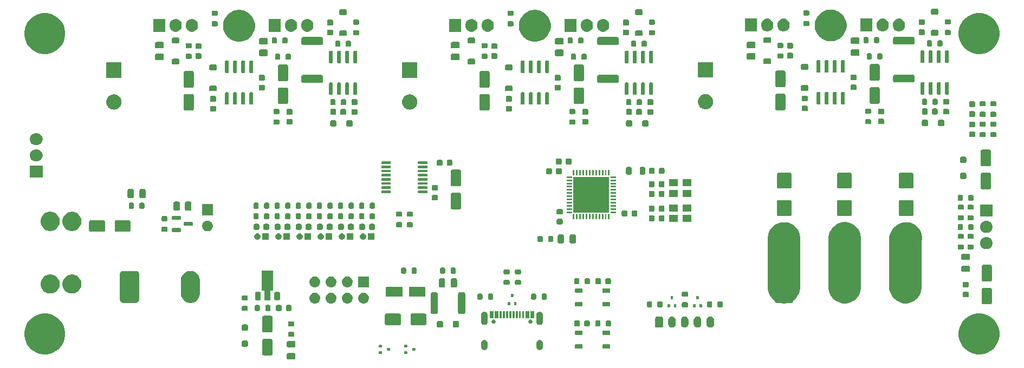
<source format=gbr>
%TF.GenerationSoftware,KiCad,Pcbnew,9.0.2*%
%TF.CreationDate,2025-05-19T15:54:50+02:00*%
%TF.ProjectId,ESC-TFG-KiCad,4553432d-5446-4472-9d4b-694361642e6b,v1.0*%
%TF.SameCoordinates,Original*%
%TF.FileFunction,Soldermask,Top*%
%TF.FilePolarity,Negative*%
%FSLAX46Y46*%
G04 Gerber Fmt 4.6, Leading zero omitted, Abs format (unit mm)*
G04 Created by KiCad (PCBNEW 9.0.2) date 2025-05-19 15:54:50*
%MOMM*%
%LPD*%
G01*
G04 APERTURE LIST*
G04 APERTURE END LIST*
G36*
X110383529Y-118498554D02*
G01*
X110462607Y-118551393D01*
X110515446Y-118630471D01*
X110534000Y-118723750D01*
X110534000Y-119211250D01*
X110515446Y-119304529D01*
X110462607Y-119383607D01*
X110383529Y-119436446D01*
X110290250Y-119455000D01*
X109377750Y-119455000D01*
X109284471Y-119436446D01*
X109205393Y-119383607D01*
X109152554Y-119304529D01*
X109134000Y-119211250D01*
X109134000Y-118723750D01*
X109152554Y-118630471D01*
X109205393Y-118551393D01*
X109284471Y-118498554D01*
X109377750Y-118480000D01*
X110290250Y-118480000D01*
X110383529Y-118498554D01*
G37*
G36*
X106796671Y-116263030D02*
G01*
X106877777Y-116317223D01*
X106931970Y-116398329D01*
X106951000Y-116494000D01*
X106951000Y-118594000D01*
X106931970Y-118689671D01*
X106877777Y-118770777D01*
X106796671Y-118824970D01*
X106701000Y-118844000D01*
X105601000Y-118844000D01*
X105505329Y-118824970D01*
X105424223Y-118770777D01*
X105370030Y-118689671D01*
X105351000Y-118594000D01*
X105351000Y-116494000D01*
X105370030Y-116398329D01*
X105424223Y-116317223D01*
X105505329Y-116263030D01*
X105601000Y-116244000D01*
X106701000Y-116244000D01*
X106796671Y-116263030D01*
G37*
G36*
X72100025Y-112378416D02*
G01*
X72577587Y-112533585D01*
X73024995Y-112761551D01*
X73431234Y-113056701D01*
X73786299Y-113411766D01*
X74081449Y-113818005D01*
X74309415Y-114265413D01*
X74464584Y-114742975D01*
X74543135Y-115238931D01*
X74543135Y-115741069D01*
X74464584Y-116237025D01*
X74309415Y-116714587D01*
X74081449Y-117161995D01*
X73786299Y-117568234D01*
X73431234Y-117923299D01*
X73024995Y-118218449D01*
X72577587Y-118446415D01*
X72100025Y-118601584D01*
X71604069Y-118680135D01*
X71101931Y-118680135D01*
X70605975Y-118601584D01*
X70128413Y-118446415D01*
X69681005Y-118218449D01*
X69274766Y-117923299D01*
X68919701Y-117568234D01*
X68624551Y-117161995D01*
X68396585Y-116714587D01*
X68241416Y-116237025D01*
X68162865Y-115741069D01*
X68162865Y-115238931D01*
X68241416Y-114742975D01*
X68396585Y-114265413D01*
X68624551Y-113818005D01*
X68919701Y-113411766D01*
X69274766Y-113056701D01*
X69681005Y-112761551D01*
X70128413Y-112533585D01*
X70605975Y-112378416D01*
X71101931Y-112299865D01*
X71604069Y-112299865D01*
X72100025Y-112378416D01*
G37*
G36*
X218100025Y-112378416D02*
G01*
X218577587Y-112533585D01*
X219024995Y-112761551D01*
X219431234Y-113056701D01*
X219786299Y-113411766D01*
X220081449Y-113818005D01*
X220309415Y-114265413D01*
X220464584Y-114742975D01*
X220543135Y-115238931D01*
X220543135Y-115741069D01*
X220464584Y-116237025D01*
X220309415Y-116714587D01*
X220081449Y-117161995D01*
X219786299Y-117568234D01*
X219431234Y-117923299D01*
X219024995Y-118218449D01*
X218577587Y-118446415D01*
X218100025Y-118601584D01*
X217604069Y-118680135D01*
X217101931Y-118680135D01*
X216605975Y-118601584D01*
X216128413Y-118446415D01*
X215681005Y-118218449D01*
X215274766Y-117923299D01*
X214919701Y-117568234D01*
X214624551Y-117161995D01*
X214396585Y-116714587D01*
X214241416Y-116237025D01*
X214162865Y-115741069D01*
X214162865Y-115238931D01*
X214241416Y-114742975D01*
X214396585Y-114265413D01*
X214624551Y-113818005D01*
X214919701Y-113411766D01*
X215274766Y-113056701D01*
X215681005Y-112761551D01*
X216128413Y-112533585D01*
X216605975Y-112378416D01*
X217101931Y-112299865D01*
X217604069Y-112299865D01*
X218100025Y-112378416D01*
G37*
G36*
X123987268Y-118210612D02*
G01*
X124019711Y-118232289D01*
X124041388Y-118264732D01*
X124049000Y-118303000D01*
X124049000Y-118503000D01*
X124041388Y-118541268D01*
X124019711Y-118573711D01*
X123987268Y-118595388D01*
X123949000Y-118603000D01*
X123639000Y-118603000D01*
X123600732Y-118595388D01*
X123568289Y-118573711D01*
X123546612Y-118541268D01*
X123539000Y-118503000D01*
X123539000Y-118303000D01*
X123546612Y-118264732D01*
X123568289Y-118232289D01*
X123600732Y-118210612D01*
X123639000Y-118203000D01*
X123949000Y-118203000D01*
X123987268Y-118210612D01*
G37*
G36*
X127924268Y-118210612D02*
G01*
X127956711Y-118232289D01*
X127978388Y-118264732D01*
X127986000Y-118303000D01*
X127986000Y-118503000D01*
X127978388Y-118541268D01*
X127956711Y-118573711D01*
X127924268Y-118595388D01*
X127886000Y-118603000D01*
X127576000Y-118603000D01*
X127537732Y-118595388D01*
X127505289Y-118573711D01*
X127483612Y-118541268D01*
X127476000Y-118503000D01*
X127476000Y-118303000D01*
X127483612Y-118264732D01*
X127505289Y-118232289D01*
X127537732Y-118210612D01*
X127576000Y-118203000D01*
X127886000Y-118203000D01*
X127924268Y-118210612D01*
G37*
G36*
X125277268Y-117710612D02*
G01*
X125309711Y-117732289D01*
X125331388Y-117764732D01*
X125339000Y-117803000D01*
X125339000Y-118003000D01*
X125331388Y-118041268D01*
X125309711Y-118073711D01*
X125277268Y-118095388D01*
X125239000Y-118103000D01*
X124929000Y-118103000D01*
X124890732Y-118095388D01*
X124858289Y-118073711D01*
X124836612Y-118041268D01*
X124829000Y-118003000D01*
X124829000Y-117803000D01*
X124836612Y-117764732D01*
X124858289Y-117732289D01*
X124890732Y-117710612D01*
X124929000Y-117703000D01*
X125239000Y-117703000D01*
X125277268Y-117710612D01*
G37*
G36*
X129214268Y-117710612D02*
G01*
X129246711Y-117732289D01*
X129268388Y-117764732D01*
X129276000Y-117803000D01*
X129276000Y-118003000D01*
X129268388Y-118041268D01*
X129246711Y-118073711D01*
X129214268Y-118095388D01*
X129176000Y-118103000D01*
X128866000Y-118103000D01*
X128827732Y-118095388D01*
X128795289Y-118073711D01*
X128773612Y-118041268D01*
X128766000Y-118003000D01*
X128766000Y-117803000D01*
X128773612Y-117764732D01*
X128795289Y-117732289D01*
X128827732Y-117710612D01*
X128866000Y-117703000D01*
X129176000Y-117703000D01*
X129214268Y-117710612D01*
G37*
G36*
X140310785Y-116515265D02*
G01*
X140448735Y-116653215D01*
X140523393Y-116833455D01*
X140533000Y-116931000D01*
X140533000Y-117531000D01*
X140523393Y-117628545D01*
X140448735Y-117808785D01*
X140310785Y-117946735D01*
X140130545Y-118021393D01*
X139935455Y-118021393D01*
X139755215Y-117946735D01*
X139617265Y-117808785D01*
X139542607Y-117628545D01*
X139533000Y-117531000D01*
X139533000Y-116931000D01*
X139542607Y-116833455D01*
X139617265Y-116653215D01*
X139755215Y-116515265D01*
X139935455Y-116440607D01*
X140130545Y-116440607D01*
X140310785Y-116515265D01*
G37*
G36*
X148950785Y-116515265D02*
G01*
X149088735Y-116653215D01*
X149163393Y-116833455D01*
X149173000Y-116931000D01*
X149173000Y-117531000D01*
X149163393Y-117628545D01*
X149088735Y-117808785D01*
X148950785Y-117946735D01*
X148770545Y-118021393D01*
X148575455Y-118021393D01*
X148395215Y-117946735D01*
X148257265Y-117808785D01*
X148182607Y-117628545D01*
X148173000Y-117531000D01*
X148173000Y-116931000D01*
X148182607Y-116833455D01*
X148257265Y-116653215D01*
X148395215Y-116515265D01*
X148575455Y-116440607D01*
X148770545Y-116440607D01*
X148950785Y-116515265D01*
G37*
G36*
X155340812Y-117136422D02*
G01*
X155372443Y-117157557D01*
X155393578Y-117189188D01*
X155401000Y-117226500D01*
X155401000Y-117681500D01*
X155393578Y-117718812D01*
X155372443Y-117750443D01*
X155340812Y-117771578D01*
X155303500Y-117779000D01*
X154298500Y-117779000D01*
X154261188Y-117771578D01*
X154229557Y-117750443D01*
X154208422Y-117718812D01*
X154201000Y-117681500D01*
X154201000Y-117226500D01*
X154208422Y-117189188D01*
X154229557Y-117157557D01*
X154261188Y-117136422D01*
X154298500Y-117129000D01*
X155303500Y-117129000D01*
X155340812Y-117136422D01*
G37*
G36*
X159640812Y-117136422D02*
G01*
X159672443Y-117157557D01*
X159693578Y-117189188D01*
X159701000Y-117226500D01*
X159701000Y-117681500D01*
X159693578Y-117718812D01*
X159672443Y-117750443D01*
X159640812Y-117771578D01*
X159603500Y-117779000D01*
X158598500Y-117779000D01*
X158561188Y-117771578D01*
X158529557Y-117750443D01*
X158508422Y-117718812D01*
X158501000Y-117681500D01*
X158501000Y-117226500D01*
X158508422Y-117189188D01*
X158529557Y-117157557D01*
X158561188Y-117136422D01*
X158598500Y-117129000D01*
X159603500Y-117129000D01*
X159640812Y-117136422D01*
G37*
G36*
X123987268Y-117210612D02*
G01*
X124019711Y-117232289D01*
X124041388Y-117264732D01*
X124049000Y-117303000D01*
X124049000Y-117503000D01*
X124041388Y-117541268D01*
X124019711Y-117573711D01*
X123987268Y-117595388D01*
X123949000Y-117603000D01*
X123639000Y-117603000D01*
X123600732Y-117595388D01*
X123568289Y-117573711D01*
X123546612Y-117541268D01*
X123539000Y-117503000D01*
X123539000Y-117303000D01*
X123546612Y-117264732D01*
X123568289Y-117232289D01*
X123600732Y-117210612D01*
X123639000Y-117203000D01*
X123949000Y-117203000D01*
X123987268Y-117210612D01*
G37*
G36*
X127924268Y-117210612D02*
G01*
X127956711Y-117232289D01*
X127978388Y-117264732D01*
X127986000Y-117303000D01*
X127986000Y-117503000D01*
X127978388Y-117541268D01*
X127956711Y-117573711D01*
X127924268Y-117595388D01*
X127886000Y-117603000D01*
X127576000Y-117603000D01*
X127537732Y-117595388D01*
X127505289Y-117573711D01*
X127483612Y-117541268D01*
X127476000Y-117503000D01*
X127476000Y-117303000D01*
X127483612Y-117264732D01*
X127505289Y-117232289D01*
X127537732Y-117210612D01*
X127576000Y-117203000D01*
X127886000Y-117203000D01*
X127924268Y-117210612D01*
G37*
G36*
X110383529Y-116623554D02*
G01*
X110462607Y-116676393D01*
X110515446Y-116755471D01*
X110534000Y-116848750D01*
X110534000Y-117336250D01*
X110515446Y-117429529D01*
X110462607Y-117508607D01*
X110383529Y-117561446D01*
X110290250Y-117580000D01*
X109377750Y-117580000D01*
X109284471Y-117561446D01*
X109205393Y-117508607D01*
X109152554Y-117429529D01*
X109134000Y-117336250D01*
X109134000Y-116848750D01*
X109152554Y-116755471D01*
X109205393Y-116676393D01*
X109284471Y-116623554D01*
X109377750Y-116605000D01*
X110290250Y-116605000D01*
X110383529Y-116623554D01*
G37*
G36*
X102940671Y-116513030D02*
G01*
X103021777Y-116567223D01*
X103075970Y-116648329D01*
X103095000Y-116744000D01*
X103095000Y-117244000D01*
X103075970Y-117339671D01*
X103021777Y-117420777D01*
X102940671Y-117474970D01*
X102845000Y-117494000D01*
X102345000Y-117494000D01*
X102249329Y-117474970D01*
X102168223Y-117420777D01*
X102114030Y-117339671D01*
X102095000Y-117244000D01*
X102095000Y-116744000D01*
X102114030Y-116648329D01*
X102168223Y-116567223D01*
X102249329Y-116513030D01*
X102345000Y-116494000D01*
X102845000Y-116494000D01*
X102940671Y-116513030D01*
G37*
G36*
X110185537Y-115168224D02*
G01*
X110250421Y-115211579D01*
X110293776Y-115276463D01*
X110309000Y-115353000D01*
X110309000Y-115753000D01*
X110293776Y-115829537D01*
X110250421Y-115894421D01*
X110185537Y-115937776D01*
X110109000Y-115953000D01*
X109559000Y-115953000D01*
X109482463Y-115937776D01*
X109417579Y-115894421D01*
X109374224Y-115829537D01*
X109359000Y-115753000D01*
X109359000Y-115353000D01*
X109374224Y-115276463D01*
X109417579Y-115211579D01*
X109482463Y-115168224D01*
X109559000Y-115153000D01*
X110109000Y-115153000D01*
X110185537Y-115168224D01*
G37*
G36*
X155340812Y-114986422D02*
G01*
X155372443Y-115007557D01*
X155393578Y-115039188D01*
X155401000Y-115076500D01*
X155401000Y-115531500D01*
X155393578Y-115568812D01*
X155372443Y-115600443D01*
X155340812Y-115621578D01*
X155303500Y-115629000D01*
X154298500Y-115629000D01*
X154261188Y-115621578D01*
X154229557Y-115600443D01*
X154208422Y-115568812D01*
X154201000Y-115531500D01*
X154201000Y-115076500D01*
X154208422Y-115039188D01*
X154229557Y-115007557D01*
X154261188Y-114986422D01*
X154298500Y-114979000D01*
X155303500Y-114979000D01*
X155340812Y-114986422D01*
G37*
G36*
X159640812Y-114986422D02*
G01*
X159672443Y-115007557D01*
X159693578Y-115039188D01*
X159701000Y-115076500D01*
X159701000Y-115531500D01*
X159693578Y-115568812D01*
X159672443Y-115600443D01*
X159640812Y-115621578D01*
X159603500Y-115629000D01*
X158598500Y-115629000D01*
X158561188Y-115621578D01*
X158529557Y-115600443D01*
X158508422Y-115568812D01*
X158501000Y-115531500D01*
X158501000Y-115076500D01*
X158508422Y-115039188D01*
X158529557Y-115007557D01*
X158561188Y-114986422D01*
X158598500Y-114979000D01*
X159603500Y-114979000D01*
X159640812Y-114986422D01*
G37*
G36*
X106796671Y-112663030D02*
G01*
X106877777Y-112717223D01*
X106931970Y-112798329D01*
X106951000Y-112894000D01*
X106951000Y-114994000D01*
X106931970Y-115089671D01*
X106877777Y-115170777D01*
X106796671Y-115224970D01*
X106701000Y-115244000D01*
X105601000Y-115244000D01*
X105505329Y-115224970D01*
X105424223Y-115170777D01*
X105370030Y-115089671D01*
X105351000Y-114994000D01*
X105351000Y-112894000D01*
X105370030Y-112798329D01*
X105424223Y-112717223D01*
X105505329Y-112663030D01*
X105601000Y-112644000D01*
X106701000Y-112644000D01*
X106796671Y-112663030D01*
G37*
G36*
X102940671Y-114013030D02*
G01*
X103021777Y-114067223D01*
X103075970Y-114148329D01*
X103095000Y-114244000D01*
X103095000Y-114744000D01*
X103075970Y-114839671D01*
X103021777Y-114920777D01*
X102940671Y-114974970D01*
X102845000Y-114994000D01*
X102345000Y-114994000D01*
X102249329Y-114974970D01*
X102168223Y-114920777D01*
X102114030Y-114839671D01*
X102095000Y-114744000D01*
X102095000Y-114244000D01*
X102114030Y-114148329D01*
X102168223Y-114067223D01*
X102249329Y-114013030D01*
X102345000Y-113994000D01*
X102845000Y-113994000D01*
X102940671Y-114013030D01*
G37*
G36*
X167798671Y-112784030D02*
G01*
X167879777Y-112838223D01*
X167933970Y-112919329D01*
X167953000Y-113015000D01*
X167953000Y-114265000D01*
X167933970Y-114360671D01*
X167879777Y-114441777D01*
X167798671Y-114495970D01*
X167703000Y-114515000D01*
X167003000Y-114515000D01*
X166907329Y-114495970D01*
X166826223Y-114441777D01*
X166772030Y-114360671D01*
X166753000Y-114265000D01*
X166753000Y-113015000D01*
X166772030Y-112919329D01*
X166826223Y-112838223D01*
X166907329Y-112784030D01*
X167003000Y-112765000D01*
X167703000Y-112765000D01*
X167798671Y-112784030D01*
G37*
G36*
X169582610Y-112810672D02*
G01*
X169718257Y-112888988D01*
X169829012Y-112999743D01*
X169907328Y-113135390D01*
X169947867Y-113286684D01*
X169953000Y-113365000D01*
X169953000Y-113915000D01*
X169947867Y-113993316D01*
X169907328Y-114144610D01*
X169829012Y-114280257D01*
X169718257Y-114391012D01*
X169582610Y-114469328D01*
X169431316Y-114509867D01*
X169274684Y-114509867D01*
X169123390Y-114469328D01*
X168987743Y-114391012D01*
X168876988Y-114280257D01*
X168798672Y-114144610D01*
X168758133Y-113993316D01*
X168753000Y-113915000D01*
X168753000Y-113365000D01*
X168758133Y-113286684D01*
X168798672Y-113135390D01*
X168876988Y-112999743D01*
X168987743Y-112888988D01*
X169123390Y-112810672D01*
X169274684Y-112770133D01*
X169431316Y-112770133D01*
X169582610Y-112810672D01*
G37*
G36*
X171582610Y-112810672D02*
G01*
X171718257Y-112888988D01*
X171829012Y-112999743D01*
X171907328Y-113135390D01*
X171947867Y-113286684D01*
X171953000Y-113365000D01*
X171953000Y-113915000D01*
X171947867Y-113993316D01*
X171907328Y-114144610D01*
X171829012Y-114280257D01*
X171718257Y-114391012D01*
X171582610Y-114469328D01*
X171431316Y-114509867D01*
X171274684Y-114509867D01*
X171123390Y-114469328D01*
X170987743Y-114391012D01*
X170876988Y-114280257D01*
X170798672Y-114144610D01*
X170758133Y-113993316D01*
X170753000Y-113915000D01*
X170753000Y-113365000D01*
X170758133Y-113286684D01*
X170798672Y-113135390D01*
X170876988Y-112999743D01*
X170987743Y-112888988D01*
X171123390Y-112810672D01*
X171274684Y-112770133D01*
X171431316Y-112770133D01*
X171582610Y-112810672D01*
G37*
G36*
X173582610Y-112810672D02*
G01*
X173718257Y-112888988D01*
X173829012Y-112999743D01*
X173907328Y-113135390D01*
X173947867Y-113286684D01*
X173953000Y-113365000D01*
X173953000Y-113915000D01*
X173947867Y-113993316D01*
X173907328Y-114144610D01*
X173829012Y-114280257D01*
X173718257Y-114391012D01*
X173582610Y-114469328D01*
X173431316Y-114509867D01*
X173274684Y-114509867D01*
X173123390Y-114469328D01*
X172987743Y-114391012D01*
X172876988Y-114280257D01*
X172798672Y-114144610D01*
X172758133Y-113993316D01*
X172753000Y-113915000D01*
X172753000Y-113365000D01*
X172758133Y-113286684D01*
X172798672Y-113135390D01*
X172876988Y-112999743D01*
X172987743Y-112888988D01*
X173123390Y-112810672D01*
X173274684Y-112770133D01*
X173431316Y-112770133D01*
X173582610Y-112810672D01*
G37*
G36*
X175582610Y-112810672D02*
G01*
X175718257Y-112888988D01*
X175829012Y-112999743D01*
X175907328Y-113135390D01*
X175947867Y-113286684D01*
X175953000Y-113365000D01*
X175953000Y-113915000D01*
X175947867Y-113993316D01*
X175907328Y-114144610D01*
X175829012Y-114280257D01*
X175718257Y-114391012D01*
X175582610Y-114469328D01*
X175431316Y-114509867D01*
X175274684Y-114509867D01*
X175123390Y-114469328D01*
X174987743Y-114391012D01*
X174876988Y-114280257D01*
X174798672Y-114144610D01*
X174758133Y-113993316D01*
X174753000Y-113915000D01*
X174753000Y-113365000D01*
X174758133Y-113286684D01*
X174798672Y-113135390D01*
X174876988Y-112999743D01*
X174987743Y-112888988D01*
X175123390Y-112810672D01*
X175274684Y-112770133D01*
X175431316Y-112770133D01*
X175582610Y-112810672D01*
G37*
G36*
X133440671Y-113485030D02*
G01*
X133521777Y-113539223D01*
X133575970Y-113620329D01*
X133595000Y-113716000D01*
X133595000Y-114216000D01*
X133575970Y-114311671D01*
X133521777Y-114392777D01*
X133440671Y-114446970D01*
X133345000Y-114466000D01*
X132845000Y-114466000D01*
X132749329Y-114446970D01*
X132668223Y-114392777D01*
X132614030Y-114311671D01*
X132595000Y-114216000D01*
X132595000Y-113716000D01*
X132614030Y-113620329D01*
X132668223Y-113539223D01*
X132749329Y-113485030D01*
X132845000Y-113466000D01*
X133345000Y-113466000D01*
X133440671Y-113485030D01*
G37*
G36*
X135940671Y-113485030D02*
G01*
X136021777Y-113539223D01*
X136075970Y-113620329D01*
X136095000Y-113716000D01*
X136095000Y-114216000D01*
X136075970Y-114311671D01*
X136021777Y-114392777D01*
X135940671Y-114446970D01*
X135845000Y-114466000D01*
X135345000Y-114466000D01*
X135249329Y-114446970D01*
X135168223Y-114392777D01*
X135114030Y-114311671D01*
X135095000Y-114216000D01*
X135095000Y-113716000D01*
X135114030Y-113620329D01*
X135168223Y-113539223D01*
X135249329Y-113485030D01*
X135345000Y-113466000D01*
X135845000Y-113466000D01*
X135940671Y-113485030D01*
G37*
G36*
X154836104Y-113381127D02*
G01*
X154909099Y-113429901D01*
X154957873Y-113502896D01*
X154975000Y-113589000D01*
X154975000Y-114089000D01*
X154957873Y-114175104D01*
X154909099Y-114248099D01*
X154836104Y-114296873D01*
X154750000Y-114314000D01*
X154300000Y-114314000D01*
X154213896Y-114296873D01*
X154140901Y-114248099D01*
X154092127Y-114175104D01*
X154075000Y-114089000D01*
X154075000Y-113589000D01*
X154092127Y-113502896D01*
X154140901Y-113429901D01*
X154213896Y-113381127D01*
X154300000Y-113364000D01*
X154750000Y-113364000D01*
X154836104Y-113381127D01*
G37*
G36*
X156386104Y-113381127D02*
G01*
X156459099Y-113429901D01*
X156507873Y-113502896D01*
X156525000Y-113589000D01*
X156525000Y-114089000D01*
X156507873Y-114175104D01*
X156459099Y-114248099D01*
X156386104Y-114296873D01*
X156300000Y-114314000D01*
X155850000Y-114314000D01*
X155763896Y-114296873D01*
X155690901Y-114248099D01*
X155642127Y-114175104D01*
X155625000Y-114089000D01*
X155625000Y-113589000D01*
X155642127Y-113502896D01*
X155690901Y-113429901D01*
X155763896Y-113381127D01*
X155850000Y-113364000D01*
X156300000Y-113364000D01*
X156386104Y-113381127D01*
G37*
G36*
X158053537Y-113379224D02*
G01*
X158118421Y-113422579D01*
X158161776Y-113487463D01*
X158177000Y-113564000D01*
X158177000Y-114114000D01*
X158161776Y-114190537D01*
X158118421Y-114255421D01*
X158053537Y-114298776D01*
X157977000Y-114314000D01*
X157577000Y-114314000D01*
X157500463Y-114298776D01*
X157435579Y-114255421D01*
X157392224Y-114190537D01*
X157377000Y-114114000D01*
X157377000Y-113564000D01*
X157392224Y-113487463D01*
X157435579Y-113422579D01*
X157500463Y-113379224D01*
X157577000Y-113364000D01*
X157977000Y-113364000D01*
X158053537Y-113379224D01*
G37*
G36*
X159703537Y-113379224D02*
G01*
X159768421Y-113422579D01*
X159811776Y-113487463D01*
X159827000Y-113564000D01*
X159827000Y-114114000D01*
X159811776Y-114190537D01*
X159768421Y-114255421D01*
X159703537Y-114298776D01*
X159627000Y-114314000D01*
X159227000Y-114314000D01*
X159150463Y-114298776D01*
X159085579Y-114255421D01*
X159042224Y-114190537D01*
X159027000Y-114114000D01*
X159027000Y-113564000D01*
X159042224Y-113487463D01*
X159085579Y-113422579D01*
X159150463Y-113379224D01*
X159227000Y-113364000D01*
X159627000Y-113364000D01*
X159703537Y-113379224D01*
G37*
G36*
X110185537Y-113518224D02*
G01*
X110250421Y-113561579D01*
X110293776Y-113626463D01*
X110309000Y-113703000D01*
X110309000Y-114103000D01*
X110293776Y-114179537D01*
X110250421Y-114244421D01*
X110185537Y-114287776D01*
X110109000Y-114303000D01*
X109559000Y-114303000D01*
X109482463Y-114287776D01*
X109417579Y-114244421D01*
X109374224Y-114179537D01*
X109359000Y-114103000D01*
X109359000Y-113703000D01*
X109374224Y-113626463D01*
X109417579Y-113561579D01*
X109482463Y-113518224D01*
X109559000Y-113503000D01*
X110109000Y-113503000D01*
X110185537Y-113518224D01*
G37*
G36*
X126836671Y-112323030D02*
G01*
X126917777Y-112377223D01*
X126971970Y-112458329D01*
X126991000Y-112554000D01*
X126991000Y-113854000D01*
X126971970Y-113949671D01*
X126917777Y-114030777D01*
X126836671Y-114084970D01*
X126741000Y-114104000D01*
X124741000Y-114104000D01*
X124645329Y-114084970D01*
X124564223Y-114030777D01*
X124510030Y-113949671D01*
X124491000Y-113854000D01*
X124491000Y-112554000D01*
X124510030Y-112458329D01*
X124564223Y-112377223D01*
X124645329Y-112323030D01*
X124741000Y-112304000D01*
X126741000Y-112304000D01*
X126836671Y-112323030D01*
G37*
G36*
X130836671Y-112323030D02*
G01*
X130917777Y-112377223D01*
X130971970Y-112458329D01*
X130991000Y-112554000D01*
X130991000Y-113854000D01*
X130971970Y-113949671D01*
X130917777Y-114030777D01*
X130836671Y-114084970D01*
X130741000Y-114104000D01*
X128741000Y-114104000D01*
X128645329Y-114084970D01*
X128564223Y-114030777D01*
X128510030Y-113949671D01*
X128491000Y-113854000D01*
X128491000Y-112554000D01*
X128510030Y-112458329D01*
X128564223Y-112377223D01*
X128645329Y-112323030D01*
X128741000Y-112304000D01*
X130741000Y-112304000D01*
X130836671Y-112323030D01*
G37*
G36*
X140310785Y-112085265D02*
G01*
X140448735Y-112223215D01*
X140523393Y-112403455D01*
X140533000Y-112501000D01*
X140533000Y-113601000D01*
X140523393Y-113698545D01*
X140448735Y-113878785D01*
X140310785Y-114016735D01*
X140130545Y-114091393D01*
X139935455Y-114091393D01*
X139755215Y-114016735D01*
X139617265Y-113878785D01*
X139542607Y-113698545D01*
X139533000Y-113601000D01*
X139533000Y-112501000D01*
X139542607Y-112403455D01*
X139617265Y-112223215D01*
X139755215Y-112085265D01*
X139935455Y-112010607D01*
X140130545Y-112010607D01*
X140310785Y-112085265D01*
G37*
G36*
X148950785Y-112085265D02*
G01*
X149088735Y-112223215D01*
X149163393Y-112403455D01*
X149173000Y-112501000D01*
X149173000Y-113601000D01*
X149163393Y-113698545D01*
X149088735Y-113878785D01*
X148950785Y-114016735D01*
X148770545Y-114091393D01*
X148575455Y-114091393D01*
X148395215Y-114016735D01*
X148257265Y-113878785D01*
X148182607Y-113698545D01*
X148173000Y-113601000D01*
X148173000Y-112501000D01*
X148182607Y-112403455D01*
X148257265Y-112223215D01*
X148395215Y-112085265D01*
X148575455Y-112010607D01*
X148770545Y-112010607D01*
X148950785Y-112085265D01*
G37*
G36*
X141643560Y-113280772D02*
G01*
X141733228Y-113370440D01*
X141781755Y-113487596D01*
X141781755Y-113614404D01*
X141733228Y-113731560D01*
X141643560Y-113821228D01*
X141526404Y-113869755D01*
X141399596Y-113869755D01*
X141282440Y-113821228D01*
X141192772Y-113731560D01*
X141144245Y-113614404D01*
X141144245Y-113487596D01*
X141192772Y-113370440D01*
X141282440Y-113280772D01*
X141399596Y-113232245D01*
X141526404Y-113232245D01*
X141643560Y-113280772D01*
G37*
G36*
X147423560Y-113280772D02*
G01*
X147513228Y-113370440D01*
X147561755Y-113487596D01*
X147561755Y-113614404D01*
X147513228Y-113731560D01*
X147423560Y-113821228D01*
X147306404Y-113869755D01*
X147179596Y-113869755D01*
X147062440Y-113821228D01*
X146972772Y-113731560D01*
X146924245Y-113614404D01*
X146924245Y-113487596D01*
X146972772Y-113370440D01*
X147062440Y-113280772D01*
X147179596Y-113232245D01*
X147306404Y-113232245D01*
X147423560Y-113280772D01*
G37*
G36*
X141453000Y-113061000D02*
G01*
X141153000Y-113061000D01*
X140853000Y-113061000D01*
X140853000Y-111911000D01*
X141153000Y-111911000D01*
X141448077Y-111911000D01*
X141453000Y-111911000D01*
X141453000Y-113061000D01*
G37*
G36*
X142253000Y-113061000D02*
G01*
X141953000Y-113061000D01*
X141653000Y-113061000D01*
X141653000Y-111911000D01*
X141953000Y-111911000D01*
X142248077Y-111911000D01*
X142253000Y-111911000D01*
X142253000Y-113061000D01*
G37*
G36*
X142753000Y-113061000D02*
G01*
X142453000Y-113061000D01*
X142453000Y-111911000D01*
X142753000Y-111911000D01*
X142753000Y-113061000D01*
G37*
G36*
X143253000Y-113061000D02*
G01*
X142953000Y-113061000D01*
X142953000Y-111911000D01*
X143253000Y-111911000D01*
X143253000Y-113061000D01*
G37*
G36*
X143753000Y-113061000D02*
G01*
X143453000Y-113061000D01*
X143453000Y-111911000D01*
X143753000Y-111911000D01*
X143753000Y-113061000D01*
G37*
G36*
X144253000Y-113061000D02*
G01*
X143953000Y-113061000D01*
X143953000Y-111911000D01*
X144253000Y-111911000D01*
X144253000Y-113061000D01*
G37*
G36*
X144753000Y-113061000D02*
G01*
X144453000Y-113061000D01*
X144453000Y-111911000D01*
X144753000Y-111911000D01*
X144753000Y-113061000D01*
G37*
G36*
X145253000Y-113061000D02*
G01*
X144953000Y-113061000D01*
X144953000Y-111911000D01*
X145253000Y-111911000D01*
X145253000Y-113061000D01*
G37*
G36*
X145753000Y-113061000D02*
G01*
X145453000Y-113061000D01*
X145453000Y-111911000D01*
X145753000Y-111911000D01*
X145753000Y-113061000D01*
G37*
G36*
X146253000Y-113061000D02*
G01*
X145953000Y-113061000D01*
X145953000Y-111911000D01*
X146253000Y-111911000D01*
X146253000Y-113061000D01*
G37*
G36*
X147053000Y-113061000D02*
G01*
X146753000Y-113061000D01*
X146453000Y-113061000D01*
X146453000Y-111911000D01*
X146753000Y-111911000D01*
X147048077Y-111911000D01*
X147053000Y-111911000D01*
X147053000Y-113061000D01*
G37*
G36*
X147853000Y-113061000D02*
G01*
X147553000Y-113061000D01*
X147253000Y-113061000D01*
X147253000Y-111911000D01*
X147553000Y-111911000D01*
X147848077Y-111911000D01*
X147853000Y-111911000D01*
X147853000Y-113061000D01*
G37*
G36*
X132615671Y-108983030D02*
G01*
X132696777Y-109037223D01*
X132750970Y-109118329D01*
X132770000Y-109214000D01*
X132770000Y-112114000D01*
X132750970Y-112209671D01*
X132696777Y-112290777D01*
X132615671Y-112344970D01*
X132520000Y-112364000D01*
X131895000Y-112364000D01*
X131799329Y-112344970D01*
X131718223Y-112290777D01*
X131664030Y-112209671D01*
X131645000Y-112114000D01*
X131645000Y-109214000D01*
X131664030Y-109118329D01*
X131718223Y-109037223D01*
X131799329Y-108983030D01*
X131895000Y-108964000D01*
X132520000Y-108964000D01*
X132615671Y-108983030D01*
G37*
G36*
X136890671Y-108983030D02*
G01*
X136971777Y-109037223D01*
X137025970Y-109118329D01*
X137045000Y-109214000D01*
X137045000Y-112114000D01*
X137025970Y-112209671D01*
X136971777Y-112290777D01*
X136890671Y-112344970D01*
X136795000Y-112364000D01*
X136170000Y-112364000D01*
X136074329Y-112344970D01*
X135993223Y-112290777D01*
X135939030Y-112209671D01*
X135920000Y-112114000D01*
X135920000Y-109214000D01*
X135939030Y-109118329D01*
X135993223Y-109037223D01*
X136074329Y-108983030D01*
X136170000Y-108964000D01*
X136795000Y-108964000D01*
X136890671Y-108983030D01*
G37*
G36*
X104840537Y-110966224D02*
G01*
X104905421Y-111009579D01*
X104948776Y-111074463D01*
X104964000Y-111151000D01*
X104964000Y-111701000D01*
X104948776Y-111777537D01*
X104905421Y-111842421D01*
X104840537Y-111885776D01*
X104764000Y-111901000D01*
X104364000Y-111901000D01*
X104287463Y-111885776D01*
X104222579Y-111842421D01*
X104179224Y-111777537D01*
X104164000Y-111701000D01*
X104164000Y-111151000D01*
X104179224Y-111074463D01*
X104222579Y-111009579D01*
X104287463Y-110966224D01*
X104364000Y-110951000D01*
X104764000Y-110951000D01*
X104840537Y-110966224D01*
G37*
G36*
X106490537Y-110966224D02*
G01*
X106555421Y-111009579D01*
X106598776Y-111074463D01*
X106614000Y-111151000D01*
X106614000Y-111701000D01*
X106598776Y-111777537D01*
X106555421Y-111842421D01*
X106490537Y-111885776D01*
X106414000Y-111901000D01*
X106014000Y-111901000D01*
X105937463Y-111885776D01*
X105872579Y-111842421D01*
X105829224Y-111777537D01*
X105814000Y-111701000D01*
X105814000Y-111151000D01*
X105829224Y-111074463D01*
X105872579Y-111009579D01*
X105937463Y-110966224D01*
X106014000Y-110951000D01*
X106414000Y-110951000D01*
X106490537Y-110966224D01*
G37*
G36*
X108227104Y-110968127D02*
G01*
X108300099Y-111016901D01*
X108348873Y-111089896D01*
X108366000Y-111176000D01*
X108366000Y-111676000D01*
X108348873Y-111762104D01*
X108300099Y-111835099D01*
X108227104Y-111883873D01*
X108141000Y-111901000D01*
X107691000Y-111901000D01*
X107604896Y-111883873D01*
X107531901Y-111835099D01*
X107483127Y-111762104D01*
X107466000Y-111676000D01*
X107466000Y-111176000D01*
X107483127Y-111089896D01*
X107531901Y-111016901D01*
X107604896Y-110968127D01*
X107691000Y-110951000D01*
X108141000Y-110951000D01*
X108227104Y-110968127D01*
G37*
G36*
X109777104Y-110968127D02*
G01*
X109850099Y-111016901D01*
X109898873Y-111089896D01*
X109916000Y-111176000D01*
X109916000Y-111676000D01*
X109898873Y-111762104D01*
X109850099Y-111835099D01*
X109777104Y-111883873D01*
X109691000Y-111901000D01*
X109241000Y-111901000D01*
X109154896Y-111883873D01*
X109081901Y-111835099D01*
X109033127Y-111762104D01*
X109016000Y-111676000D01*
X109016000Y-111176000D01*
X109033127Y-111089896D01*
X109081901Y-111016901D01*
X109154896Y-110968127D01*
X109241000Y-110951000D01*
X109691000Y-110951000D01*
X109777104Y-110968127D01*
G37*
G36*
X102946537Y-111104224D02*
G01*
X103011421Y-111147579D01*
X103054776Y-111212463D01*
X103070000Y-111289000D01*
X103070000Y-111689000D01*
X103054776Y-111765537D01*
X103011421Y-111830421D01*
X102946537Y-111873776D01*
X102870000Y-111889000D01*
X102320000Y-111889000D01*
X102243463Y-111873776D01*
X102178579Y-111830421D01*
X102135224Y-111765537D01*
X102120000Y-111689000D01*
X102120000Y-111289000D01*
X102135224Y-111212463D01*
X102178579Y-111147579D01*
X102243463Y-111104224D01*
X102320000Y-111089000D01*
X102870000Y-111089000D01*
X102946537Y-111104224D01*
G37*
G36*
X168984468Y-110846212D02*
G01*
X169016911Y-110867889D01*
X169038588Y-110900332D01*
X169046200Y-110938600D01*
X169046200Y-111248600D01*
X169038588Y-111286868D01*
X169016911Y-111319311D01*
X168984468Y-111340988D01*
X168946200Y-111348600D01*
X168746200Y-111348600D01*
X168707932Y-111340988D01*
X168675489Y-111319311D01*
X168653812Y-111286868D01*
X168646200Y-111248600D01*
X168646200Y-110938600D01*
X168653812Y-110900332D01*
X168675489Y-110867889D01*
X168707932Y-110846212D01*
X168746200Y-110838600D01*
X168946200Y-110838600D01*
X168984468Y-110846212D01*
G37*
G36*
X169984468Y-110846212D02*
G01*
X170016911Y-110867889D01*
X170038588Y-110900332D01*
X170046200Y-110938600D01*
X170046200Y-111248600D01*
X170038588Y-111286868D01*
X170016911Y-111319311D01*
X169984468Y-111340988D01*
X169946200Y-111348600D01*
X169746200Y-111348600D01*
X169707932Y-111340988D01*
X169675489Y-111319311D01*
X169653812Y-111286868D01*
X169646200Y-111248600D01*
X169646200Y-110938600D01*
X169653812Y-110900332D01*
X169675489Y-110867889D01*
X169707932Y-110846212D01*
X169746200Y-110838600D01*
X169946200Y-110838600D01*
X169984468Y-110846212D01*
G37*
G36*
X172997668Y-110846212D02*
G01*
X173030111Y-110867889D01*
X173051788Y-110900332D01*
X173059400Y-110938600D01*
X173059400Y-111248600D01*
X173051788Y-111286868D01*
X173030111Y-111319311D01*
X172997668Y-111340988D01*
X172959400Y-111348600D01*
X172759400Y-111348600D01*
X172721132Y-111340988D01*
X172688689Y-111319311D01*
X172667012Y-111286868D01*
X172659400Y-111248600D01*
X172659400Y-110938600D01*
X172667012Y-110900332D01*
X172688689Y-110867889D01*
X172721132Y-110846212D01*
X172759400Y-110838600D01*
X172959400Y-110838600D01*
X172997668Y-110846212D01*
G37*
G36*
X173997668Y-110846212D02*
G01*
X174030111Y-110867889D01*
X174051788Y-110900332D01*
X174059400Y-110938600D01*
X174059400Y-111248600D01*
X174051788Y-111286868D01*
X174030111Y-111319311D01*
X173997668Y-111340988D01*
X173959400Y-111348600D01*
X173759400Y-111348600D01*
X173721132Y-111340988D01*
X173688689Y-111319311D01*
X173667012Y-111286868D01*
X173659400Y-111248600D01*
X173659400Y-110938600D01*
X173667012Y-110900332D01*
X173688689Y-110867889D01*
X173721132Y-110846212D01*
X173759400Y-110838600D01*
X173959400Y-110838600D01*
X173997668Y-110846212D01*
G37*
G36*
X166105337Y-110395224D02*
G01*
X166170221Y-110438579D01*
X166213576Y-110503463D01*
X166228800Y-110580000D01*
X166228800Y-111130000D01*
X166213576Y-111206537D01*
X166170221Y-111271421D01*
X166105337Y-111314776D01*
X166028800Y-111330000D01*
X165628800Y-111330000D01*
X165552263Y-111314776D01*
X165487379Y-111271421D01*
X165444024Y-111206537D01*
X165428800Y-111130000D01*
X165428800Y-110580000D01*
X165444024Y-110503463D01*
X165487379Y-110438579D01*
X165552263Y-110395224D01*
X165628800Y-110380000D01*
X166028800Y-110380000D01*
X166105337Y-110395224D01*
G37*
G36*
X167755337Y-110395224D02*
G01*
X167820221Y-110438579D01*
X167863576Y-110503463D01*
X167878800Y-110580000D01*
X167878800Y-111130000D01*
X167863576Y-111206537D01*
X167820221Y-111271421D01*
X167755337Y-111314776D01*
X167678800Y-111330000D01*
X167278800Y-111330000D01*
X167202263Y-111314776D01*
X167137379Y-111271421D01*
X167094024Y-111206537D01*
X167078800Y-111130000D01*
X167078800Y-110580000D01*
X167094024Y-110503463D01*
X167137379Y-110438579D01*
X167202263Y-110395224D01*
X167278800Y-110380000D01*
X167678800Y-110380000D01*
X167755337Y-110395224D01*
G37*
G36*
X175503337Y-110395224D02*
G01*
X175568221Y-110438579D01*
X175611576Y-110503463D01*
X175626800Y-110580000D01*
X175626800Y-111130000D01*
X175611576Y-111206537D01*
X175568221Y-111271421D01*
X175503337Y-111314776D01*
X175426800Y-111330000D01*
X175026800Y-111330000D01*
X174950263Y-111314776D01*
X174885379Y-111271421D01*
X174842024Y-111206537D01*
X174826800Y-111130000D01*
X174826800Y-110580000D01*
X174842024Y-110503463D01*
X174885379Y-110438579D01*
X174950263Y-110395224D01*
X175026800Y-110380000D01*
X175426800Y-110380000D01*
X175503337Y-110395224D01*
G37*
G36*
X177153337Y-110395224D02*
G01*
X177218221Y-110438579D01*
X177261576Y-110503463D01*
X177276800Y-110580000D01*
X177276800Y-111130000D01*
X177261576Y-111206537D01*
X177218221Y-111271421D01*
X177153337Y-111314776D01*
X177076800Y-111330000D01*
X176676800Y-111330000D01*
X176600263Y-111314776D01*
X176535379Y-111271421D01*
X176492024Y-111206537D01*
X176476800Y-111130000D01*
X176476800Y-110580000D01*
X176492024Y-110503463D01*
X176535379Y-110438579D01*
X176600263Y-110395224D01*
X176676800Y-110380000D01*
X177076800Y-110380000D01*
X177153337Y-110395224D01*
G37*
G36*
X171729737Y-110533224D02*
G01*
X171794621Y-110576579D01*
X171837976Y-110641463D01*
X171853200Y-110718000D01*
X171853200Y-111118000D01*
X171837976Y-111194537D01*
X171794621Y-111259421D01*
X171729737Y-111302776D01*
X171653200Y-111318000D01*
X171103200Y-111318000D01*
X171026663Y-111302776D01*
X170961779Y-111259421D01*
X170918424Y-111194537D01*
X170903200Y-111118000D01*
X170903200Y-110718000D01*
X170918424Y-110641463D01*
X170961779Y-110576579D01*
X171026663Y-110533224D01*
X171103200Y-110518000D01*
X171653200Y-110518000D01*
X171729737Y-110533224D01*
G37*
G36*
X155340812Y-110532422D02*
G01*
X155372443Y-110553557D01*
X155393578Y-110585188D01*
X155401000Y-110622500D01*
X155401000Y-111077500D01*
X155393578Y-111114812D01*
X155372443Y-111146443D01*
X155340812Y-111167578D01*
X155303500Y-111175000D01*
X154298500Y-111175000D01*
X154261188Y-111167578D01*
X154229557Y-111146443D01*
X154208422Y-111114812D01*
X154201000Y-111077500D01*
X154201000Y-110622500D01*
X154208422Y-110585188D01*
X154229557Y-110553557D01*
X154261188Y-110532422D01*
X154298500Y-110525000D01*
X155303500Y-110525000D01*
X155340812Y-110532422D01*
G37*
G36*
X159640812Y-110532422D02*
G01*
X159672443Y-110553557D01*
X159693578Y-110585188D01*
X159701000Y-110622500D01*
X159701000Y-111077500D01*
X159693578Y-111114812D01*
X159672443Y-111146443D01*
X159640812Y-111167578D01*
X159603500Y-111175000D01*
X158598500Y-111175000D01*
X158561188Y-111167578D01*
X158529557Y-111146443D01*
X158508422Y-111114812D01*
X158501000Y-111077500D01*
X158501000Y-110622500D01*
X158508422Y-110585188D01*
X158529557Y-110553557D01*
X158561188Y-110532422D01*
X158598500Y-110525000D01*
X159603500Y-110525000D01*
X159640812Y-110532422D01*
G37*
G36*
X144016268Y-110528212D02*
G01*
X144048711Y-110549889D01*
X144070388Y-110582332D01*
X144078000Y-110620600D01*
X144078000Y-110930600D01*
X144070388Y-110968868D01*
X144048711Y-111001311D01*
X144016268Y-111022988D01*
X143978000Y-111030600D01*
X143778000Y-111030600D01*
X143739732Y-111022988D01*
X143707289Y-111001311D01*
X143685612Y-110968868D01*
X143678000Y-110930600D01*
X143678000Y-110620600D01*
X143685612Y-110582332D01*
X143707289Y-110549889D01*
X143739732Y-110528212D01*
X143778000Y-110520600D01*
X143978000Y-110520600D01*
X144016268Y-110528212D01*
G37*
G36*
X145016268Y-110528212D02*
G01*
X145048711Y-110549889D01*
X145070388Y-110582332D01*
X145078000Y-110620600D01*
X145078000Y-110930600D01*
X145070388Y-110968868D01*
X145048711Y-111001311D01*
X145016268Y-111022988D01*
X144978000Y-111030600D01*
X144778000Y-111030600D01*
X144739732Y-111022988D01*
X144707289Y-111001311D01*
X144685612Y-110968868D01*
X144678000Y-110930600D01*
X144678000Y-110620600D01*
X144685612Y-110582332D01*
X144707289Y-110549889D01*
X144739732Y-110528212D01*
X144778000Y-110520600D01*
X144978000Y-110520600D01*
X145016268Y-110528212D01*
G37*
G36*
X219191671Y-108284030D02*
G01*
X219272777Y-108338223D01*
X219326970Y-108419329D01*
X219346000Y-108515000D01*
X219346000Y-110615000D01*
X219326970Y-110710671D01*
X219272777Y-110791777D01*
X219191671Y-110845970D01*
X219096000Y-110865000D01*
X217996000Y-110865000D01*
X217900329Y-110845970D01*
X217819223Y-110791777D01*
X217765030Y-110710671D01*
X217746000Y-110615000D01*
X217746000Y-108515000D01*
X217765030Y-108419329D01*
X217819223Y-108338223D01*
X217900329Y-108284030D01*
X217996000Y-108265000D01*
X219096000Y-108265000D01*
X219191671Y-108284030D01*
G37*
G36*
X113858281Y-109094702D02*
G01*
X114050447Y-109205650D01*
X114207350Y-109362553D01*
X114318298Y-109554719D01*
X114375728Y-109769053D01*
X114375728Y-109990947D01*
X114318298Y-110205281D01*
X114207350Y-110397447D01*
X114050447Y-110554350D01*
X113858281Y-110665298D01*
X113643947Y-110722728D01*
X113422053Y-110722728D01*
X113207719Y-110665298D01*
X113015553Y-110554350D01*
X112858650Y-110397447D01*
X112747702Y-110205281D01*
X112690272Y-109990947D01*
X112690272Y-109769053D01*
X112747702Y-109554719D01*
X112858650Y-109362553D01*
X113015553Y-109205650D01*
X113207719Y-109094702D01*
X113422053Y-109037272D01*
X113643947Y-109037272D01*
X113858281Y-109094702D01*
G37*
G36*
X116398281Y-109094702D02*
G01*
X116590447Y-109205650D01*
X116747350Y-109362553D01*
X116858298Y-109554719D01*
X116915728Y-109769053D01*
X116915728Y-109990947D01*
X116858298Y-110205281D01*
X116747350Y-110397447D01*
X116590447Y-110554350D01*
X116398281Y-110665298D01*
X116183947Y-110722728D01*
X115962053Y-110722728D01*
X115747719Y-110665298D01*
X115555553Y-110554350D01*
X115398650Y-110397447D01*
X115287702Y-110205281D01*
X115230272Y-109990947D01*
X115230272Y-109769053D01*
X115287702Y-109554719D01*
X115398650Y-109362553D01*
X115555553Y-109205650D01*
X115747719Y-109094702D01*
X115962053Y-109037272D01*
X116183947Y-109037272D01*
X116398281Y-109094702D01*
G37*
G36*
X118938281Y-109094702D02*
G01*
X119130447Y-109205650D01*
X119287350Y-109362553D01*
X119398298Y-109554719D01*
X119455728Y-109769053D01*
X119455728Y-109990947D01*
X119398298Y-110205281D01*
X119287350Y-110397447D01*
X119130447Y-110554350D01*
X118938281Y-110665298D01*
X118723947Y-110722728D01*
X118502053Y-110722728D01*
X118287719Y-110665298D01*
X118095553Y-110554350D01*
X117938650Y-110397447D01*
X117827702Y-110205281D01*
X117770272Y-109990947D01*
X117770272Y-109769053D01*
X117827702Y-109554719D01*
X117938650Y-109362553D01*
X118095553Y-109205650D01*
X118287719Y-109094702D01*
X118502053Y-109037272D01*
X118723947Y-109037272D01*
X118938281Y-109094702D01*
G37*
G36*
X121478281Y-109094702D02*
G01*
X121670447Y-109205650D01*
X121827350Y-109362553D01*
X121938298Y-109554719D01*
X121995728Y-109769053D01*
X121995728Y-109990947D01*
X121938298Y-110205281D01*
X121827350Y-110397447D01*
X121670447Y-110554350D01*
X121478281Y-110665298D01*
X121263947Y-110722728D01*
X121042053Y-110722728D01*
X120827719Y-110665298D01*
X120635553Y-110554350D01*
X120478650Y-110397447D01*
X120367702Y-110205281D01*
X120310272Y-109990947D01*
X120310272Y-109769053D01*
X120367702Y-109554719D01*
X120478650Y-109362553D01*
X120635553Y-109205650D01*
X120827719Y-109094702D01*
X121042053Y-109037272D01*
X121263947Y-109037272D01*
X121478281Y-109094702D01*
G37*
G36*
X187506613Y-98073075D02*
G01*
X187879709Y-98194301D01*
X188229246Y-98372400D01*
X188546620Y-98602985D01*
X188824015Y-98880380D01*
X189054600Y-99197754D01*
X189232699Y-99547291D01*
X189353925Y-99920387D01*
X189415293Y-100307852D01*
X189415293Y-100700148D01*
X189393353Y-100838668D01*
X189393200Y-100840623D01*
X189393200Y-108190000D01*
X189385370Y-108389286D01*
X189323020Y-108782951D01*
X189199854Y-109162016D01*
X189018906Y-109517146D01*
X188784631Y-109839598D01*
X188502798Y-110121431D01*
X188350739Y-110231907D01*
X188342214Y-110245226D01*
X188315140Y-110381342D01*
X188206753Y-110543553D01*
X188044542Y-110651940D01*
X187853200Y-110690000D01*
X187256576Y-110690000D01*
X187254638Y-110690152D01*
X187052486Y-110722170D01*
X186653914Y-110722170D01*
X186451760Y-110690152D01*
X186449825Y-110690000D01*
X185853200Y-110690000D01*
X185661858Y-110651940D01*
X185499647Y-110543553D01*
X185391260Y-110381342D01*
X185364185Y-110245226D01*
X185355660Y-110231907D01*
X185203602Y-110121431D01*
X184921769Y-109839598D01*
X184687494Y-109517146D01*
X184506546Y-109162016D01*
X184383380Y-108782951D01*
X184321030Y-108389286D01*
X184313200Y-108190000D01*
X184313200Y-100573800D01*
X184321030Y-100374514D01*
X184383380Y-99980849D01*
X184506546Y-99601784D01*
X184687494Y-99246654D01*
X184921769Y-98924202D01*
X185203602Y-98642369D01*
X185526054Y-98408094D01*
X185881184Y-98227146D01*
X185938163Y-98208632D01*
X185938169Y-98208629D01*
X185966291Y-98194301D01*
X186339387Y-98073075D01*
X186726852Y-98011707D01*
X187119148Y-98011707D01*
X187506613Y-98073075D01*
G37*
G36*
X196946151Y-98066380D02*
G01*
X197325216Y-98189546D01*
X197680346Y-98370494D01*
X198002798Y-98604769D01*
X198284631Y-98886602D01*
X198518906Y-99209054D01*
X198699854Y-99564184D01*
X198823020Y-99943249D01*
X198885370Y-100336914D01*
X198893200Y-100536200D01*
X198893200Y-108190000D01*
X198885370Y-108389286D01*
X198823020Y-108782951D01*
X198699854Y-109162016D01*
X198518906Y-109517146D01*
X198284631Y-109839598D01*
X198002798Y-110121431D01*
X197680346Y-110355706D01*
X197325216Y-110536654D01*
X196946151Y-110659820D01*
X196552486Y-110722170D01*
X196153914Y-110722170D01*
X195760249Y-110659820D01*
X195381184Y-110536654D01*
X195026054Y-110355706D01*
X194703602Y-110121431D01*
X194421769Y-109839598D01*
X194187494Y-109517146D01*
X194006546Y-109162016D01*
X193883380Y-108782951D01*
X193821030Y-108389286D01*
X193813200Y-108190000D01*
X193813200Y-100536200D01*
X193821030Y-100336914D01*
X193883380Y-99943249D01*
X193889377Y-99924790D01*
X193890075Y-99920387D01*
X194011301Y-99547291D01*
X194189400Y-99197754D01*
X194419985Y-98880380D01*
X194697380Y-98602985D01*
X195014754Y-98372400D01*
X195364291Y-98194301D01*
X195737387Y-98073075D01*
X195741790Y-98072377D01*
X195760249Y-98066380D01*
X196153914Y-98004030D01*
X196552486Y-98004030D01*
X196946151Y-98066380D01*
G37*
G36*
X206556613Y-98073075D02*
G01*
X206929709Y-98194301D01*
X207279246Y-98372400D01*
X207596620Y-98602985D01*
X207874015Y-98880380D01*
X208104600Y-99197754D01*
X208282699Y-99547291D01*
X208403925Y-99920387D01*
X208465293Y-100307852D01*
X208465293Y-100700148D01*
X208403925Y-101087613D01*
X208394076Y-101117924D01*
X208393000Y-101124720D01*
X208393000Y-108180000D01*
X208385170Y-108379286D01*
X208322820Y-108772951D01*
X208199654Y-109152016D01*
X208018706Y-109507146D01*
X207784431Y-109829598D01*
X207502598Y-110111431D01*
X207180146Y-110345706D01*
X206825016Y-110526654D01*
X206445951Y-110649820D01*
X206052286Y-110712170D01*
X205653714Y-110712170D01*
X205260049Y-110649820D01*
X204880984Y-110526654D01*
X204525854Y-110345706D01*
X204203402Y-110111431D01*
X203921569Y-109829598D01*
X203687294Y-109507146D01*
X203506346Y-109152016D01*
X203383180Y-108772951D01*
X203320830Y-108379286D01*
X203313000Y-108180000D01*
X203313000Y-100624000D01*
X203320830Y-100424714D01*
X203383180Y-100031049D01*
X203506346Y-99651984D01*
X203687294Y-99296854D01*
X203921569Y-98974402D01*
X204203402Y-98692569D01*
X204525854Y-98458294D01*
X204601753Y-98419621D01*
X204601791Y-98419598D01*
X204666754Y-98372400D01*
X205016291Y-98194301D01*
X205389387Y-98073075D01*
X205776852Y-98011707D01*
X206169148Y-98011707D01*
X206556613Y-98073075D01*
G37*
G36*
X85794342Y-105672060D02*
G01*
X85956553Y-105780447D01*
X86064940Y-105942658D01*
X86103000Y-106134000D01*
X86103000Y-110134000D01*
X86064940Y-110325342D01*
X85956553Y-110487553D01*
X85794342Y-110595940D01*
X85603000Y-110634000D01*
X83603000Y-110634000D01*
X83411658Y-110595940D01*
X83249447Y-110487553D01*
X83141060Y-110325342D01*
X83103000Y-110134000D01*
X83103000Y-106134000D01*
X83141060Y-105942658D01*
X83249447Y-105780447D01*
X83411658Y-105672060D01*
X83603000Y-105634000D01*
X85603000Y-105634000D01*
X85794342Y-105672060D01*
G37*
G36*
X94538427Y-105698589D02*
G01*
X94810095Y-105811118D01*
X95054590Y-105974484D01*
X95262516Y-106182410D01*
X95425882Y-106426905D01*
X95538411Y-106698573D01*
X95595777Y-106986974D01*
X95603000Y-107134000D01*
X95603000Y-109134000D01*
X95595777Y-109281026D01*
X95538411Y-109569427D01*
X95425882Y-109841095D01*
X95262516Y-110085590D01*
X95054590Y-110293516D01*
X94810095Y-110456882D01*
X94538427Y-110569411D01*
X94250026Y-110626777D01*
X93955974Y-110626777D01*
X93667573Y-110569411D01*
X93395905Y-110456882D01*
X93151410Y-110293516D01*
X92943484Y-110085590D01*
X92780118Y-109841095D01*
X92667589Y-109569427D01*
X92610223Y-109281026D01*
X92603000Y-109134000D01*
X92603000Y-107134000D01*
X92610223Y-106986974D01*
X92667589Y-106698573D01*
X92780118Y-106426905D01*
X92943484Y-106182410D01*
X93151410Y-105974484D01*
X93395905Y-105811118D01*
X93667573Y-105698589D01*
X93955974Y-105641223D01*
X94250026Y-105641223D01*
X94538427Y-105698589D01*
G37*
G36*
X102946537Y-109454224D02*
G01*
X103011421Y-109497579D01*
X103054776Y-109562463D01*
X103070000Y-109639000D01*
X103070000Y-110039000D01*
X103054776Y-110115537D01*
X103011421Y-110180421D01*
X102946537Y-110223776D01*
X102870000Y-110239000D01*
X102320000Y-110239000D01*
X102243463Y-110223776D01*
X102178579Y-110180421D01*
X102135224Y-110115537D01*
X102120000Y-110039000D01*
X102120000Y-109639000D01*
X102135224Y-109562463D01*
X102178579Y-109497579D01*
X102243463Y-109454224D01*
X102320000Y-109439000D01*
X102870000Y-109439000D01*
X102946537Y-109454224D01*
G37*
G36*
X107024684Y-105608816D02*
G01*
X107027660Y-105616000D01*
X107027660Y-108741000D01*
X107024684Y-108748184D01*
X107017500Y-108751160D01*
X107007555Y-108751160D01*
X106640449Y-108751160D01*
X106611160Y-108780449D01*
X106611160Y-110216000D01*
X106608184Y-110223184D01*
X106601000Y-110226160D01*
X106591055Y-110226160D01*
X105710945Y-110226160D01*
X105701000Y-110226160D01*
X105693816Y-110223184D01*
X105690840Y-110216000D01*
X105690840Y-108780449D01*
X105661551Y-108751160D01*
X105284500Y-108751160D01*
X105277316Y-108748184D01*
X105274340Y-108741000D01*
X105274340Y-105616000D01*
X105277316Y-105608816D01*
X105284500Y-105605840D01*
X107017500Y-105605840D01*
X107024684Y-105608816D01*
G37*
G36*
X104962104Y-108933127D02*
G01*
X105035099Y-108981901D01*
X105083873Y-109054896D01*
X105101000Y-109141000D01*
X105101000Y-109991000D01*
X105083873Y-110077104D01*
X105035099Y-110150099D01*
X104962104Y-110198873D01*
X104876000Y-110216000D01*
X104426000Y-110216000D01*
X104339896Y-110198873D01*
X104266901Y-110150099D01*
X104218127Y-110077104D01*
X104201000Y-109991000D01*
X104201000Y-109141000D01*
X104218127Y-109054896D01*
X104266901Y-108981901D01*
X104339896Y-108933127D01*
X104426000Y-108916000D01*
X104876000Y-108916000D01*
X104962104Y-108933127D01*
G37*
G36*
X107962104Y-108933127D02*
G01*
X108035099Y-108981901D01*
X108083873Y-109054896D01*
X108101000Y-109141000D01*
X108101000Y-109991000D01*
X108083873Y-110077104D01*
X108035099Y-110150099D01*
X107962104Y-110198873D01*
X107876000Y-110216000D01*
X107426000Y-110216000D01*
X107339896Y-110198873D01*
X107266901Y-110150099D01*
X107218127Y-110077104D01*
X107201000Y-109991000D01*
X107201000Y-109141000D01*
X107218127Y-109054896D01*
X107266901Y-108981901D01*
X107339896Y-108933127D01*
X107426000Y-108916000D01*
X107876000Y-108916000D01*
X107962104Y-108933127D01*
G37*
G36*
X139638537Y-109188224D02*
G01*
X139703421Y-109231579D01*
X139746776Y-109296463D01*
X139762000Y-109373000D01*
X139762000Y-109923000D01*
X139746776Y-109999537D01*
X139703421Y-110064421D01*
X139638537Y-110107776D01*
X139562000Y-110123000D01*
X139162000Y-110123000D01*
X139085463Y-110107776D01*
X139020579Y-110064421D01*
X138977224Y-109999537D01*
X138962000Y-109923000D01*
X138962000Y-109373000D01*
X138977224Y-109296463D01*
X139020579Y-109231579D01*
X139085463Y-109188224D01*
X139162000Y-109173000D01*
X139562000Y-109173000D01*
X139638537Y-109188224D01*
G37*
G36*
X141288537Y-109188224D02*
G01*
X141353421Y-109231579D01*
X141396776Y-109296463D01*
X141412000Y-109373000D01*
X141412000Y-109923000D01*
X141396776Y-109999537D01*
X141353421Y-110064421D01*
X141288537Y-110107776D01*
X141212000Y-110123000D01*
X140812000Y-110123000D01*
X140735463Y-110107776D01*
X140670579Y-110064421D01*
X140627224Y-109999537D01*
X140612000Y-109923000D01*
X140612000Y-109373000D01*
X140627224Y-109296463D01*
X140670579Y-109231579D01*
X140735463Y-109188224D01*
X140812000Y-109173000D01*
X141212000Y-109173000D01*
X141288537Y-109188224D01*
G37*
G36*
X148020537Y-109188224D02*
G01*
X148085421Y-109231579D01*
X148128776Y-109296463D01*
X148144000Y-109373000D01*
X148144000Y-109923000D01*
X148128776Y-109999537D01*
X148085421Y-110064421D01*
X148020537Y-110107776D01*
X147944000Y-110123000D01*
X147544000Y-110123000D01*
X147467463Y-110107776D01*
X147402579Y-110064421D01*
X147359224Y-109999537D01*
X147344000Y-109923000D01*
X147344000Y-109373000D01*
X147359224Y-109296463D01*
X147402579Y-109231579D01*
X147467463Y-109188224D01*
X147544000Y-109173000D01*
X147944000Y-109173000D01*
X148020537Y-109188224D01*
G37*
G36*
X149670537Y-109188224D02*
G01*
X149735421Y-109231579D01*
X149778776Y-109296463D01*
X149794000Y-109373000D01*
X149794000Y-109923000D01*
X149778776Y-109999537D01*
X149735421Y-110064421D01*
X149670537Y-110107776D01*
X149594000Y-110123000D01*
X149194000Y-110123000D01*
X149117463Y-110107776D01*
X149052579Y-110064421D01*
X149009224Y-109999537D01*
X148994000Y-109923000D01*
X148994000Y-109373000D01*
X149009224Y-109296463D01*
X149052579Y-109231579D01*
X149117463Y-109188224D01*
X149194000Y-109173000D01*
X149594000Y-109173000D01*
X149670537Y-109188224D01*
G37*
G36*
X169484468Y-109556212D02*
G01*
X169516911Y-109577889D01*
X169538588Y-109610332D01*
X169546200Y-109648600D01*
X169546200Y-109958600D01*
X169538588Y-109996868D01*
X169516911Y-110029311D01*
X169484468Y-110050988D01*
X169446200Y-110058600D01*
X169246200Y-110058600D01*
X169207932Y-110050988D01*
X169175489Y-110029311D01*
X169153812Y-109996868D01*
X169146200Y-109958600D01*
X169146200Y-109648600D01*
X169153812Y-109610332D01*
X169175489Y-109577889D01*
X169207932Y-109556212D01*
X169246200Y-109548600D01*
X169446200Y-109548600D01*
X169484468Y-109556212D01*
G37*
G36*
X173497668Y-109556212D02*
G01*
X173530111Y-109577889D01*
X173551788Y-109610332D01*
X173559400Y-109648600D01*
X173559400Y-109958600D01*
X173551788Y-109996868D01*
X173530111Y-110029311D01*
X173497668Y-110050988D01*
X173459400Y-110058600D01*
X173259400Y-110058600D01*
X173221132Y-110050988D01*
X173188689Y-110029311D01*
X173167012Y-109996868D01*
X173159400Y-109958600D01*
X173159400Y-109648600D01*
X173167012Y-109610332D01*
X173188689Y-109577889D01*
X173221132Y-109556212D01*
X173259400Y-109548600D01*
X173459400Y-109548600D01*
X173497668Y-109556212D01*
G37*
G36*
X215580104Y-108891127D02*
G01*
X215653099Y-108939901D01*
X215701873Y-109012896D01*
X215719000Y-109099000D01*
X215719000Y-109549000D01*
X215701873Y-109635104D01*
X215653099Y-109708099D01*
X215580104Y-109756873D01*
X215494000Y-109774000D01*
X214994000Y-109774000D01*
X214907896Y-109756873D01*
X214834901Y-109708099D01*
X214786127Y-109635104D01*
X214769000Y-109549000D01*
X214769000Y-109099000D01*
X214786127Y-109012896D01*
X214834901Y-108939901D01*
X214907896Y-108891127D01*
X214994000Y-108874000D01*
X215494000Y-108874000D01*
X215580104Y-108891127D01*
G37*
G36*
X144516268Y-109238212D02*
G01*
X144548711Y-109259889D01*
X144570388Y-109292332D01*
X144578000Y-109330600D01*
X144578000Y-109640600D01*
X144570388Y-109678868D01*
X144548711Y-109711311D01*
X144516268Y-109732988D01*
X144478000Y-109740600D01*
X144278000Y-109740600D01*
X144239732Y-109732988D01*
X144207289Y-109711311D01*
X144185612Y-109678868D01*
X144178000Y-109640600D01*
X144178000Y-109330600D01*
X144185612Y-109292332D01*
X144207289Y-109259889D01*
X144239732Y-109238212D01*
X144278000Y-109230600D01*
X144478000Y-109230600D01*
X144516268Y-109238212D01*
G37*
G36*
X127086671Y-108105030D02*
G01*
X127167777Y-108159223D01*
X127221970Y-108240329D01*
X127241000Y-108336000D01*
X127241000Y-109436000D01*
X127221970Y-109531671D01*
X127167777Y-109612777D01*
X127086671Y-109666970D01*
X126991000Y-109686000D01*
X124891000Y-109686000D01*
X124795329Y-109666970D01*
X124714223Y-109612777D01*
X124660030Y-109531671D01*
X124641000Y-109436000D01*
X124641000Y-108336000D01*
X124660030Y-108240329D01*
X124714223Y-108159223D01*
X124795329Y-108105030D01*
X124891000Y-108086000D01*
X126991000Y-108086000D01*
X127086671Y-108105030D01*
G37*
G36*
X130686671Y-108105030D02*
G01*
X130767777Y-108159223D01*
X130821970Y-108240329D01*
X130841000Y-108336000D01*
X130841000Y-109436000D01*
X130821970Y-109531671D01*
X130767777Y-109612777D01*
X130686671Y-109666970D01*
X130591000Y-109686000D01*
X128491000Y-109686000D01*
X128395329Y-109666970D01*
X128314223Y-109612777D01*
X128260030Y-109531671D01*
X128241000Y-109436000D01*
X128241000Y-108336000D01*
X128260030Y-108240329D01*
X128314223Y-108159223D01*
X128395329Y-108105030D01*
X128491000Y-108086000D01*
X130591000Y-108086000D01*
X130686671Y-108105030D01*
G37*
G36*
X171729737Y-108883224D02*
G01*
X171794621Y-108926579D01*
X171837976Y-108991463D01*
X171853200Y-109068000D01*
X171853200Y-109468000D01*
X171837976Y-109544537D01*
X171794621Y-109609421D01*
X171729737Y-109652776D01*
X171653200Y-109668000D01*
X171103200Y-109668000D01*
X171026663Y-109652776D01*
X170961779Y-109609421D01*
X170918424Y-109544537D01*
X170903200Y-109468000D01*
X170903200Y-109068000D01*
X170918424Y-108991463D01*
X170961779Y-108926579D01*
X171026663Y-108883224D01*
X171103200Y-108868000D01*
X171653200Y-108868000D01*
X171729737Y-108883224D01*
G37*
G36*
X72628427Y-106254589D02*
G01*
X72900095Y-106367118D01*
X73144590Y-106530484D01*
X73352516Y-106738410D01*
X73515882Y-106982905D01*
X73628411Y-107254573D01*
X73685777Y-107542974D01*
X73685777Y-107837026D01*
X73628411Y-108125427D01*
X73515882Y-108397095D01*
X73352516Y-108641590D01*
X73144590Y-108849516D01*
X72900095Y-109012882D01*
X72628427Y-109125411D01*
X72340026Y-109182777D01*
X72045974Y-109182777D01*
X71757573Y-109125411D01*
X71485905Y-109012882D01*
X71241410Y-108849516D01*
X71033484Y-108641590D01*
X70870118Y-108397095D01*
X70757589Y-108125427D01*
X70700223Y-107837026D01*
X70700223Y-107542974D01*
X70757589Y-107254573D01*
X70870118Y-106982905D01*
X71033484Y-106738410D01*
X71241410Y-106530484D01*
X71485905Y-106367118D01*
X71757573Y-106254589D01*
X72045974Y-106197223D01*
X72340026Y-106197223D01*
X72628427Y-106254589D01*
G37*
G36*
X76028427Y-106254589D02*
G01*
X76300095Y-106367118D01*
X76544590Y-106530484D01*
X76752516Y-106738410D01*
X76915882Y-106982905D01*
X77028411Y-107254573D01*
X77085777Y-107542974D01*
X77085777Y-107837026D01*
X77028411Y-108125427D01*
X76915882Y-108397095D01*
X76752516Y-108641590D01*
X76544590Y-108849516D01*
X76300095Y-109012882D01*
X76028427Y-109125411D01*
X75740026Y-109182777D01*
X75445974Y-109182777D01*
X75157573Y-109125411D01*
X74885905Y-109012882D01*
X74641410Y-108849516D01*
X74433484Y-108641590D01*
X74270118Y-108397095D01*
X74157589Y-108125427D01*
X74100223Y-107837026D01*
X74100223Y-107542974D01*
X74157589Y-107254573D01*
X74270118Y-106982905D01*
X74433484Y-106738410D01*
X74641410Y-106530484D01*
X74885905Y-106367118D01*
X75157573Y-106254589D01*
X75445974Y-106197223D01*
X75740026Y-106197223D01*
X76028427Y-106254589D01*
G37*
G36*
X155340812Y-108382422D02*
G01*
X155372443Y-108403557D01*
X155393578Y-108435188D01*
X155401000Y-108472500D01*
X155401000Y-108927500D01*
X155393578Y-108964812D01*
X155372443Y-108996443D01*
X155340812Y-109017578D01*
X155303500Y-109025000D01*
X154298500Y-109025000D01*
X154261188Y-109017578D01*
X154229557Y-108996443D01*
X154208422Y-108964812D01*
X154201000Y-108927500D01*
X154201000Y-108472500D01*
X154208422Y-108435188D01*
X154229557Y-108403557D01*
X154261188Y-108382422D01*
X154298500Y-108375000D01*
X155303500Y-108375000D01*
X155340812Y-108382422D01*
G37*
G36*
X159640812Y-108382422D02*
G01*
X159672443Y-108403557D01*
X159693578Y-108435188D01*
X159701000Y-108472500D01*
X159701000Y-108927500D01*
X159693578Y-108964812D01*
X159672443Y-108996443D01*
X159640812Y-109017578D01*
X159603500Y-109025000D01*
X158598500Y-109025000D01*
X158561188Y-109017578D01*
X158529557Y-108996443D01*
X158508422Y-108964812D01*
X158501000Y-108927500D01*
X158501000Y-108472500D01*
X158508422Y-108435188D01*
X158529557Y-108403557D01*
X158561188Y-108382422D01*
X158598500Y-108375000D01*
X159603500Y-108375000D01*
X159640812Y-108382422D01*
G37*
G36*
X215580104Y-107341127D02*
G01*
X215653099Y-107389901D01*
X215701873Y-107462896D01*
X215719000Y-107549000D01*
X215719000Y-107999000D01*
X215701873Y-108085104D01*
X215653099Y-108158099D01*
X215580104Y-108206873D01*
X215494000Y-108224000D01*
X214994000Y-108224000D01*
X214907896Y-108206873D01*
X214834901Y-108158099D01*
X214786127Y-108085104D01*
X214769000Y-107999000D01*
X214769000Y-107549000D01*
X214786127Y-107462896D01*
X214834901Y-107389901D01*
X214907896Y-107341127D01*
X214994000Y-107324000D01*
X215494000Y-107324000D01*
X215580104Y-107341127D01*
G37*
G36*
X122003000Y-108190000D02*
G01*
X120303000Y-108190000D01*
X120303000Y-106490000D01*
X122003000Y-106490000D01*
X122003000Y-108190000D01*
G37*
G36*
X133744529Y-106807554D02*
G01*
X133823607Y-106860393D01*
X133876446Y-106939471D01*
X133895000Y-107032750D01*
X133895000Y-107945250D01*
X133876446Y-108038529D01*
X133823607Y-108117607D01*
X133744529Y-108170446D01*
X133651250Y-108189000D01*
X133163750Y-108189000D01*
X133070471Y-108170446D01*
X132991393Y-108117607D01*
X132938554Y-108038529D01*
X132920000Y-107945250D01*
X132920000Y-107032750D01*
X132938554Y-106939471D01*
X132991393Y-106860393D01*
X133070471Y-106807554D01*
X133163750Y-106789000D01*
X133651250Y-106789000D01*
X133744529Y-106807554D01*
G37*
G36*
X135619529Y-106807554D02*
G01*
X135698607Y-106860393D01*
X135751446Y-106939471D01*
X135770000Y-107032750D01*
X135770000Y-107945250D01*
X135751446Y-108038529D01*
X135698607Y-108117607D01*
X135619529Y-108170446D01*
X135526250Y-108189000D01*
X135038750Y-108189000D01*
X134945471Y-108170446D01*
X134866393Y-108117607D01*
X134813554Y-108038529D01*
X134795000Y-107945250D01*
X134795000Y-107032750D01*
X134813554Y-106939471D01*
X134866393Y-106860393D01*
X134945471Y-106807554D01*
X135038750Y-106789000D01*
X135526250Y-106789000D01*
X135619529Y-106807554D01*
G37*
G36*
X113858281Y-106554702D02*
G01*
X114050447Y-106665650D01*
X114207350Y-106822553D01*
X114318298Y-107014719D01*
X114375728Y-107229053D01*
X114375728Y-107450947D01*
X114318298Y-107665281D01*
X114207350Y-107857447D01*
X114050447Y-108014350D01*
X113858281Y-108125298D01*
X113643947Y-108182728D01*
X113422053Y-108182728D01*
X113207719Y-108125298D01*
X113015553Y-108014350D01*
X112858650Y-107857447D01*
X112747702Y-107665281D01*
X112690272Y-107450947D01*
X112690272Y-107229053D01*
X112747702Y-107014719D01*
X112858650Y-106822553D01*
X113015553Y-106665650D01*
X113207719Y-106554702D01*
X113422053Y-106497272D01*
X113643947Y-106497272D01*
X113858281Y-106554702D01*
G37*
G36*
X116398281Y-106554702D02*
G01*
X116590447Y-106665650D01*
X116747350Y-106822553D01*
X116858298Y-107014719D01*
X116915728Y-107229053D01*
X116915728Y-107450947D01*
X116858298Y-107665281D01*
X116747350Y-107857447D01*
X116590447Y-108014350D01*
X116398281Y-108125298D01*
X116183947Y-108182728D01*
X115962053Y-108182728D01*
X115747719Y-108125298D01*
X115555553Y-108014350D01*
X115398650Y-107857447D01*
X115287702Y-107665281D01*
X115230272Y-107450947D01*
X115230272Y-107229053D01*
X115287702Y-107014719D01*
X115398650Y-106822553D01*
X115555553Y-106665650D01*
X115747719Y-106554702D01*
X115962053Y-106497272D01*
X116183947Y-106497272D01*
X116398281Y-106554702D01*
G37*
G36*
X118938281Y-106554702D02*
G01*
X119130447Y-106665650D01*
X119287350Y-106822553D01*
X119398298Y-107014719D01*
X119455728Y-107229053D01*
X119455728Y-107450947D01*
X119398298Y-107665281D01*
X119287350Y-107857447D01*
X119130447Y-108014350D01*
X118938281Y-108125298D01*
X118723947Y-108182728D01*
X118502053Y-108182728D01*
X118287719Y-108125298D01*
X118095553Y-108014350D01*
X117938650Y-107857447D01*
X117827702Y-107665281D01*
X117770272Y-107450947D01*
X117770272Y-107229053D01*
X117827702Y-107014719D01*
X117938650Y-106822553D01*
X118095553Y-106665650D01*
X118287719Y-106554702D01*
X118502053Y-106497272D01*
X118723947Y-106497272D01*
X118938281Y-106554702D01*
G37*
G36*
X143865937Y-107040224D02*
G01*
X143930821Y-107083579D01*
X143974176Y-107148463D01*
X143989400Y-107225000D01*
X143989400Y-107625000D01*
X143974176Y-107701537D01*
X143930821Y-107766421D01*
X143865937Y-107809776D01*
X143789400Y-107825000D01*
X143239400Y-107825000D01*
X143162863Y-107809776D01*
X143097979Y-107766421D01*
X143054624Y-107701537D01*
X143039400Y-107625000D01*
X143039400Y-107225000D01*
X143054624Y-107148463D01*
X143097979Y-107083579D01*
X143162863Y-107040224D01*
X143239400Y-107025000D01*
X143789400Y-107025000D01*
X143865937Y-107040224D01*
G37*
G36*
X145643937Y-107040224D02*
G01*
X145708821Y-107083579D01*
X145752176Y-107148463D01*
X145767400Y-107225000D01*
X145767400Y-107625000D01*
X145752176Y-107701537D01*
X145708821Y-107766421D01*
X145643937Y-107809776D01*
X145567400Y-107825000D01*
X145017400Y-107825000D01*
X144940863Y-107809776D01*
X144875979Y-107766421D01*
X144832624Y-107701537D01*
X144817400Y-107625000D01*
X144817400Y-107225000D01*
X144832624Y-107148463D01*
X144875979Y-107083579D01*
X144940863Y-107040224D01*
X145017400Y-107025000D01*
X145567400Y-107025000D01*
X145643937Y-107040224D01*
G37*
G36*
X154751537Y-106775224D02*
G01*
X154816421Y-106818579D01*
X154859776Y-106883463D01*
X154875000Y-106960000D01*
X154875000Y-107510000D01*
X154859776Y-107586537D01*
X154816421Y-107651421D01*
X154751537Y-107694776D01*
X154675000Y-107710000D01*
X154275000Y-107710000D01*
X154198463Y-107694776D01*
X154133579Y-107651421D01*
X154090224Y-107586537D01*
X154075000Y-107510000D01*
X154075000Y-106960000D01*
X154090224Y-106883463D01*
X154133579Y-106818579D01*
X154198463Y-106775224D01*
X154275000Y-106760000D01*
X154675000Y-106760000D01*
X154751537Y-106775224D01*
G37*
G36*
X156401537Y-106775224D02*
G01*
X156466421Y-106818579D01*
X156509776Y-106883463D01*
X156525000Y-106960000D01*
X156525000Y-107510000D01*
X156509776Y-107586537D01*
X156466421Y-107651421D01*
X156401537Y-107694776D01*
X156325000Y-107710000D01*
X155925000Y-107710000D01*
X155848463Y-107694776D01*
X155783579Y-107651421D01*
X155740224Y-107586537D01*
X155725000Y-107510000D01*
X155725000Y-106960000D01*
X155740224Y-106883463D01*
X155783579Y-106818579D01*
X155848463Y-106775224D01*
X155925000Y-106760000D01*
X156325000Y-106760000D01*
X156401537Y-106775224D01*
G37*
G36*
X158138104Y-106777127D02*
G01*
X158211099Y-106825901D01*
X158259873Y-106898896D01*
X158277000Y-106985000D01*
X158277000Y-107485000D01*
X158259873Y-107571104D01*
X158211099Y-107644099D01*
X158138104Y-107692873D01*
X158052000Y-107710000D01*
X157602000Y-107710000D01*
X157515896Y-107692873D01*
X157442901Y-107644099D01*
X157394127Y-107571104D01*
X157377000Y-107485000D01*
X157377000Y-106985000D01*
X157394127Y-106898896D01*
X157442901Y-106825901D01*
X157515896Y-106777127D01*
X157602000Y-106760000D01*
X158052000Y-106760000D01*
X158138104Y-106777127D01*
G37*
G36*
X159688104Y-106777127D02*
G01*
X159761099Y-106825901D01*
X159809873Y-106898896D01*
X159827000Y-106985000D01*
X159827000Y-107485000D01*
X159809873Y-107571104D01*
X159761099Y-107644099D01*
X159688104Y-107692873D01*
X159602000Y-107710000D01*
X159152000Y-107710000D01*
X159065896Y-107692873D01*
X158992901Y-107644099D01*
X158944127Y-107571104D01*
X158927000Y-107485000D01*
X158927000Y-106985000D01*
X158944127Y-106898896D01*
X158992901Y-106825901D01*
X159065896Y-106777127D01*
X159152000Y-106760000D01*
X159602000Y-106760000D01*
X159688104Y-106777127D01*
G37*
G36*
X219191671Y-104684030D02*
G01*
X219272777Y-104738223D01*
X219326970Y-104819329D01*
X219346000Y-104915000D01*
X219346000Y-107015000D01*
X219326970Y-107110671D01*
X219272777Y-107191777D01*
X219191671Y-107245970D01*
X219096000Y-107265000D01*
X217996000Y-107265000D01*
X217900329Y-107245970D01*
X217819223Y-107191777D01*
X217765030Y-107110671D01*
X217746000Y-107015000D01*
X217746000Y-104915000D01*
X217765030Y-104819329D01*
X217819223Y-104738223D01*
X217900329Y-104684030D01*
X217996000Y-104665000D01*
X219096000Y-104665000D01*
X219191671Y-104684030D01*
G37*
G36*
X143865937Y-105390224D02*
G01*
X143930821Y-105433579D01*
X143974176Y-105498463D01*
X143989400Y-105575000D01*
X143989400Y-105975000D01*
X143974176Y-106051537D01*
X143930821Y-106116421D01*
X143865937Y-106159776D01*
X143789400Y-106175000D01*
X143239400Y-106175000D01*
X143162863Y-106159776D01*
X143097979Y-106116421D01*
X143054624Y-106051537D01*
X143039400Y-105975000D01*
X143039400Y-105575000D01*
X143054624Y-105498463D01*
X143097979Y-105433579D01*
X143162863Y-105390224D01*
X143239400Y-105375000D01*
X143789400Y-105375000D01*
X143865937Y-105390224D01*
G37*
G36*
X145643937Y-105390224D02*
G01*
X145708821Y-105433579D01*
X145752176Y-105498463D01*
X145767400Y-105575000D01*
X145767400Y-105975000D01*
X145752176Y-106051537D01*
X145708821Y-106116421D01*
X145643937Y-106159776D01*
X145567400Y-106175000D01*
X145017400Y-106175000D01*
X144940863Y-106159776D01*
X144875979Y-106116421D01*
X144832624Y-106051537D01*
X144817400Y-105975000D01*
X144817400Y-105575000D01*
X144832624Y-105498463D01*
X144875979Y-105433579D01*
X144940863Y-105390224D01*
X145017400Y-105375000D01*
X145567400Y-105375000D01*
X145643937Y-105390224D01*
G37*
G36*
X127700537Y-105124224D02*
G01*
X127765421Y-105167579D01*
X127808776Y-105232463D01*
X127824000Y-105309000D01*
X127824000Y-105859000D01*
X127808776Y-105935537D01*
X127765421Y-106000421D01*
X127700537Y-106043776D01*
X127624000Y-106059000D01*
X127224000Y-106059000D01*
X127147463Y-106043776D01*
X127082579Y-106000421D01*
X127039224Y-105935537D01*
X127024000Y-105859000D01*
X127024000Y-105309000D01*
X127039224Y-105232463D01*
X127082579Y-105167579D01*
X127147463Y-105124224D01*
X127224000Y-105109000D01*
X127624000Y-105109000D01*
X127700537Y-105124224D01*
G37*
G36*
X129350537Y-105124224D02*
G01*
X129415421Y-105167579D01*
X129458776Y-105232463D01*
X129474000Y-105309000D01*
X129474000Y-105859000D01*
X129458776Y-105935537D01*
X129415421Y-106000421D01*
X129350537Y-106043776D01*
X129274000Y-106059000D01*
X128874000Y-106059000D01*
X128797463Y-106043776D01*
X128732579Y-106000421D01*
X128689224Y-105935537D01*
X128674000Y-105859000D01*
X128674000Y-105309000D01*
X128689224Y-105232463D01*
X128732579Y-105167579D01*
X128797463Y-105124224D01*
X128874000Y-105109000D01*
X129274000Y-105109000D01*
X129350537Y-105124224D01*
G37*
G36*
X133796537Y-105124224D02*
G01*
X133861421Y-105167579D01*
X133904776Y-105232463D01*
X133920000Y-105309000D01*
X133920000Y-105859000D01*
X133904776Y-105935537D01*
X133861421Y-106000421D01*
X133796537Y-106043776D01*
X133720000Y-106059000D01*
X133320000Y-106059000D01*
X133243463Y-106043776D01*
X133178579Y-106000421D01*
X133135224Y-105935537D01*
X133120000Y-105859000D01*
X133120000Y-105309000D01*
X133135224Y-105232463D01*
X133178579Y-105167579D01*
X133243463Y-105124224D01*
X133320000Y-105109000D01*
X133720000Y-105109000D01*
X133796537Y-105124224D01*
G37*
G36*
X135446537Y-105124224D02*
G01*
X135511421Y-105167579D01*
X135554776Y-105232463D01*
X135570000Y-105309000D01*
X135570000Y-105859000D01*
X135554776Y-105935537D01*
X135511421Y-106000421D01*
X135446537Y-106043776D01*
X135370000Y-106059000D01*
X134970000Y-106059000D01*
X134893463Y-106043776D01*
X134828579Y-106000421D01*
X134785224Y-105935537D01*
X134770000Y-105859000D01*
X134770000Y-105309000D01*
X134785224Y-105232463D01*
X134828579Y-105167579D01*
X134893463Y-105124224D01*
X134970000Y-105109000D01*
X135370000Y-105109000D01*
X135446537Y-105124224D01*
G37*
G36*
X215793529Y-104826554D02*
G01*
X215872607Y-104879393D01*
X215925446Y-104958471D01*
X215944000Y-105051750D01*
X215944000Y-105539250D01*
X215925446Y-105632529D01*
X215872607Y-105711607D01*
X215793529Y-105764446D01*
X215700250Y-105783000D01*
X214787750Y-105783000D01*
X214694471Y-105764446D01*
X214615393Y-105711607D01*
X214562554Y-105632529D01*
X214544000Y-105539250D01*
X214544000Y-105051750D01*
X214562554Y-104958471D01*
X214615393Y-104879393D01*
X214694471Y-104826554D01*
X214787750Y-104808000D01*
X215700250Y-104808000D01*
X215793529Y-104826554D01*
G37*
G36*
X215793529Y-102951554D02*
G01*
X215872607Y-103004393D01*
X215925446Y-103083471D01*
X215944000Y-103176750D01*
X215944000Y-103664250D01*
X215925446Y-103757529D01*
X215872607Y-103836607D01*
X215793529Y-103889446D01*
X215700250Y-103908000D01*
X214787750Y-103908000D01*
X214694471Y-103889446D01*
X214615393Y-103836607D01*
X214562554Y-103757529D01*
X214544000Y-103664250D01*
X214544000Y-103176750D01*
X214562554Y-103083471D01*
X214615393Y-103004393D01*
X214694471Y-102951554D01*
X214787750Y-102933000D01*
X215700250Y-102933000D01*
X215793529Y-102951554D01*
G37*
G36*
X214833537Y-101496224D02*
G01*
X214898421Y-101539579D01*
X214941776Y-101604463D01*
X214957000Y-101681000D01*
X214957000Y-102081000D01*
X214941776Y-102157537D01*
X214898421Y-102222421D01*
X214833537Y-102265776D01*
X214757000Y-102281000D01*
X214207000Y-102281000D01*
X214130463Y-102265776D01*
X214065579Y-102222421D01*
X214022224Y-102157537D01*
X214007000Y-102081000D01*
X214007000Y-101681000D01*
X214022224Y-101604463D01*
X214065579Y-101539579D01*
X214130463Y-101496224D01*
X214207000Y-101481000D01*
X214757000Y-101481000D01*
X214833537Y-101496224D01*
G37*
G36*
X216357537Y-101496224D02*
G01*
X216422421Y-101539579D01*
X216465776Y-101604463D01*
X216481000Y-101681000D01*
X216481000Y-102081000D01*
X216465776Y-102157537D01*
X216422421Y-102222421D01*
X216357537Y-102265776D01*
X216281000Y-102281000D01*
X215731000Y-102281000D01*
X215654463Y-102265776D01*
X215589579Y-102222421D01*
X215546224Y-102157537D01*
X215531000Y-102081000D01*
X215531000Y-101681000D01*
X215546224Y-101604463D01*
X215589579Y-101539579D01*
X215654463Y-101496224D01*
X215731000Y-101481000D01*
X216281000Y-101481000D01*
X216357537Y-101496224D01*
G37*
G36*
X218661826Y-100343649D02*
G01*
X218902006Y-100408005D01*
X219117345Y-100532331D01*
X219293169Y-100708155D01*
X219417495Y-100923494D01*
X219481851Y-101163674D01*
X219481851Y-101412326D01*
X219417495Y-101652506D01*
X219293169Y-101867845D01*
X219117345Y-102043669D01*
X218902006Y-102167995D01*
X218661826Y-102232351D01*
X218537500Y-102240500D01*
X218535862Y-102240500D01*
X218444138Y-102240500D01*
X218442500Y-102240500D01*
X218318174Y-102232351D01*
X218077994Y-102167995D01*
X217862655Y-102043669D01*
X217686831Y-101867845D01*
X217562505Y-101652506D01*
X217498149Y-101412326D01*
X217498149Y-101163674D01*
X217562505Y-100923494D01*
X217686831Y-100708155D01*
X217862655Y-100532331D01*
X218077994Y-100408005D01*
X218318174Y-100343649D01*
X218442500Y-100335500D01*
X218537500Y-100335500D01*
X218661826Y-100343649D01*
G37*
G36*
X152329029Y-99946554D02*
G01*
X152408107Y-99999393D01*
X152460946Y-100078471D01*
X152479500Y-100171750D01*
X152479500Y-101084250D01*
X152460946Y-101177529D01*
X152408107Y-101256607D01*
X152329029Y-101309446D01*
X152235750Y-101328000D01*
X151748250Y-101328000D01*
X151654971Y-101309446D01*
X151575893Y-101256607D01*
X151523054Y-101177529D01*
X151504500Y-101084250D01*
X151504500Y-100171750D01*
X151523054Y-100078471D01*
X151575893Y-99999393D01*
X151654971Y-99946554D01*
X151748250Y-99928000D01*
X152235750Y-99928000D01*
X152329029Y-99946554D01*
G37*
G36*
X154204029Y-99946554D02*
G01*
X154283107Y-99999393D01*
X154335946Y-100078471D01*
X154354500Y-100171750D01*
X154354500Y-101084250D01*
X154335946Y-101177529D01*
X154283107Y-101256607D01*
X154204029Y-101309446D01*
X154110750Y-101328000D01*
X153623250Y-101328000D01*
X153529971Y-101309446D01*
X153450893Y-101256607D01*
X153398054Y-101177529D01*
X153379500Y-101084250D01*
X153379500Y-100171750D01*
X153398054Y-100078471D01*
X153450893Y-99999393D01*
X153529971Y-99946554D01*
X153623250Y-99928000D01*
X154110750Y-99928000D01*
X154204029Y-99946554D01*
G37*
G36*
X149030537Y-100168224D02*
G01*
X149095421Y-100211579D01*
X149138776Y-100276463D01*
X149154000Y-100353000D01*
X149154000Y-100903000D01*
X149138776Y-100979537D01*
X149095421Y-101044421D01*
X149030537Y-101087776D01*
X148954000Y-101103000D01*
X148554000Y-101103000D01*
X148477463Y-101087776D01*
X148412579Y-101044421D01*
X148369224Y-100979537D01*
X148354000Y-100903000D01*
X148354000Y-100353000D01*
X148369224Y-100276463D01*
X148412579Y-100211579D01*
X148477463Y-100168224D01*
X148554000Y-100153000D01*
X148954000Y-100153000D01*
X149030537Y-100168224D01*
G37*
G36*
X150680537Y-100168224D02*
G01*
X150745421Y-100211579D01*
X150788776Y-100276463D01*
X150804000Y-100353000D01*
X150804000Y-100903000D01*
X150788776Y-100979537D01*
X150745421Y-101044421D01*
X150680537Y-101087776D01*
X150604000Y-101103000D01*
X150204000Y-101103000D01*
X150127463Y-101087776D01*
X150062579Y-101044421D01*
X150019224Y-100979537D01*
X150004000Y-100903000D01*
X150004000Y-100353000D01*
X150019224Y-100276463D01*
X150062579Y-100211579D01*
X150127463Y-100168224D01*
X150204000Y-100153000D01*
X150604000Y-100153000D01*
X150680537Y-100168224D01*
G37*
G36*
X106332980Y-100750000D02*
G01*
X105332980Y-100750000D01*
X105332980Y-99750000D01*
X106332980Y-99750000D01*
X106332980Y-100750000D01*
G37*
G36*
X109634980Y-100750000D02*
G01*
X108634980Y-100750000D01*
X108634980Y-99750000D01*
X109634980Y-99750000D01*
X109634980Y-100750000D01*
G37*
G36*
X112936980Y-100750000D02*
G01*
X111936980Y-100750000D01*
X111936980Y-99750000D01*
X112936980Y-99750000D01*
X112936980Y-100750000D01*
G37*
G36*
X116238980Y-100750000D02*
G01*
X115238980Y-100750000D01*
X115238980Y-99750000D01*
X116238980Y-99750000D01*
X116238980Y-100750000D01*
G37*
G36*
X119540980Y-100750000D02*
G01*
X118540980Y-100750000D01*
X118540980Y-99750000D01*
X119540980Y-99750000D01*
X119540980Y-100750000D01*
G37*
G36*
X122842980Y-100750000D02*
G01*
X121842980Y-100750000D01*
X121842980Y-99750000D01*
X122842980Y-99750000D01*
X122842980Y-100750000D01*
G37*
G36*
X104840765Y-99834265D02*
G01*
X104978715Y-99972215D01*
X105053373Y-100152455D01*
X105053373Y-100347545D01*
X104978715Y-100527785D01*
X104840765Y-100665735D01*
X104660525Y-100740393D01*
X104465435Y-100740393D01*
X104285195Y-100665735D01*
X104147245Y-100527785D01*
X104072587Y-100347545D01*
X104072587Y-100152455D01*
X104147245Y-99972215D01*
X104285195Y-99834265D01*
X104465435Y-99759607D01*
X104660525Y-99759607D01*
X104840765Y-99834265D01*
G37*
G36*
X108142765Y-99834265D02*
G01*
X108280715Y-99972215D01*
X108355373Y-100152455D01*
X108355373Y-100347545D01*
X108280715Y-100527785D01*
X108142765Y-100665735D01*
X107962525Y-100740393D01*
X107767435Y-100740393D01*
X107587195Y-100665735D01*
X107449245Y-100527785D01*
X107374587Y-100347545D01*
X107374587Y-100152455D01*
X107449245Y-99972215D01*
X107587195Y-99834265D01*
X107767435Y-99759607D01*
X107962525Y-99759607D01*
X108142765Y-99834265D01*
G37*
G36*
X111444765Y-99834265D02*
G01*
X111582715Y-99972215D01*
X111657373Y-100152455D01*
X111657373Y-100347545D01*
X111582715Y-100527785D01*
X111444765Y-100665735D01*
X111264525Y-100740393D01*
X111069435Y-100740393D01*
X110889195Y-100665735D01*
X110751245Y-100527785D01*
X110676587Y-100347545D01*
X110676587Y-100152455D01*
X110751245Y-99972215D01*
X110889195Y-99834265D01*
X111069435Y-99759607D01*
X111264525Y-99759607D01*
X111444765Y-99834265D01*
G37*
G36*
X114746765Y-99834265D02*
G01*
X114884715Y-99972215D01*
X114959373Y-100152455D01*
X114959373Y-100347545D01*
X114884715Y-100527785D01*
X114746765Y-100665735D01*
X114566525Y-100740393D01*
X114371435Y-100740393D01*
X114191195Y-100665735D01*
X114053245Y-100527785D01*
X113978587Y-100347545D01*
X113978587Y-100152455D01*
X114053245Y-99972215D01*
X114191195Y-99834265D01*
X114371435Y-99759607D01*
X114566525Y-99759607D01*
X114746765Y-99834265D01*
G37*
G36*
X118048765Y-99834265D02*
G01*
X118186715Y-99972215D01*
X118261373Y-100152455D01*
X118261373Y-100347545D01*
X118186715Y-100527785D01*
X118048765Y-100665735D01*
X117868525Y-100740393D01*
X117673435Y-100740393D01*
X117493195Y-100665735D01*
X117355245Y-100527785D01*
X117280587Y-100347545D01*
X117280587Y-100152455D01*
X117355245Y-99972215D01*
X117493195Y-99834265D01*
X117673435Y-99759607D01*
X117868525Y-99759607D01*
X118048765Y-99834265D01*
G37*
G36*
X121350765Y-99834265D02*
G01*
X121488715Y-99972215D01*
X121563373Y-100152455D01*
X121563373Y-100347545D01*
X121488715Y-100527785D01*
X121350765Y-100665735D01*
X121170525Y-100740393D01*
X120975435Y-100740393D01*
X120795195Y-100665735D01*
X120657245Y-100527785D01*
X120582587Y-100347545D01*
X120582587Y-100152455D01*
X120657245Y-99972215D01*
X120795195Y-99834265D01*
X120975435Y-99759607D01*
X121170525Y-99759607D01*
X121350765Y-99834265D01*
G37*
G36*
X214833537Y-99846224D02*
G01*
X214898421Y-99889579D01*
X214941776Y-99954463D01*
X214957000Y-100031000D01*
X214957000Y-100431000D01*
X214941776Y-100507537D01*
X214898421Y-100572421D01*
X214833537Y-100615776D01*
X214757000Y-100631000D01*
X214207000Y-100631000D01*
X214130463Y-100615776D01*
X214065579Y-100572421D01*
X214022224Y-100507537D01*
X214007000Y-100431000D01*
X214007000Y-100031000D01*
X214022224Y-99954463D01*
X214065579Y-99889579D01*
X214130463Y-99846224D01*
X214207000Y-99831000D01*
X214757000Y-99831000D01*
X214833537Y-99846224D01*
G37*
G36*
X216357537Y-99846224D02*
G01*
X216422421Y-99889579D01*
X216465776Y-99954463D01*
X216481000Y-100031000D01*
X216481000Y-100431000D01*
X216465776Y-100507537D01*
X216422421Y-100572421D01*
X216357537Y-100615776D01*
X216281000Y-100631000D01*
X215731000Y-100631000D01*
X215654463Y-100615776D01*
X215589579Y-100572421D01*
X215546224Y-100507537D01*
X215531000Y-100431000D01*
X215531000Y-100031000D01*
X215546224Y-99954463D01*
X215589579Y-99889579D01*
X215654463Y-99846224D01*
X215731000Y-99831000D01*
X216281000Y-99831000D01*
X216357537Y-99846224D01*
G37*
G36*
X218661826Y-97803649D02*
G01*
X218902006Y-97868005D01*
X219117345Y-97992331D01*
X219293169Y-98168155D01*
X219417495Y-98383494D01*
X219481851Y-98623674D01*
X219481851Y-98872326D01*
X219417495Y-99112506D01*
X219293169Y-99327845D01*
X219117345Y-99503669D01*
X218902006Y-99627995D01*
X218661826Y-99692351D01*
X218537500Y-99700500D01*
X218535862Y-99700500D01*
X218444138Y-99700500D01*
X218442500Y-99700500D01*
X218318174Y-99692351D01*
X218077994Y-99627995D01*
X217862655Y-99503669D01*
X217686831Y-99327845D01*
X217562505Y-99112506D01*
X217498149Y-98872326D01*
X217498149Y-98623674D01*
X217562505Y-98383494D01*
X217686831Y-98168155D01*
X217862655Y-97992331D01*
X218077994Y-97868005D01*
X218318174Y-97803649D01*
X218442500Y-97795500D01*
X218537500Y-97795500D01*
X218661826Y-97803649D01*
G37*
G36*
X92556403Y-98945418D02*
G01*
X92605066Y-98977934D01*
X92637582Y-99026597D01*
X92649000Y-99084000D01*
X92649000Y-99384000D01*
X92637582Y-99441403D01*
X92605066Y-99490066D01*
X92556403Y-99522582D01*
X92499000Y-99534000D01*
X91324000Y-99534000D01*
X91266597Y-99522582D01*
X91217934Y-99490066D01*
X91185418Y-99441403D01*
X91174000Y-99384000D01*
X91174000Y-99084000D01*
X91185418Y-99026597D01*
X91217934Y-98977934D01*
X91266597Y-98945418D01*
X91324000Y-98934000D01*
X92499000Y-98934000D01*
X92556403Y-98945418D01*
G37*
G36*
X90406537Y-98724224D02*
G01*
X90471421Y-98767579D01*
X90514776Y-98832463D01*
X90530000Y-98909000D01*
X90530000Y-99309000D01*
X90514776Y-99385537D01*
X90471421Y-99450421D01*
X90406537Y-99493776D01*
X90330000Y-99509000D01*
X89780000Y-99509000D01*
X89703463Y-99493776D01*
X89638579Y-99450421D01*
X89595224Y-99385537D01*
X89580000Y-99309000D01*
X89580000Y-98909000D01*
X89595224Y-98832463D01*
X89638579Y-98767579D01*
X89703463Y-98724224D01*
X89780000Y-98709000D01*
X90330000Y-98709000D01*
X90406537Y-98724224D01*
G37*
G36*
X80608671Y-97718030D02*
G01*
X80689777Y-97772223D01*
X80743970Y-97853329D01*
X80763000Y-97949000D01*
X80763000Y-99249000D01*
X80743970Y-99344671D01*
X80689777Y-99425777D01*
X80608671Y-99479970D01*
X80513000Y-99499000D01*
X78513000Y-99499000D01*
X78417329Y-99479970D01*
X78336223Y-99425777D01*
X78282030Y-99344671D01*
X78263000Y-99249000D01*
X78263000Y-97949000D01*
X78282030Y-97853329D01*
X78336223Y-97772223D01*
X78417329Y-97718030D01*
X78513000Y-97699000D01*
X80513000Y-97699000D01*
X80608671Y-97718030D01*
G37*
G36*
X84608671Y-97718030D02*
G01*
X84689777Y-97772223D01*
X84743970Y-97853329D01*
X84763000Y-97949000D01*
X84763000Y-99249000D01*
X84743970Y-99344671D01*
X84689777Y-99425777D01*
X84608671Y-99479970D01*
X84513000Y-99499000D01*
X82513000Y-99499000D01*
X82417329Y-99479970D01*
X82336223Y-99425777D01*
X82282030Y-99344671D01*
X82263000Y-99249000D01*
X82263000Y-97949000D01*
X82282030Y-97853329D01*
X82336223Y-97772223D01*
X82417329Y-97718030D01*
X82513000Y-97699000D01*
X84513000Y-97699000D01*
X84608671Y-97718030D01*
G37*
G36*
X97099531Y-97813702D02*
G01*
X97291697Y-97924650D01*
X97448600Y-98081553D01*
X97559548Y-98273719D01*
X97616978Y-98488053D01*
X97616978Y-98709947D01*
X97559548Y-98924281D01*
X97448600Y-99116447D01*
X97291697Y-99273350D01*
X97099531Y-99384298D01*
X96885197Y-99441728D01*
X96663303Y-99441728D01*
X96448969Y-99384298D01*
X96256803Y-99273350D01*
X96099900Y-99116447D01*
X95988952Y-98924281D01*
X95931522Y-98709947D01*
X95931522Y-98488053D01*
X95988952Y-98273719D01*
X96099900Y-98081553D01*
X96256803Y-97924650D01*
X96448969Y-97813702D01*
X96663303Y-97756272D01*
X96885197Y-97756272D01*
X97099531Y-97813702D01*
G37*
G36*
X72628427Y-96454589D02*
G01*
X72900095Y-96567118D01*
X73144590Y-96730484D01*
X73352516Y-96938410D01*
X73515882Y-97182905D01*
X73628411Y-97454573D01*
X73685777Y-97742974D01*
X73685777Y-98037026D01*
X73628411Y-98325427D01*
X73515882Y-98597095D01*
X73352516Y-98841590D01*
X73144590Y-99049516D01*
X72900095Y-99212882D01*
X72628427Y-99325411D01*
X72340026Y-99382777D01*
X72045974Y-99382777D01*
X71757573Y-99325411D01*
X71485905Y-99212882D01*
X71241410Y-99049516D01*
X71033484Y-98841590D01*
X70870118Y-98597095D01*
X70757589Y-98325427D01*
X70700223Y-98037026D01*
X70700223Y-97742974D01*
X70757589Y-97454573D01*
X70870118Y-97182905D01*
X71033484Y-96938410D01*
X71241410Y-96730484D01*
X71485905Y-96567118D01*
X71757573Y-96454589D01*
X72045974Y-96397223D01*
X72340026Y-96397223D01*
X72628427Y-96454589D01*
G37*
G36*
X76028427Y-96454589D02*
G01*
X76300095Y-96567118D01*
X76544590Y-96730484D01*
X76752516Y-96938410D01*
X76915882Y-97182905D01*
X77028411Y-97454573D01*
X77085777Y-97742974D01*
X77085777Y-98037026D01*
X77028411Y-98325427D01*
X76915882Y-98597095D01*
X76752516Y-98841590D01*
X76544590Y-99049516D01*
X76300095Y-99212882D01*
X76028427Y-99325411D01*
X75740026Y-99382777D01*
X75445974Y-99382777D01*
X75157573Y-99325411D01*
X74885905Y-99212882D01*
X74641410Y-99049516D01*
X74433484Y-98841590D01*
X74270118Y-98597095D01*
X74157589Y-98325427D01*
X74100223Y-98037026D01*
X74100223Y-97742974D01*
X74157589Y-97454573D01*
X74270118Y-97182905D01*
X74433484Y-96938410D01*
X74641410Y-96730484D01*
X74885905Y-96567118D01*
X75157573Y-96454589D01*
X75445974Y-96397223D01*
X75740026Y-96397223D01*
X76028427Y-96454589D01*
G37*
G36*
X214695537Y-98310224D02*
G01*
X214760421Y-98353579D01*
X214803776Y-98418463D01*
X214819000Y-98495000D01*
X214819000Y-99045000D01*
X214803776Y-99121537D01*
X214760421Y-99186421D01*
X214695537Y-99229776D01*
X214619000Y-99245000D01*
X214219000Y-99245000D01*
X214142463Y-99229776D01*
X214077579Y-99186421D01*
X214034224Y-99121537D01*
X214019000Y-99045000D01*
X214019000Y-98495000D01*
X214034224Y-98418463D01*
X214077579Y-98353579D01*
X214142463Y-98310224D01*
X214219000Y-98295000D01*
X214619000Y-98295000D01*
X214695537Y-98310224D01*
G37*
G36*
X216345537Y-98310224D02*
G01*
X216410421Y-98353579D01*
X216453776Y-98418463D01*
X216469000Y-98495000D01*
X216469000Y-99045000D01*
X216453776Y-99121537D01*
X216410421Y-99186421D01*
X216345537Y-99229776D01*
X216269000Y-99245000D01*
X215869000Y-99245000D01*
X215792463Y-99229776D01*
X215727579Y-99186421D01*
X215684224Y-99121537D01*
X215669000Y-99045000D01*
X215669000Y-98495000D01*
X215684224Y-98418463D01*
X215727579Y-98353579D01*
X215792463Y-98310224D01*
X215869000Y-98295000D01*
X216269000Y-98295000D01*
X216345537Y-98310224D01*
G37*
G36*
X104734084Y-98268127D02*
G01*
X104807079Y-98316901D01*
X104855853Y-98389896D01*
X104872980Y-98476000D01*
X104872980Y-98976000D01*
X104855853Y-99062104D01*
X104807079Y-99135099D01*
X104734084Y-99183873D01*
X104647980Y-99201000D01*
X104197980Y-99201000D01*
X104111876Y-99183873D01*
X104038881Y-99135099D01*
X103990107Y-99062104D01*
X103972980Y-98976000D01*
X103972980Y-98476000D01*
X103990107Y-98389896D01*
X104038881Y-98316901D01*
X104111876Y-98268127D01*
X104197980Y-98251000D01*
X104647980Y-98251000D01*
X104734084Y-98268127D01*
G37*
G36*
X106284084Y-98268127D02*
G01*
X106357079Y-98316901D01*
X106405853Y-98389896D01*
X106422980Y-98476000D01*
X106422980Y-98976000D01*
X106405853Y-99062104D01*
X106357079Y-99135099D01*
X106284084Y-99183873D01*
X106197980Y-99201000D01*
X105747980Y-99201000D01*
X105661876Y-99183873D01*
X105588881Y-99135099D01*
X105540107Y-99062104D01*
X105522980Y-98976000D01*
X105522980Y-98476000D01*
X105540107Y-98389896D01*
X105588881Y-98316901D01*
X105661876Y-98268127D01*
X105747980Y-98251000D01*
X106197980Y-98251000D01*
X106284084Y-98268127D01*
G37*
G36*
X108036084Y-98268127D02*
G01*
X108109079Y-98316901D01*
X108157853Y-98389896D01*
X108174980Y-98476000D01*
X108174980Y-98976000D01*
X108157853Y-99062104D01*
X108109079Y-99135099D01*
X108036084Y-99183873D01*
X107949980Y-99201000D01*
X107499980Y-99201000D01*
X107413876Y-99183873D01*
X107340881Y-99135099D01*
X107292107Y-99062104D01*
X107274980Y-98976000D01*
X107274980Y-98476000D01*
X107292107Y-98389896D01*
X107340881Y-98316901D01*
X107413876Y-98268127D01*
X107499980Y-98251000D01*
X107949980Y-98251000D01*
X108036084Y-98268127D01*
G37*
G36*
X109586084Y-98268127D02*
G01*
X109659079Y-98316901D01*
X109707853Y-98389896D01*
X109724980Y-98476000D01*
X109724980Y-98976000D01*
X109707853Y-99062104D01*
X109659079Y-99135099D01*
X109586084Y-99183873D01*
X109499980Y-99201000D01*
X109049980Y-99201000D01*
X108963876Y-99183873D01*
X108890881Y-99135099D01*
X108842107Y-99062104D01*
X108824980Y-98976000D01*
X108824980Y-98476000D01*
X108842107Y-98389896D01*
X108890881Y-98316901D01*
X108963876Y-98268127D01*
X109049980Y-98251000D01*
X109499980Y-98251000D01*
X109586084Y-98268127D01*
G37*
G36*
X111338084Y-98268127D02*
G01*
X111411079Y-98316901D01*
X111459853Y-98389896D01*
X111476980Y-98476000D01*
X111476980Y-98976000D01*
X111459853Y-99062104D01*
X111411079Y-99135099D01*
X111338084Y-99183873D01*
X111251980Y-99201000D01*
X110801980Y-99201000D01*
X110715876Y-99183873D01*
X110642881Y-99135099D01*
X110594107Y-99062104D01*
X110576980Y-98976000D01*
X110576980Y-98476000D01*
X110594107Y-98389896D01*
X110642881Y-98316901D01*
X110715876Y-98268127D01*
X110801980Y-98251000D01*
X111251980Y-98251000D01*
X111338084Y-98268127D01*
G37*
G36*
X112888084Y-98268127D02*
G01*
X112961079Y-98316901D01*
X113009853Y-98389896D01*
X113026980Y-98476000D01*
X113026980Y-98976000D01*
X113009853Y-99062104D01*
X112961079Y-99135099D01*
X112888084Y-99183873D01*
X112801980Y-99201000D01*
X112351980Y-99201000D01*
X112265876Y-99183873D01*
X112192881Y-99135099D01*
X112144107Y-99062104D01*
X112126980Y-98976000D01*
X112126980Y-98476000D01*
X112144107Y-98389896D01*
X112192881Y-98316901D01*
X112265876Y-98268127D01*
X112351980Y-98251000D01*
X112801980Y-98251000D01*
X112888084Y-98268127D01*
G37*
G36*
X114640084Y-98268127D02*
G01*
X114713079Y-98316901D01*
X114761853Y-98389896D01*
X114778980Y-98476000D01*
X114778980Y-98976000D01*
X114761853Y-99062104D01*
X114713079Y-99135099D01*
X114640084Y-99183873D01*
X114553980Y-99201000D01*
X114103980Y-99201000D01*
X114017876Y-99183873D01*
X113944881Y-99135099D01*
X113896107Y-99062104D01*
X113878980Y-98976000D01*
X113878980Y-98476000D01*
X113896107Y-98389896D01*
X113944881Y-98316901D01*
X114017876Y-98268127D01*
X114103980Y-98251000D01*
X114553980Y-98251000D01*
X114640084Y-98268127D01*
G37*
G36*
X116190084Y-98268127D02*
G01*
X116263079Y-98316901D01*
X116311853Y-98389896D01*
X116328980Y-98476000D01*
X116328980Y-98976000D01*
X116311853Y-99062104D01*
X116263079Y-99135099D01*
X116190084Y-99183873D01*
X116103980Y-99201000D01*
X115653980Y-99201000D01*
X115567876Y-99183873D01*
X115494881Y-99135099D01*
X115446107Y-99062104D01*
X115428980Y-98976000D01*
X115428980Y-98476000D01*
X115446107Y-98389896D01*
X115494881Y-98316901D01*
X115567876Y-98268127D01*
X115653980Y-98251000D01*
X116103980Y-98251000D01*
X116190084Y-98268127D01*
G37*
G36*
X117942084Y-98268127D02*
G01*
X118015079Y-98316901D01*
X118063853Y-98389896D01*
X118080980Y-98476000D01*
X118080980Y-98976000D01*
X118063853Y-99062104D01*
X118015079Y-99135099D01*
X117942084Y-99183873D01*
X117855980Y-99201000D01*
X117405980Y-99201000D01*
X117319876Y-99183873D01*
X117246881Y-99135099D01*
X117198107Y-99062104D01*
X117180980Y-98976000D01*
X117180980Y-98476000D01*
X117198107Y-98389896D01*
X117246881Y-98316901D01*
X117319876Y-98268127D01*
X117405980Y-98251000D01*
X117855980Y-98251000D01*
X117942084Y-98268127D01*
G37*
G36*
X119492084Y-98268127D02*
G01*
X119565079Y-98316901D01*
X119613853Y-98389896D01*
X119630980Y-98476000D01*
X119630980Y-98976000D01*
X119613853Y-99062104D01*
X119565079Y-99135099D01*
X119492084Y-99183873D01*
X119405980Y-99201000D01*
X118955980Y-99201000D01*
X118869876Y-99183873D01*
X118796881Y-99135099D01*
X118748107Y-99062104D01*
X118730980Y-98976000D01*
X118730980Y-98476000D01*
X118748107Y-98389896D01*
X118796881Y-98316901D01*
X118869876Y-98268127D01*
X118955980Y-98251000D01*
X119405980Y-98251000D01*
X119492084Y-98268127D01*
G37*
G36*
X121244084Y-98268127D02*
G01*
X121317079Y-98316901D01*
X121365853Y-98389896D01*
X121382980Y-98476000D01*
X121382980Y-98976000D01*
X121365853Y-99062104D01*
X121317079Y-99135099D01*
X121244084Y-99183873D01*
X121157980Y-99201000D01*
X120707980Y-99201000D01*
X120621876Y-99183873D01*
X120548881Y-99135099D01*
X120500107Y-99062104D01*
X120482980Y-98976000D01*
X120482980Y-98476000D01*
X120500107Y-98389896D01*
X120548881Y-98316901D01*
X120621876Y-98268127D01*
X120707980Y-98251000D01*
X121157980Y-98251000D01*
X121244084Y-98268127D01*
G37*
G36*
X122794084Y-98268127D02*
G01*
X122867079Y-98316901D01*
X122915853Y-98389896D01*
X122932980Y-98476000D01*
X122932980Y-98976000D01*
X122915853Y-99062104D01*
X122867079Y-99135099D01*
X122794084Y-99183873D01*
X122707980Y-99201000D01*
X122257980Y-99201000D01*
X122171876Y-99183873D01*
X122098881Y-99135099D01*
X122050107Y-99062104D01*
X122032980Y-98976000D01*
X122032980Y-98476000D01*
X122050107Y-98389896D01*
X122098881Y-98316901D01*
X122171876Y-98268127D01*
X122257980Y-98251000D01*
X122707980Y-98251000D01*
X122794084Y-98268127D01*
G37*
G36*
X127073037Y-98023224D02*
G01*
X127137921Y-98066579D01*
X127181276Y-98131463D01*
X127196500Y-98208000D01*
X127196500Y-98608000D01*
X127181276Y-98684537D01*
X127137921Y-98749421D01*
X127073037Y-98792776D01*
X126996500Y-98808000D01*
X126446500Y-98808000D01*
X126369963Y-98792776D01*
X126305079Y-98749421D01*
X126261724Y-98684537D01*
X126246500Y-98608000D01*
X126246500Y-98208000D01*
X126261724Y-98131463D01*
X126305079Y-98066579D01*
X126369963Y-98023224D01*
X126446500Y-98008000D01*
X126996500Y-98008000D01*
X127073037Y-98023224D01*
G37*
G36*
X128724037Y-98023224D02*
G01*
X128788921Y-98066579D01*
X128832276Y-98131463D01*
X128847500Y-98208000D01*
X128847500Y-98608000D01*
X128832276Y-98684537D01*
X128788921Y-98749421D01*
X128724037Y-98792776D01*
X128647500Y-98808000D01*
X128097500Y-98808000D01*
X128020963Y-98792776D01*
X127956079Y-98749421D01*
X127912724Y-98684537D01*
X127897500Y-98608000D01*
X127897500Y-98208000D01*
X127912724Y-98131463D01*
X127956079Y-98066579D01*
X128020963Y-98023224D01*
X128097500Y-98008000D01*
X128647500Y-98008000D01*
X128724037Y-98023224D01*
G37*
G36*
X94431403Y-97995418D02*
G01*
X94480066Y-98027934D01*
X94512582Y-98076597D01*
X94524000Y-98134000D01*
X94524000Y-98434000D01*
X94512582Y-98491403D01*
X94480066Y-98540066D01*
X94431403Y-98572582D01*
X94374000Y-98584000D01*
X93199000Y-98584000D01*
X93141597Y-98572582D01*
X93092934Y-98540066D01*
X93060418Y-98491403D01*
X93049000Y-98434000D01*
X93049000Y-98134000D01*
X93060418Y-98076597D01*
X93092934Y-98027934D01*
X93141597Y-97995418D01*
X93199000Y-97984000D01*
X94374000Y-97984000D01*
X94431403Y-97995418D01*
G37*
G36*
X152142104Y-97479127D02*
G01*
X152215099Y-97527901D01*
X152263873Y-97600896D01*
X152281000Y-97687000D01*
X152281000Y-98137000D01*
X152263873Y-98223104D01*
X152215099Y-98296099D01*
X152142104Y-98344873D01*
X152056000Y-98362000D01*
X151556000Y-98362000D01*
X151469896Y-98344873D01*
X151396901Y-98296099D01*
X151348127Y-98223104D01*
X151331000Y-98137000D01*
X151331000Y-97687000D01*
X151348127Y-97600896D01*
X151396901Y-97527901D01*
X151469896Y-97479127D01*
X151556000Y-97462000D01*
X152056000Y-97462000D01*
X152142104Y-97479127D01*
G37*
G36*
X170253000Y-98004000D02*
G01*
X168953000Y-98004000D01*
X168953000Y-96904000D01*
X170253000Y-96904000D01*
X170253000Y-98004000D01*
G37*
G36*
X172353000Y-98004000D02*
G01*
X171053000Y-98004000D01*
X171053000Y-96904000D01*
X172353000Y-96904000D01*
X172353000Y-98004000D01*
G37*
G36*
X166506104Y-96933127D02*
G01*
X166579099Y-96981901D01*
X166627873Y-97054896D01*
X166645000Y-97141000D01*
X166645000Y-97641000D01*
X166627873Y-97727104D01*
X166579099Y-97800099D01*
X166506104Y-97848873D01*
X166420000Y-97866000D01*
X165970000Y-97866000D01*
X165883896Y-97848873D01*
X165810901Y-97800099D01*
X165762127Y-97727104D01*
X165745000Y-97641000D01*
X165745000Y-97141000D01*
X165762127Y-97054896D01*
X165810901Y-96981901D01*
X165883896Y-96933127D01*
X165970000Y-96916000D01*
X166420000Y-96916000D01*
X166506104Y-96933127D01*
G37*
G36*
X168056104Y-96933127D02*
G01*
X168129099Y-96981901D01*
X168177873Y-97054896D01*
X168195000Y-97141000D01*
X168195000Y-97641000D01*
X168177873Y-97727104D01*
X168129099Y-97800099D01*
X168056104Y-97848873D01*
X167970000Y-97866000D01*
X167520000Y-97866000D01*
X167433896Y-97848873D01*
X167360901Y-97800099D01*
X167312127Y-97727104D01*
X167295000Y-97641000D01*
X167295000Y-97141000D01*
X167312127Y-97054896D01*
X167360901Y-96981901D01*
X167433896Y-96933127D01*
X167520000Y-96916000D01*
X167970000Y-96916000D01*
X168056104Y-96933127D01*
G37*
G36*
X90406537Y-97074224D02*
G01*
X90471421Y-97117579D01*
X90514776Y-97182463D01*
X90530000Y-97259000D01*
X90530000Y-97659000D01*
X90514776Y-97735537D01*
X90471421Y-97800421D01*
X90406537Y-97843776D01*
X90330000Y-97859000D01*
X89780000Y-97859000D01*
X89703463Y-97843776D01*
X89638579Y-97800421D01*
X89595224Y-97735537D01*
X89580000Y-97659000D01*
X89580000Y-97259000D01*
X89595224Y-97182463D01*
X89638579Y-97117579D01*
X89703463Y-97074224D01*
X89780000Y-97059000D01*
X90330000Y-97059000D01*
X90406537Y-97074224D01*
G37*
G36*
X214833537Y-96924224D02*
G01*
X214898421Y-96967579D01*
X214941776Y-97032463D01*
X214957000Y-97109000D01*
X214957000Y-97509000D01*
X214941776Y-97585537D01*
X214898421Y-97650421D01*
X214833537Y-97693776D01*
X214757000Y-97709000D01*
X214207000Y-97709000D01*
X214130463Y-97693776D01*
X214065579Y-97650421D01*
X214022224Y-97585537D01*
X214007000Y-97509000D01*
X214007000Y-97109000D01*
X214022224Y-97032463D01*
X214065579Y-96967579D01*
X214130463Y-96924224D01*
X214207000Y-96909000D01*
X214757000Y-96909000D01*
X214833537Y-96924224D01*
G37*
G36*
X216357537Y-96924224D02*
G01*
X216422421Y-96967579D01*
X216465776Y-97032463D01*
X216481000Y-97109000D01*
X216481000Y-97509000D01*
X216465776Y-97585537D01*
X216422421Y-97650421D01*
X216357537Y-97693776D01*
X216281000Y-97709000D01*
X215731000Y-97709000D01*
X215654463Y-97693776D01*
X215589579Y-97650421D01*
X215546224Y-97585537D01*
X215531000Y-97509000D01*
X215531000Y-97109000D01*
X215546224Y-97032463D01*
X215589579Y-96967579D01*
X215654463Y-96924224D01*
X215731000Y-96909000D01*
X216281000Y-96909000D01*
X216357537Y-96924224D01*
G37*
G36*
X92556403Y-97045418D02*
G01*
X92605066Y-97077934D01*
X92637582Y-97126597D01*
X92649000Y-97184000D01*
X92649000Y-97484000D01*
X92637582Y-97541403D01*
X92605066Y-97590066D01*
X92556403Y-97622582D01*
X92499000Y-97634000D01*
X91324000Y-97634000D01*
X91266597Y-97622582D01*
X91217934Y-97590066D01*
X91185418Y-97541403D01*
X91174000Y-97484000D01*
X91174000Y-97184000D01*
X91185418Y-97126597D01*
X91217934Y-97077934D01*
X91266597Y-97045418D01*
X91324000Y-97034000D01*
X92499000Y-97034000D01*
X92556403Y-97045418D01*
G37*
G36*
X154095418Y-96712758D02*
G01*
X154115694Y-96726306D01*
X154129242Y-96746582D01*
X154134000Y-96770500D01*
X154134000Y-97520500D01*
X154129242Y-97544418D01*
X154115694Y-97564694D01*
X154095418Y-97578242D01*
X154071500Y-97583000D01*
X153946500Y-97583000D01*
X153922582Y-97578242D01*
X153902306Y-97564694D01*
X153888758Y-97544418D01*
X153884000Y-97520500D01*
X153884000Y-96770500D01*
X153888758Y-96746582D01*
X153902306Y-96726306D01*
X153922582Y-96712758D01*
X153946500Y-96708000D01*
X154071500Y-96708000D01*
X154095418Y-96712758D01*
G37*
G36*
X154595418Y-96712758D02*
G01*
X154615694Y-96726306D01*
X154629242Y-96746582D01*
X154634000Y-96770500D01*
X154634000Y-97520500D01*
X154629242Y-97544418D01*
X154615694Y-97564694D01*
X154595418Y-97578242D01*
X154571500Y-97583000D01*
X154446500Y-97583000D01*
X154422582Y-97578242D01*
X154402306Y-97564694D01*
X154388758Y-97544418D01*
X154384000Y-97520500D01*
X154384000Y-96770500D01*
X154388758Y-96746582D01*
X154402306Y-96726306D01*
X154422582Y-96712758D01*
X154446500Y-96708000D01*
X154571500Y-96708000D01*
X154595418Y-96712758D01*
G37*
G36*
X155095418Y-96712758D02*
G01*
X155115694Y-96726306D01*
X155129242Y-96746582D01*
X155134000Y-96770500D01*
X155134000Y-97520500D01*
X155129242Y-97544418D01*
X155115694Y-97564694D01*
X155095418Y-97578242D01*
X155071500Y-97583000D01*
X154946500Y-97583000D01*
X154922582Y-97578242D01*
X154902306Y-97564694D01*
X154888758Y-97544418D01*
X154884000Y-97520500D01*
X154884000Y-96770500D01*
X154888758Y-96746582D01*
X154902306Y-96726306D01*
X154922582Y-96712758D01*
X154946500Y-96708000D01*
X155071500Y-96708000D01*
X155095418Y-96712758D01*
G37*
G36*
X155595418Y-96712758D02*
G01*
X155615694Y-96726306D01*
X155629242Y-96746582D01*
X155634000Y-96770500D01*
X155634000Y-97520500D01*
X155629242Y-97544418D01*
X155615694Y-97564694D01*
X155595418Y-97578242D01*
X155571500Y-97583000D01*
X155446500Y-97583000D01*
X155422582Y-97578242D01*
X155402306Y-97564694D01*
X155388758Y-97544418D01*
X155384000Y-97520500D01*
X155384000Y-96770500D01*
X155388758Y-96746582D01*
X155402306Y-96726306D01*
X155422582Y-96712758D01*
X155446500Y-96708000D01*
X155571500Y-96708000D01*
X155595418Y-96712758D01*
G37*
G36*
X156095418Y-96712758D02*
G01*
X156115694Y-96726306D01*
X156129242Y-96746582D01*
X156134000Y-96770500D01*
X156134000Y-97520500D01*
X156129242Y-97544418D01*
X156115694Y-97564694D01*
X156095418Y-97578242D01*
X156071500Y-97583000D01*
X155946500Y-97583000D01*
X155922582Y-97578242D01*
X155902306Y-97564694D01*
X155888758Y-97544418D01*
X155884000Y-97520500D01*
X155884000Y-96770500D01*
X155888758Y-96746582D01*
X155902306Y-96726306D01*
X155922582Y-96712758D01*
X155946500Y-96708000D01*
X156071500Y-96708000D01*
X156095418Y-96712758D01*
G37*
G36*
X156595418Y-96712758D02*
G01*
X156615694Y-96726306D01*
X156629242Y-96746582D01*
X156634000Y-96770500D01*
X156634000Y-97520500D01*
X156629242Y-97544418D01*
X156615694Y-97564694D01*
X156595418Y-97578242D01*
X156571500Y-97583000D01*
X156446500Y-97583000D01*
X156422582Y-97578242D01*
X156402306Y-97564694D01*
X156388758Y-97544418D01*
X156384000Y-97520500D01*
X156384000Y-96770500D01*
X156388758Y-96746582D01*
X156402306Y-96726306D01*
X156422582Y-96712758D01*
X156446500Y-96708000D01*
X156571500Y-96708000D01*
X156595418Y-96712758D01*
G37*
G36*
X157095418Y-96712758D02*
G01*
X157115694Y-96726306D01*
X157129242Y-96746582D01*
X157134000Y-96770500D01*
X157134000Y-97520500D01*
X157129242Y-97544418D01*
X157115694Y-97564694D01*
X157095418Y-97578242D01*
X157071500Y-97583000D01*
X156946500Y-97583000D01*
X156922582Y-97578242D01*
X156902306Y-97564694D01*
X156888758Y-97544418D01*
X156884000Y-97520500D01*
X156884000Y-96770500D01*
X156888758Y-96746582D01*
X156902306Y-96726306D01*
X156922582Y-96712758D01*
X156946500Y-96708000D01*
X157071500Y-96708000D01*
X157095418Y-96712758D01*
G37*
G36*
X157595418Y-96712758D02*
G01*
X157615694Y-96726306D01*
X157629242Y-96746582D01*
X157634000Y-96770500D01*
X157634000Y-97520500D01*
X157629242Y-97544418D01*
X157615694Y-97564694D01*
X157595418Y-97578242D01*
X157571500Y-97583000D01*
X157446500Y-97583000D01*
X157422582Y-97578242D01*
X157402306Y-97564694D01*
X157388758Y-97544418D01*
X157384000Y-97520500D01*
X157384000Y-96770500D01*
X157388758Y-96746582D01*
X157402306Y-96726306D01*
X157422582Y-96712758D01*
X157446500Y-96708000D01*
X157571500Y-96708000D01*
X157595418Y-96712758D01*
G37*
G36*
X158095418Y-96712758D02*
G01*
X158115694Y-96726306D01*
X158129242Y-96746582D01*
X158134000Y-96770500D01*
X158134000Y-97520500D01*
X158129242Y-97544418D01*
X158115694Y-97564694D01*
X158095418Y-97578242D01*
X158071500Y-97583000D01*
X157946500Y-97583000D01*
X157922582Y-97578242D01*
X157902306Y-97564694D01*
X157888758Y-97544418D01*
X157884000Y-97520500D01*
X157884000Y-96770500D01*
X157888758Y-96746582D01*
X157902306Y-96726306D01*
X157922582Y-96712758D01*
X157946500Y-96708000D01*
X158071500Y-96708000D01*
X158095418Y-96712758D01*
G37*
G36*
X158595418Y-96712758D02*
G01*
X158615694Y-96726306D01*
X158629242Y-96746582D01*
X158634000Y-96770500D01*
X158634000Y-97520500D01*
X158629242Y-97544418D01*
X158615694Y-97564694D01*
X158595418Y-97578242D01*
X158571500Y-97583000D01*
X158446500Y-97583000D01*
X158422582Y-97578242D01*
X158402306Y-97564694D01*
X158388758Y-97544418D01*
X158384000Y-97520500D01*
X158384000Y-96770500D01*
X158388758Y-96746582D01*
X158402306Y-96726306D01*
X158422582Y-96712758D01*
X158446500Y-96708000D01*
X158571500Y-96708000D01*
X158595418Y-96712758D01*
G37*
G36*
X159095418Y-96712758D02*
G01*
X159115694Y-96726306D01*
X159129242Y-96746582D01*
X159134000Y-96770500D01*
X159134000Y-97520500D01*
X159129242Y-97544418D01*
X159115694Y-97564694D01*
X159095418Y-97578242D01*
X159071500Y-97583000D01*
X158946500Y-97583000D01*
X158922582Y-97578242D01*
X158902306Y-97564694D01*
X158888758Y-97544418D01*
X158884000Y-97520500D01*
X158884000Y-96770500D01*
X158888758Y-96746582D01*
X158902306Y-96726306D01*
X158922582Y-96712758D01*
X158946500Y-96708000D01*
X159071500Y-96708000D01*
X159095418Y-96712758D01*
G37*
G36*
X159595418Y-96712758D02*
G01*
X159615694Y-96726306D01*
X159629242Y-96746582D01*
X159634000Y-96770500D01*
X159634000Y-97520500D01*
X159629242Y-97544418D01*
X159615694Y-97564694D01*
X159595418Y-97578242D01*
X159571500Y-97583000D01*
X159446500Y-97583000D01*
X159422582Y-97578242D01*
X159402306Y-97564694D01*
X159388758Y-97544418D01*
X159384000Y-97520500D01*
X159384000Y-96770500D01*
X159388758Y-96746582D01*
X159402306Y-96726306D01*
X159422582Y-96712758D01*
X159446500Y-96708000D01*
X159571500Y-96708000D01*
X159595418Y-96712758D01*
G37*
G36*
X104649517Y-96615224D02*
G01*
X104714401Y-96658579D01*
X104757756Y-96723463D01*
X104772980Y-96800000D01*
X104772980Y-97350000D01*
X104757756Y-97426537D01*
X104714401Y-97491421D01*
X104649517Y-97534776D01*
X104572980Y-97550000D01*
X104172980Y-97550000D01*
X104096443Y-97534776D01*
X104031559Y-97491421D01*
X103988204Y-97426537D01*
X103972980Y-97350000D01*
X103972980Y-96800000D01*
X103988204Y-96723463D01*
X104031559Y-96658579D01*
X104096443Y-96615224D01*
X104172980Y-96600000D01*
X104572980Y-96600000D01*
X104649517Y-96615224D01*
G37*
G36*
X106299517Y-96615224D02*
G01*
X106364401Y-96658579D01*
X106407756Y-96723463D01*
X106422980Y-96800000D01*
X106422980Y-97350000D01*
X106407756Y-97426537D01*
X106364401Y-97491421D01*
X106299517Y-97534776D01*
X106222980Y-97550000D01*
X105822980Y-97550000D01*
X105746443Y-97534776D01*
X105681559Y-97491421D01*
X105638204Y-97426537D01*
X105622980Y-97350000D01*
X105622980Y-96800000D01*
X105638204Y-96723463D01*
X105681559Y-96658579D01*
X105746443Y-96615224D01*
X105822980Y-96600000D01*
X106222980Y-96600000D01*
X106299517Y-96615224D01*
G37*
G36*
X107951517Y-96615224D02*
G01*
X108016401Y-96658579D01*
X108059756Y-96723463D01*
X108074980Y-96800000D01*
X108074980Y-97350000D01*
X108059756Y-97426537D01*
X108016401Y-97491421D01*
X107951517Y-97534776D01*
X107874980Y-97550000D01*
X107474980Y-97550000D01*
X107398443Y-97534776D01*
X107333559Y-97491421D01*
X107290204Y-97426537D01*
X107274980Y-97350000D01*
X107274980Y-96800000D01*
X107290204Y-96723463D01*
X107333559Y-96658579D01*
X107398443Y-96615224D01*
X107474980Y-96600000D01*
X107874980Y-96600000D01*
X107951517Y-96615224D01*
G37*
G36*
X109601517Y-96615224D02*
G01*
X109666401Y-96658579D01*
X109709756Y-96723463D01*
X109724980Y-96800000D01*
X109724980Y-97350000D01*
X109709756Y-97426537D01*
X109666401Y-97491421D01*
X109601517Y-97534776D01*
X109524980Y-97550000D01*
X109124980Y-97550000D01*
X109048443Y-97534776D01*
X108983559Y-97491421D01*
X108940204Y-97426537D01*
X108924980Y-97350000D01*
X108924980Y-96800000D01*
X108940204Y-96723463D01*
X108983559Y-96658579D01*
X109048443Y-96615224D01*
X109124980Y-96600000D01*
X109524980Y-96600000D01*
X109601517Y-96615224D01*
G37*
G36*
X111253517Y-96615224D02*
G01*
X111318401Y-96658579D01*
X111361756Y-96723463D01*
X111376980Y-96800000D01*
X111376980Y-97350000D01*
X111361756Y-97426537D01*
X111318401Y-97491421D01*
X111253517Y-97534776D01*
X111176980Y-97550000D01*
X110776980Y-97550000D01*
X110700443Y-97534776D01*
X110635559Y-97491421D01*
X110592204Y-97426537D01*
X110576980Y-97350000D01*
X110576980Y-96800000D01*
X110592204Y-96723463D01*
X110635559Y-96658579D01*
X110700443Y-96615224D01*
X110776980Y-96600000D01*
X111176980Y-96600000D01*
X111253517Y-96615224D01*
G37*
G36*
X112903517Y-96615224D02*
G01*
X112968401Y-96658579D01*
X113011756Y-96723463D01*
X113026980Y-96800000D01*
X113026980Y-97350000D01*
X113011756Y-97426537D01*
X112968401Y-97491421D01*
X112903517Y-97534776D01*
X112826980Y-97550000D01*
X112426980Y-97550000D01*
X112350443Y-97534776D01*
X112285559Y-97491421D01*
X112242204Y-97426537D01*
X112226980Y-97350000D01*
X112226980Y-96800000D01*
X112242204Y-96723463D01*
X112285559Y-96658579D01*
X112350443Y-96615224D01*
X112426980Y-96600000D01*
X112826980Y-96600000D01*
X112903517Y-96615224D01*
G37*
G36*
X114555517Y-96615224D02*
G01*
X114620401Y-96658579D01*
X114663756Y-96723463D01*
X114678980Y-96800000D01*
X114678980Y-97350000D01*
X114663756Y-97426537D01*
X114620401Y-97491421D01*
X114555517Y-97534776D01*
X114478980Y-97550000D01*
X114078980Y-97550000D01*
X114002443Y-97534776D01*
X113937559Y-97491421D01*
X113894204Y-97426537D01*
X113878980Y-97350000D01*
X113878980Y-96800000D01*
X113894204Y-96723463D01*
X113937559Y-96658579D01*
X114002443Y-96615224D01*
X114078980Y-96600000D01*
X114478980Y-96600000D01*
X114555517Y-96615224D01*
G37*
G36*
X116205517Y-96615224D02*
G01*
X116270401Y-96658579D01*
X116313756Y-96723463D01*
X116328980Y-96800000D01*
X116328980Y-97350000D01*
X116313756Y-97426537D01*
X116270401Y-97491421D01*
X116205517Y-97534776D01*
X116128980Y-97550000D01*
X115728980Y-97550000D01*
X115652443Y-97534776D01*
X115587559Y-97491421D01*
X115544204Y-97426537D01*
X115528980Y-97350000D01*
X115528980Y-96800000D01*
X115544204Y-96723463D01*
X115587559Y-96658579D01*
X115652443Y-96615224D01*
X115728980Y-96600000D01*
X116128980Y-96600000D01*
X116205517Y-96615224D01*
G37*
G36*
X117857517Y-96615224D02*
G01*
X117922401Y-96658579D01*
X117965756Y-96723463D01*
X117980980Y-96800000D01*
X117980980Y-97350000D01*
X117965756Y-97426537D01*
X117922401Y-97491421D01*
X117857517Y-97534776D01*
X117780980Y-97550000D01*
X117380980Y-97550000D01*
X117304443Y-97534776D01*
X117239559Y-97491421D01*
X117196204Y-97426537D01*
X117180980Y-97350000D01*
X117180980Y-96800000D01*
X117196204Y-96723463D01*
X117239559Y-96658579D01*
X117304443Y-96615224D01*
X117380980Y-96600000D01*
X117780980Y-96600000D01*
X117857517Y-96615224D01*
G37*
G36*
X119507517Y-96615224D02*
G01*
X119572401Y-96658579D01*
X119615756Y-96723463D01*
X119630980Y-96800000D01*
X119630980Y-97350000D01*
X119615756Y-97426537D01*
X119572401Y-97491421D01*
X119507517Y-97534776D01*
X119430980Y-97550000D01*
X119030980Y-97550000D01*
X118954443Y-97534776D01*
X118889559Y-97491421D01*
X118846204Y-97426537D01*
X118830980Y-97350000D01*
X118830980Y-96800000D01*
X118846204Y-96723463D01*
X118889559Y-96658579D01*
X118954443Y-96615224D01*
X119030980Y-96600000D01*
X119430980Y-96600000D01*
X119507517Y-96615224D01*
G37*
G36*
X121159517Y-96615224D02*
G01*
X121224401Y-96658579D01*
X121267756Y-96723463D01*
X121282980Y-96800000D01*
X121282980Y-97350000D01*
X121267756Y-97426537D01*
X121224401Y-97491421D01*
X121159517Y-97534776D01*
X121082980Y-97550000D01*
X120682980Y-97550000D01*
X120606443Y-97534776D01*
X120541559Y-97491421D01*
X120498204Y-97426537D01*
X120482980Y-97350000D01*
X120482980Y-96800000D01*
X120498204Y-96723463D01*
X120541559Y-96658579D01*
X120606443Y-96615224D01*
X120682980Y-96600000D01*
X121082980Y-96600000D01*
X121159517Y-96615224D01*
G37*
G36*
X122809517Y-96615224D02*
G01*
X122874401Y-96658579D01*
X122917756Y-96723463D01*
X122932980Y-96800000D01*
X122932980Y-97350000D01*
X122917756Y-97426537D01*
X122874401Y-97491421D01*
X122809517Y-97534776D01*
X122732980Y-97550000D01*
X122332980Y-97550000D01*
X122256443Y-97534776D01*
X122191559Y-97491421D01*
X122148204Y-97426537D01*
X122132980Y-97350000D01*
X122132980Y-96800000D01*
X122148204Y-96723463D01*
X122191559Y-96658579D01*
X122256443Y-96615224D01*
X122332980Y-96600000D01*
X122732980Y-96600000D01*
X122809517Y-96615224D01*
G37*
G36*
X219490000Y-97160500D02*
G01*
X217490000Y-97160500D01*
X217490000Y-95255500D01*
X219490000Y-95255500D01*
X219490000Y-97160500D01*
G37*
G36*
X127073037Y-96373224D02*
G01*
X127137921Y-96416579D01*
X127181276Y-96481463D01*
X127196500Y-96558000D01*
X127196500Y-96958000D01*
X127181276Y-97034537D01*
X127137921Y-97099421D01*
X127073037Y-97142776D01*
X126996500Y-97158000D01*
X126446500Y-97158000D01*
X126369963Y-97142776D01*
X126305079Y-97099421D01*
X126261724Y-97034537D01*
X126246500Y-96958000D01*
X126246500Y-96558000D01*
X126261724Y-96481463D01*
X126305079Y-96416579D01*
X126369963Y-96373224D01*
X126446500Y-96358000D01*
X126996500Y-96358000D01*
X127073037Y-96373224D01*
G37*
G36*
X128724037Y-96373224D02*
G01*
X128788921Y-96416579D01*
X128832276Y-96481463D01*
X128847500Y-96558000D01*
X128847500Y-96958000D01*
X128832276Y-97034537D01*
X128788921Y-97099421D01*
X128724037Y-97142776D01*
X128647500Y-97158000D01*
X128097500Y-97158000D01*
X128020963Y-97142776D01*
X127956079Y-97099421D01*
X127912724Y-97034537D01*
X127897500Y-96958000D01*
X127897500Y-96558000D01*
X127912724Y-96481463D01*
X127956079Y-96416579D01*
X128020963Y-96373224D01*
X128097500Y-96358000D01*
X128647500Y-96358000D01*
X128724037Y-96373224D01*
G37*
G36*
X162264104Y-96171127D02*
G01*
X162337099Y-96219901D01*
X162385873Y-96292896D01*
X162403000Y-96379000D01*
X162403000Y-96879000D01*
X162385873Y-96965104D01*
X162337099Y-97038099D01*
X162264104Y-97086873D01*
X162178000Y-97104000D01*
X161728000Y-97104000D01*
X161641896Y-97086873D01*
X161568901Y-97038099D01*
X161520127Y-96965104D01*
X161503000Y-96879000D01*
X161503000Y-96379000D01*
X161520127Y-96292896D01*
X161568901Y-96219901D01*
X161641896Y-96171127D01*
X161728000Y-96154000D01*
X162178000Y-96154000D01*
X162264104Y-96171127D01*
G37*
G36*
X163814104Y-96171127D02*
G01*
X163887099Y-96219901D01*
X163935873Y-96292896D01*
X163953000Y-96379000D01*
X163953000Y-96879000D01*
X163935873Y-96965104D01*
X163887099Y-97038099D01*
X163814104Y-97086873D01*
X163728000Y-97104000D01*
X163278000Y-97104000D01*
X163191896Y-97086873D01*
X163118901Y-97038099D01*
X163070127Y-96965104D01*
X163053000Y-96879000D01*
X163053000Y-96379000D01*
X163070127Y-96292896D01*
X163118901Y-96219901D01*
X163191896Y-96171127D01*
X163278000Y-96154000D01*
X163728000Y-96154000D01*
X163814104Y-96171127D01*
G37*
G36*
X187918671Y-94565030D02*
G01*
X187999777Y-94619223D01*
X188053970Y-94700329D01*
X188073000Y-94796000D01*
X188073000Y-96796000D01*
X188053970Y-96891671D01*
X187999777Y-96972777D01*
X187918671Y-97026970D01*
X187823000Y-97046000D01*
X186023000Y-97046000D01*
X185927329Y-97026970D01*
X185846223Y-96972777D01*
X185792030Y-96891671D01*
X185773000Y-96796000D01*
X185773000Y-94796000D01*
X185792030Y-94700329D01*
X185846223Y-94619223D01*
X185927329Y-94565030D01*
X186023000Y-94546000D01*
X187823000Y-94546000D01*
X187918671Y-94565030D01*
G37*
G36*
X197316671Y-94565030D02*
G01*
X197397777Y-94619223D01*
X197451970Y-94700329D01*
X197471000Y-94796000D01*
X197471000Y-96796000D01*
X197451970Y-96891671D01*
X197397777Y-96972777D01*
X197316671Y-97026970D01*
X197221000Y-97046000D01*
X195421000Y-97046000D01*
X195325329Y-97026970D01*
X195244223Y-96972777D01*
X195190030Y-96891671D01*
X195171000Y-96796000D01*
X195171000Y-94796000D01*
X195190030Y-94700329D01*
X195244223Y-94619223D01*
X195325329Y-94565030D01*
X195421000Y-94546000D01*
X197221000Y-94546000D01*
X197316671Y-94565030D01*
G37*
G36*
X206968671Y-94565030D02*
G01*
X207049777Y-94619223D01*
X207103970Y-94700329D01*
X207123000Y-94796000D01*
X207123000Y-96796000D01*
X207103970Y-96891671D01*
X207049777Y-96972777D01*
X206968671Y-97026970D01*
X206873000Y-97046000D01*
X205073000Y-97046000D01*
X204977329Y-97026970D01*
X204896223Y-96972777D01*
X204842030Y-96891671D01*
X204823000Y-96796000D01*
X204823000Y-94796000D01*
X204842030Y-94700329D01*
X204896223Y-94619223D01*
X204977329Y-94565030D01*
X205073000Y-94546000D01*
X206873000Y-94546000D01*
X206968671Y-94565030D01*
G37*
G36*
X97624250Y-96909000D02*
G01*
X95924250Y-96909000D01*
X95924250Y-95209000D01*
X97624250Y-95209000D01*
X97624250Y-96909000D01*
G37*
G36*
X152142104Y-95929127D02*
G01*
X152215099Y-95977901D01*
X152263873Y-96050896D01*
X152281000Y-96137000D01*
X152281000Y-96587000D01*
X152263873Y-96673104D01*
X152215099Y-96746099D01*
X152142104Y-96794873D01*
X152056000Y-96812000D01*
X151556000Y-96812000D01*
X151469896Y-96794873D01*
X151396901Y-96746099D01*
X151348127Y-96673104D01*
X151331000Y-96587000D01*
X151331000Y-96137000D01*
X151348127Y-96050896D01*
X151396901Y-95977901D01*
X151469896Y-95929127D01*
X151556000Y-95912000D01*
X152056000Y-95912000D01*
X152142104Y-95929127D01*
G37*
G36*
X153720418Y-96337758D02*
G01*
X153740694Y-96351306D01*
X153754242Y-96371582D01*
X153759000Y-96395500D01*
X153759000Y-96520500D01*
X153754242Y-96544418D01*
X153740694Y-96564694D01*
X153720418Y-96578242D01*
X153696500Y-96583000D01*
X152946500Y-96583000D01*
X152922582Y-96578242D01*
X152902306Y-96564694D01*
X152888758Y-96544418D01*
X152884000Y-96520500D01*
X152884000Y-96395500D01*
X152888758Y-96371582D01*
X152902306Y-96351306D01*
X152922582Y-96337758D01*
X152946500Y-96333000D01*
X153696500Y-96333000D01*
X153720418Y-96337758D01*
G37*
G36*
X160595418Y-96337758D02*
G01*
X160615694Y-96351306D01*
X160629242Y-96371582D01*
X160634000Y-96395500D01*
X160634000Y-96520500D01*
X160629242Y-96544418D01*
X160615694Y-96564694D01*
X160595418Y-96578242D01*
X160571500Y-96583000D01*
X159821500Y-96583000D01*
X159797582Y-96578242D01*
X159777306Y-96564694D01*
X159763758Y-96544418D01*
X159759000Y-96520500D01*
X159759000Y-96395500D01*
X159763758Y-96371582D01*
X159777306Y-96351306D01*
X159797582Y-96337758D01*
X159821500Y-96333000D01*
X160571500Y-96333000D01*
X160595418Y-96337758D01*
G37*
G36*
X159559000Y-96508000D02*
G01*
X153959000Y-96508000D01*
X153959000Y-90908000D01*
X159559000Y-90908000D01*
X159559000Y-96508000D01*
G37*
G36*
X170253000Y-96354000D02*
G01*
X168953000Y-96354000D01*
X168953000Y-95254000D01*
X170253000Y-95254000D01*
X170253000Y-96354000D01*
G37*
G36*
X172353000Y-96354000D02*
G01*
X171053000Y-96354000D01*
X171053000Y-95254000D01*
X172353000Y-95254000D01*
X172353000Y-96354000D01*
G37*
G36*
X166506104Y-95409127D02*
G01*
X166579099Y-95457901D01*
X166627873Y-95530896D01*
X166645000Y-95617000D01*
X166645000Y-96117000D01*
X166627873Y-96203104D01*
X166579099Y-96276099D01*
X166506104Y-96324873D01*
X166420000Y-96342000D01*
X165970000Y-96342000D01*
X165883896Y-96324873D01*
X165810901Y-96276099D01*
X165762127Y-96203104D01*
X165745000Y-96117000D01*
X165745000Y-95617000D01*
X165762127Y-95530896D01*
X165810901Y-95457901D01*
X165883896Y-95409127D01*
X165970000Y-95392000D01*
X166420000Y-95392000D01*
X166506104Y-95409127D01*
G37*
G36*
X168056104Y-95409127D02*
G01*
X168129099Y-95457901D01*
X168177873Y-95530896D01*
X168195000Y-95617000D01*
X168195000Y-96117000D01*
X168177873Y-96203104D01*
X168129099Y-96276099D01*
X168056104Y-96324873D01*
X167970000Y-96342000D01*
X167520000Y-96342000D01*
X167433896Y-96324873D01*
X167360901Y-96276099D01*
X167312127Y-96203104D01*
X167295000Y-96117000D01*
X167295000Y-95617000D01*
X167312127Y-95530896D01*
X167360901Y-95457901D01*
X167433896Y-95409127D01*
X167520000Y-95392000D01*
X167970000Y-95392000D01*
X168056104Y-95409127D01*
G37*
G36*
X92294671Y-94809030D02*
G01*
X92375777Y-94863223D01*
X92429970Y-94944329D01*
X92449000Y-95040000D01*
X92449000Y-95940000D01*
X92429970Y-96035671D01*
X92375777Y-96116777D01*
X92294671Y-96170970D01*
X92199000Y-96190000D01*
X91674000Y-96190000D01*
X91578329Y-96170970D01*
X91497223Y-96116777D01*
X91443030Y-96035671D01*
X91424000Y-95940000D01*
X91424000Y-95040000D01*
X91443030Y-94944329D01*
X91497223Y-94863223D01*
X91578329Y-94809030D01*
X91674000Y-94790000D01*
X92199000Y-94790000D01*
X92294671Y-94809030D01*
G37*
G36*
X94119671Y-94809030D02*
G01*
X94200777Y-94863223D01*
X94254970Y-94944329D01*
X94274000Y-95040000D01*
X94274000Y-95940000D01*
X94254970Y-96035671D01*
X94200777Y-96116777D01*
X94119671Y-96170970D01*
X94024000Y-96190000D01*
X93499000Y-96190000D01*
X93403329Y-96170970D01*
X93322223Y-96116777D01*
X93268030Y-96035671D01*
X93249000Y-95940000D01*
X93249000Y-95040000D01*
X93268030Y-94944329D01*
X93322223Y-94863223D01*
X93403329Y-94809030D01*
X93499000Y-94790000D01*
X94024000Y-94790000D01*
X94119671Y-94809030D01*
G37*
G36*
X153720418Y-95837758D02*
G01*
X153740694Y-95851306D01*
X153754242Y-95871582D01*
X153759000Y-95895500D01*
X153759000Y-96020500D01*
X153754242Y-96044418D01*
X153740694Y-96064694D01*
X153720418Y-96078242D01*
X153696500Y-96083000D01*
X152946500Y-96083000D01*
X152922582Y-96078242D01*
X152902306Y-96064694D01*
X152888758Y-96044418D01*
X152884000Y-96020500D01*
X152884000Y-95895500D01*
X152888758Y-95871582D01*
X152902306Y-95851306D01*
X152922582Y-95837758D01*
X152946500Y-95833000D01*
X153696500Y-95833000D01*
X153720418Y-95837758D01*
G37*
G36*
X160595418Y-95837758D02*
G01*
X160615694Y-95851306D01*
X160629242Y-95871582D01*
X160634000Y-95895500D01*
X160634000Y-96020500D01*
X160629242Y-96044418D01*
X160615694Y-96064694D01*
X160595418Y-96078242D01*
X160571500Y-96083000D01*
X159821500Y-96083000D01*
X159797582Y-96078242D01*
X159777306Y-96064694D01*
X159763758Y-96044418D01*
X159759000Y-96020500D01*
X159759000Y-95895500D01*
X159763758Y-95871582D01*
X159777306Y-95851306D01*
X159797582Y-95837758D01*
X159821500Y-95833000D01*
X160571500Y-95833000D01*
X160595418Y-95837758D01*
G37*
G36*
X214833537Y-95274224D02*
G01*
X214898421Y-95317579D01*
X214941776Y-95382463D01*
X214957000Y-95459000D01*
X214957000Y-95859000D01*
X214941776Y-95935537D01*
X214898421Y-96000421D01*
X214833537Y-96043776D01*
X214757000Y-96059000D01*
X214207000Y-96059000D01*
X214130463Y-96043776D01*
X214065579Y-96000421D01*
X214022224Y-95935537D01*
X214007000Y-95859000D01*
X214007000Y-95459000D01*
X214022224Y-95382463D01*
X214065579Y-95317579D01*
X214130463Y-95274224D01*
X214207000Y-95259000D01*
X214757000Y-95259000D01*
X214833537Y-95274224D01*
G37*
G36*
X216357537Y-95274224D02*
G01*
X216422421Y-95317579D01*
X216465776Y-95382463D01*
X216481000Y-95459000D01*
X216481000Y-95859000D01*
X216465776Y-95935537D01*
X216422421Y-96000421D01*
X216357537Y-96043776D01*
X216281000Y-96059000D01*
X215731000Y-96059000D01*
X215654463Y-96043776D01*
X215589579Y-96000421D01*
X215546224Y-95935537D01*
X215531000Y-95859000D01*
X215531000Y-95459000D01*
X215546224Y-95382463D01*
X215589579Y-95317579D01*
X215654463Y-95274224D01*
X215731000Y-95259000D01*
X216281000Y-95259000D01*
X216357537Y-95274224D01*
G37*
G36*
X136260671Y-93403030D02*
G01*
X136341777Y-93457223D01*
X136395970Y-93538329D01*
X136415000Y-93634000D01*
X136415000Y-95734000D01*
X136395970Y-95829671D01*
X136341777Y-95910777D01*
X136260671Y-95964970D01*
X136165000Y-95984000D01*
X135065000Y-95984000D01*
X134969329Y-95964970D01*
X134888223Y-95910777D01*
X134834030Y-95829671D01*
X134815000Y-95734000D01*
X134815000Y-93634000D01*
X134834030Y-93538329D01*
X134888223Y-93457223D01*
X134969329Y-93403030D01*
X135065000Y-93384000D01*
X136165000Y-93384000D01*
X136260671Y-93403030D01*
G37*
G36*
X85155537Y-94964224D02*
G01*
X85220421Y-95007579D01*
X85263776Y-95072463D01*
X85279000Y-95149000D01*
X85279000Y-95699000D01*
X85263776Y-95775537D01*
X85220421Y-95840421D01*
X85155537Y-95883776D01*
X85079000Y-95899000D01*
X84679000Y-95899000D01*
X84602463Y-95883776D01*
X84537579Y-95840421D01*
X84494224Y-95775537D01*
X84479000Y-95699000D01*
X84479000Y-95149000D01*
X84494224Y-95072463D01*
X84537579Y-95007579D01*
X84602463Y-94964224D01*
X84679000Y-94949000D01*
X85079000Y-94949000D01*
X85155537Y-94964224D01*
G37*
G36*
X86805537Y-94964224D02*
G01*
X86870421Y-95007579D01*
X86913776Y-95072463D01*
X86929000Y-95149000D01*
X86929000Y-95699000D01*
X86913776Y-95775537D01*
X86870421Y-95840421D01*
X86805537Y-95883776D01*
X86729000Y-95899000D01*
X86329000Y-95899000D01*
X86252463Y-95883776D01*
X86187579Y-95840421D01*
X86144224Y-95775537D01*
X86129000Y-95699000D01*
X86129000Y-95149000D01*
X86144224Y-95072463D01*
X86187579Y-95007579D01*
X86252463Y-94964224D01*
X86329000Y-94949000D01*
X86729000Y-94949000D01*
X86805537Y-94964224D01*
G37*
G36*
X104649517Y-94964224D02*
G01*
X104714401Y-95007579D01*
X104757756Y-95072463D01*
X104772980Y-95149000D01*
X104772980Y-95699000D01*
X104757756Y-95775537D01*
X104714401Y-95840421D01*
X104649517Y-95883776D01*
X104572980Y-95899000D01*
X104172980Y-95899000D01*
X104096443Y-95883776D01*
X104031559Y-95840421D01*
X103988204Y-95775537D01*
X103972980Y-95699000D01*
X103972980Y-95149000D01*
X103988204Y-95072463D01*
X104031559Y-95007579D01*
X104096443Y-94964224D01*
X104172980Y-94949000D01*
X104572980Y-94949000D01*
X104649517Y-94964224D01*
G37*
G36*
X106299517Y-94964224D02*
G01*
X106364401Y-95007579D01*
X106407756Y-95072463D01*
X106422980Y-95149000D01*
X106422980Y-95699000D01*
X106407756Y-95775537D01*
X106364401Y-95840421D01*
X106299517Y-95883776D01*
X106222980Y-95899000D01*
X105822980Y-95899000D01*
X105746443Y-95883776D01*
X105681559Y-95840421D01*
X105638204Y-95775537D01*
X105622980Y-95699000D01*
X105622980Y-95149000D01*
X105638204Y-95072463D01*
X105681559Y-95007579D01*
X105746443Y-94964224D01*
X105822980Y-94949000D01*
X106222980Y-94949000D01*
X106299517Y-94964224D01*
G37*
G36*
X107951517Y-94964224D02*
G01*
X108016401Y-95007579D01*
X108059756Y-95072463D01*
X108074980Y-95149000D01*
X108074980Y-95699000D01*
X108059756Y-95775537D01*
X108016401Y-95840421D01*
X107951517Y-95883776D01*
X107874980Y-95899000D01*
X107474980Y-95899000D01*
X107398443Y-95883776D01*
X107333559Y-95840421D01*
X107290204Y-95775537D01*
X107274980Y-95699000D01*
X107274980Y-95149000D01*
X107290204Y-95072463D01*
X107333559Y-95007579D01*
X107398443Y-94964224D01*
X107474980Y-94949000D01*
X107874980Y-94949000D01*
X107951517Y-94964224D01*
G37*
G36*
X109601517Y-94964224D02*
G01*
X109666401Y-95007579D01*
X109709756Y-95072463D01*
X109724980Y-95149000D01*
X109724980Y-95699000D01*
X109709756Y-95775537D01*
X109666401Y-95840421D01*
X109601517Y-95883776D01*
X109524980Y-95899000D01*
X109124980Y-95899000D01*
X109048443Y-95883776D01*
X108983559Y-95840421D01*
X108940204Y-95775537D01*
X108924980Y-95699000D01*
X108924980Y-95149000D01*
X108940204Y-95072463D01*
X108983559Y-95007579D01*
X109048443Y-94964224D01*
X109124980Y-94949000D01*
X109524980Y-94949000D01*
X109601517Y-94964224D01*
G37*
G36*
X111253517Y-94964224D02*
G01*
X111318401Y-95007579D01*
X111361756Y-95072463D01*
X111376980Y-95149000D01*
X111376980Y-95699000D01*
X111361756Y-95775537D01*
X111318401Y-95840421D01*
X111253517Y-95883776D01*
X111176980Y-95899000D01*
X110776980Y-95899000D01*
X110700443Y-95883776D01*
X110635559Y-95840421D01*
X110592204Y-95775537D01*
X110576980Y-95699000D01*
X110576980Y-95149000D01*
X110592204Y-95072463D01*
X110635559Y-95007579D01*
X110700443Y-94964224D01*
X110776980Y-94949000D01*
X111176980Y-94949000D01*
X111253517Y-94964224D01*
G37*
G36*
X112903517Y-94964224D02*
G01*
X112968401Y-95007579D01*
X113011756Y-95072463D01*
X113026980Y-95149000D01*
X113026980Y-95699000D01*
X113011756Y-95775537D01*
X112968401Y-95840421D01*
X112903517Y-95883776D01*
X112826980Y-95899000D01*
X112426980Y-95899000D01*
X112350443Y-95883776D01*
X112285559Y-95840421D01*
X112242204Y-95775537D01*
X112226980Y-95699000D01*
X112226980Y-95149000D01*
X112242204Y-95072463D01*
X112285559Y-95007579D01*
X112350443Y-94964224D01*
X112426980Y-94949000D01*
X112826980Y-94949000D01*
X112903517Y-94964224D01*
G37*
G36*
X114555517Y-94964224D02*
G01*
X114620401Y-95007579D01*
X114663756Y-95072463D01*
X114678980Y-95149000D01*
X114678980Y-95699000D01*
X114663756Y-95775537D01*
X114620401Y-95840421D01*
X114555517Y-95883776D01*
X114478980Y-95899000D01*
X114078980Y-95899000D01*
X114002443Y-95883776D01*
X113937559Y-95840421D01*
X113894204Y-95775537D01*
X113878980Y-95699000D01*
X113878980Y-95149000D01*
X113894204Y-95072463D01*
X113937559Y-95007579D01*
X114002443Y-94964224D01*
X114078980Y-94949000D01*
X114478980Y-94949000D01*
X114555517Y-94964224D01*
G37*
G36*
X116205517Y-94964224D02*
G01*
X116270401Y-95007579D01*
X116313756Y-95072463D01*
X116328980Y-95149000D01*
X116328980Y-95699000D01*
X116313756Y-95775537D01*
X116270401Y-95840421D01*
X116205517Y-95883776D01*
X116128980Y-95899000D01*
X115728980Y-95899000D01*
X115652443Y-95883776D01*
X115587559Y-95840421D01*
X115544204Y-95775537D01*
X115528980Y-95699000D01*
X115528980Y-95149000D01*
X115544204Y-95072463D01*
X115587559Y-95007579D01*
X115652443Y-94964224D01*
X115728980Y-94949000D01*
X116128980Y-94949000D01*
X116205517Y-94964224D01*
G37*
G36*
X117857517Y-94964224D02*
G01*
X117922401Y-95007579D01*
X117965756Y-95072463D01*
X117980980Y-95149000D01*
X117980980Y-95699000D01*
X117965756Y-95775537D01*
X117922401Y-95840421D01*
X117857517Y-95883776D01*
X117780980Y-95899000D01*
X117380980Y-95899000D01*
X117304443Y-95883776D01*
X117239559Y-95840421D01*
X117196204Y-95775537D01*
X117180980Y-95699000D01*
X117180980Y-95149000D01*
X117196204Y-95072463D01*
X117239559Y-95007579D01*
X117304443Y-94964224D01*
X117380980Y-94949000D01*
X117780980Y-94949000D01*
X117857517Y-94964224D01*
G37*
G36*
X119507517Y-94964224D02*
G01*
X119572401Y-95007579D01*
X119615756Y-95072463D01*
X119630980Y-95149000D01*
X119630980Y-95699000D01*
X119615756Y-95775537D01*
X119572401Y-95840421D01*
X119507517Y-95883776D01*
X119430980Y-95899000D01*
X119030980Y-95899000D01*
X118954443Y-95883776D01*
X118889559Y-95840421D01*
X118846204Y-95775537D01*
X118830980Y-95699000D01*
X118830980Y-95149000D01*
X118846204Y-95072463D01*
X118889559Y-95007579D01*
X118954443Y-94964224D01*
X119030980Y-94949000D01*
X119430980Y-94949000D01*
X119507517Y-94964224D01*
G37*
G36*
X121159517Y-94964224D02*
G01*
X121224401Y-95007579D01*
X121267756Y-95072463D01*
X121282980Y-95149000D01*
X121282980Y-95699000D01*
X121267756Y-95775537D01*
X121224401Y-95840421D01*
X121159517Y-95883776D01*
X121082980Y-95899000D01*
X120682980Y-95899000D01*
X120606443Y-95883776D01*
X120541559Y-95840421D01*
X120498204Y-95775537D01*
X120482980Y-95699000D01*
X120482980Y-95149000D01*
X120498204Y-95072463D01*
X120541559Y-95007579D01*
X120606443Y-94964224D01*
X120682980Y-94949000D01*
X121082980Y-94949000D01*
X121159517Y-94964224D01*
G37*
G36*
X122809517Y-94964224D02*
G01*
X122874401Y-95007579D01*
X122917756Y-95072463D01*
X122932980Y-95149000D01*
X122932980Y-95699000D01*
X122917756Y-95775537D01*
X122874401Y-95840421D01*
X122809517Y-95883776D01*
X122732980Y-95899000D01*
X122332980Y-95899000D01*
X122256443Y-95883776D01*
X122191559Y-95840421D01*
X122148204Y-95775537D01*
X122132980Y-95699000D01*
X122132980Y-95149000D01*
X122148204Y-95072463D01*
X122191559Y-95007579D01*
X122256443Y-94964224D01*
X122332980Y-94949000D01*
X122732980Y-94949000D01*
X122809517Y-94964224D01*
G37*
G36*
X153720418Y-95337758D02*
G01*
X153740694Y-95351306D01*
X153754242Y-95371582D01*
X153759000Y-95395500D01*
X153759000Y-95520500D01*
X153754242Y-95544418D01*
X153740694Y-95564694D01*
X153720418Y-95578242D01*
X153696500Y-95583000D01*
X152946500Y-95583000D01*
X152922582Y-95578242D01*
X152902306Y-95564694D01*
X152888758Y-95544418D01*
X152884000Y-95520500D01*
X152884000Y-95395500D01*
X152888758Y-95371582D01*
X152902306Y-95351306D01*
X152922582Y-95337758D01*
X152946500Y-95333000D01*
X153696500Y-95333000D01*
X153720418Y-95337758D01*
G37*
G36*
X160595418Y-95337758D02*
G01*
X160615694Y-95351306D01*
X160629242Y-95371582D01*
X160634000Y-95395500D01*
X160634000Y-95520500D01*
X160629242Y-95544418D01*
X160615694Y-95564694D01*
X160595418Y-95578242D01*
X160571500Y-95583000D01*
X159821500Y-95583000D01*
X159797582Y-95578242D01*
X159777306Y-95564694D01*
X159763758Y-95544418D01*
X159759000Y-95520500D01*
X159759000Y-95395500D01*
X159763758Y-95371582D01*
X159777306Y-95351306D01*
X159797582Y-95337758D01*
X159821500Y-95333000D01*
X160571500Y-95333000D01*
X160595418Y-95337758D01*
G37*
G36*
X153720418Y-94837758D02*
G01*
X153740694Y-94851306D01*
X153754242Y-94871582D01*
X153759000Y-94895500D01*
X153759000Y-95020500D01*
X153754242Y-95044418D01*
X153740694Y-95064694D01*
X153720418Y-95078242D01*
X153696500Y-95083000D01*
X152946500Y-95083000D01*
X152922582Y-95078242D01*
X152902306Y-95064694D01*
X152888758Y-95044418D01*
X152884000Y-95020500D01*
X152884000Y-94895500D01*
X152888758Y-94871582D01*
X152902306Y-94851306D01*
X152922582Y-94837758D01*
X152946500Y-94833000D01*
X153696500Y-94833000D01*
X153720418Y-94837758D01*
G37*
G36*
X160595418Y-94837758D02*
G01*
X160615694Y-94851306D01*
X160629242Y-94871582D01*
X160634000Y-94895500D01*
X160634000Y-95020500D01*
X160629242Y-95044418D01*
X160615694Y-95064694D01*
X160595418Y-95078242D01*
X160571500Y-95083000D01*
X159821500Y-95083000D01*
X159797582Y-95078242D01*
X159777306Y-95064694D01*
X159763758Y-95044418D01*
X159759000Y-95020500D01*
X159759000Y-94895500D01*
X159763758Y-94871582D01*
X159777306Y-94851306D01*
X159797582Y-94837758D01*
X159821500Y-94833000D01*
X160571500Y-94833000D01*
X160595418Y-94837758D01*
G37*
G36*
X214695537Y-93738224D02*
G01*
X214760421Y-93781579D01*
X214803776Y-93846463D01*
X214819000Y-93923000D01*
X214819000Y-94473000D01*
X214803776Y-94549537D01*
X214760421Y-94614421D01*
X214695537Y-94657776D01*
X214619000Y-94673000D01*
X214219000Y-94673000D01*
X214142463Y-94657776D01*
X214077579Y-94614421D01*
X214034224Y-94549537D01*
X214019000Y-94473000D01*
X214019000Y-93923000D01*
X214034224Y-93846463D01*
X214077579Y-93781579D01*
X214142463Y-93738224D01*
X214219000Y-93723000D01*
X214619000Y-93723000D01*
X214695537Y-93738224D01*
G37*
G36*
X216345537Y-93738224D02*
G01*
X216410421Y-93781579D01*
X216453776Y-93846463D01*
X216469000Y-93923000D01*
X216469000Y-94473000D01*
X216453776Y-94549537D01*
X216410421Y-94614421D01*
X216345537Y-94657776D01*
X216269000Y-94673000D01*
X215869000Y-94673000D01*
X215792463Y-94657776D01*
X215727579Y-94614421D01*
X215684224Y-94549537D01*
X215669000Y-94473000D01*
X215669000Y-93923000D01*
X215684224Y-93846463D01*
X215727579Y-93781579D01*
X215792463Y-93738224D01*
X215869000Y-93723000D01*
X216269000Y-93723000D01*
X216345537Y-93738224D01*
G37*
G36*
X132649104Y-93734127D02*
G01*
X132722099Y-93782901D01*
X132770873Y-93855896D01*
X132788000Y-93942000D01*
X132788000Y-94392000D01*
X132770873Y-94478104D01*
X132722099Y-94551099D01*
X132649104Y-94599873D01*
X132563000Y-94617000D01*
X132063000Y-94617000D01*
X131976896Y-94599873D01*
X131903901Y-94551099D01*
X131855127Y-94478104D01*
X131838000Y-94392000D01*
X131838000Y-93942000D01*
X131855127Y-93855896D01*
X131903901Y-93782901D01*
X131976896Y-93734127D01*
X132063000Y-93717000D01*
X132563000Y-93717000D01*
X132649104Y-93734127D01*
G37*
G36*
X153720418Y-94337758D02*
G01*
X153740694Y-94351306D01*
X153754242Y-94371582D01*
X153759000Y-94395500D01*
X153759000Y-94520500D01*
X153754242Y-94544418D01*
X153740694Y-94564694D01*
X153720418Y-94578242D01*
X153696500Y-94583000D01*
X152946500Y-94583000D01*
X152922582Y-94578242D01*
X152902306Y-94564694D01*
X152888758Y-94544418D01*
X152884000Y-94520500D01*
X152884000Y-94395500D01*
X152888758Y-94371582D01*
X152902306Y-94351306D01*
X152922582Y-94337758D01*
X152946500Y-94333000D01*
X153696500Y-94333000D01*
X153720418Y-94337758D01*
G37*
G36*
X160595418Y-94337758D02*
G01*
X160615694Y-94351306D01*
X160629242Y-94371582D01*
X160634000Y-94395500D01*
X160634000Y-94520500D01*
X160629242Y-94544418D01*
X160615694Y-94564694D01*
X160595418Y-94578242D01*
X160571500Y-94583000D01*
X159821500Y-94583000D01*
X159797582Y-94578242D01*
X159777306Y-94564694D01*
X159763758Y-94544418D01*
X159759000Y-94520500D01*
X159759000Y-94395500D01*
X159763758Y-94371582D01*
X159777306Y-94351306D01*
X159797582Y-94337758D01*
X159821500Y-94333000D01*
X160571500Y-94333000D01*
X160595418Y-94337758D01*
G37*
G36*
X85103529Y-92837554D02*
G01*
X85182607Y-92890393D01*
X85235446Y-92969471D01*
X85254000Y-93062750D01*
X85254000Y-93975250D01*
X85235446Y-94068529D01*
X85182607Y-94147607D01*
X85103529Y-94200446D01*
X85010250Y-94219000D01*
X84522750Y-94219000D01*
X84429471Y-94200446D01*
X84350393Y-94147607D01*
X84297554Y-94068529D01*
X84279000Y-93975250D01*
X84279000Y-93062750D01*
X84297554Y-92969471D01*
X84350393Y-92890393D01*
X84429471Y-92837554D01*
X84522750Y-92819000D01*
X85010250Y-92819000D01*
X85103529Y-92837554D01*
G37*
G36*
X86978529Y-92837554D02*
G01*
X87057607Y-92890393D01*
X87110446Y-92969471D01*
X87129000Y-93062750D01*
X87129000Y-93975250D01*
X87110446Y-94068529D01*
X87057607Y-94147607D01*
X86978529Y-94200446D01*
X86885250Y-94219000D01*
X86397750Y-94219000D01*
X86304471Y-94200446D01*
X86225393Y-94147607D01*
X86172554Y-94068529D01*
X86154000Y-93975250D01*
X86154000Y-93062750D01*
X86172554Y-92969471D01*
X86225393Y-92890393D01*
X86304471Y-92837554D01*
X86397750Y-92819000D01*
X86885250Y-92819000D01*
X86978529Y-92837554D01*
G37*
G36*
X153720418Y-93837758D02*
G01*
X153740694Y-93851306D01*
X153754242Y-93871582D01*
X153759000Y-93895500D01*
X153759000Y-94020500D01*
X153754242Y-94044418D01*
X153740694Y-94064694D01*
X153720418Y-94078242D01*
X153696500Y-94083000D01*
X152946500Y-94083000D01*
X152922582Y-94078242D01*
X152902306Y-94064694D01*
X152888758Y-94044418D01*
X152884000Y-94020500D01*
X152884000Y-93895500D01*
X152888758Y-93871582D01*
X152902306Y-93851306D01*
X152922582Y-93837758D01*
X152946500Y-93833000D01*
X153696500Y-93833000D01*
X153720418Y-93837758D01*
G37*
G36*
X160595418Y-93837758D02*
G01*
X160615694Y-93851306D01*
X160629242Y-93871582D01*
X160634000Y-93895500D01*
X160634000Y-94020500D01*
X160629242Y-94044418D01*
X160615694Y-94064694D01*
X160595418Y-94078242D01*
X160571500Y-94083000D01*
X159821500Y-94083000D01*
X159797582Y-94078242D01*
X159777306Y-94064694D01*
X159763758Y-94044418D01*
X159759000Y-94020500D01*
X159759000Y-93895500D01*
X159763758Y-93871582D01*
X159777306Y-93851306D01*
X159797582Y-93837758D01*
X159821500Y-93833000D01*
X160571500Y-93833000D01*
X160595418Y-93837758D01*
G37*
G36*
X170253000Y-94067000D02*
G01*
X168953000Y-94067000D01*
X168953000Y-92967000D01*
X170253000Y-92967000D01*
X170253000Y-94067000D01*
G37*
G36*
X172353000Y-94067000D02*
G01*
X171053000Y-94067000D01*
X171053000Y-92967000D01*
X172353000Y-92967000D01*
X172353000Y-94067000D01*
G37*
G36*
X166506104Y-93123127D02*
G01*
X166579099Y-93171901D01*
X166627873Y-93244896D01*
X166645000Y-93331000D01*
X166645000Y-93831000D01*
X166627873Y-93917104D01*
X166579099Y-93990099D01*
X166506104Y-94038873D01*
X166420000Y-94056000D01*
X165970000Y-94056000D01*
X165883896Y-94038873D01*
X165810901Y-93990099D01*
X165762127Y-93917104D01*
X165745000Y-93831000D01*
X165745000Y-93331000D01*
X165762127Y-93244896D01*
X165810901Y-93171901D01*
X165883896Y-93123127D01*
X165970000Y-93106000D01*
X166420000Y-93106000D01*
X166506104Y-93123127D01*
G37*
G36*
X168056104Y-93123127D02*
G01*
X168129099Y-93171901D01*
X168177873Y-93244896D01*
X168195000Y-93331000D01*
X168195000Y-93831000D01*
X168177873Y-93917104D01*
X168129099Y-93990099D01*
X168056104Y-94038873D01*
X167970000Y-94056000D01*
X167520000Y-94056000D01*
X167433896Y-94038873D01*
X167360901Y-93990099D01*
X167312127Y-93917104D01*
X167295000Y-93831000D01*
X167295000Y-93331000D01*
X167312127Y-93244896D01*
X167360901Y-93171901D01*
X167433896Y-93123127D01*
X167520000Y-93106000D01*
X167970000Y-93106000D01*
X168056104Y-93123127D01*
G37*
G36*
X153720418Y-93337758D02*
G01*
X153740694Y-93351306D01*
X153754242Y-93371582D01*
X153759000Y-93395500D01*
X153759000Y-93520500D01*
X153754242Y-93544418D01*
X153740694Y-93564694D01*
X153720418Y-93578242D01*
X153696500Y-93583000D01*
X152946500Y-93583000D01*
X152922582Y-93578242D01*
X152902306Y-93564694D01*
X152888758Y-93544418D01*
X152884000Y-93520500D01*
X152884000Y-93395500D01*
X152888758Y-93371582D01*
X152902306Y-93351306D01*
X152922582Y-93337758D01*
X152946500Y-93333000D01*
X153696500Y-93333000D01*
X153720418Y-93337758D01*
G37*
G36*
X160595418Y-93337758D02*
G01*
X160615694Y-93351306D01*
X160629242Y-93371582D01*
X160634000Y-93395500D01*
X160634000Y-93520500D01*
X160629242Y-93544418D01*
X160615694Y-93564694D01*
X160595418Y-93578242D01*
X160571500Y-93583000D01*
X159821500Y-93583000D01*
X159797582Y-93578242D01*
X159777306Y-93564694D01*
X159763758Y-93544418D01*
X159759000Y-93520500D01*
X159759000Y-93395500D01*
X159763758Y-93371582D01*
X159777306Y-93351306D01*
X159797582Y-93337758D01*
X159821500Y-93333000D01*
X160571500Y-93333000D01*
X160595418Y-93337758D01*
G37*
G36*
X125360768Y-93061612D02*
G01*
X125393211Y-93083289D01*
X125414888Y-93115732D01*
X125422500Y-93154000D01*
X125422500Y-93354000D01*
X125414888Y-93392268D01*
X125393211Y-93424711D01*
X125360768Y-93446388D01*
X125322500Y-93454000D01*
X124047500Y-93454000D01*
X124009232Y-93446388D01*
X123976789Y-93424711D01*
X123955112Y-93392268D01*
X123947500Y-93354000D01*
X123947500Y-93154000D01*
X123955112Y-93115732D01*
X123976789Y-93083289D01*
X124009232Y-93061612D01*
X124047500Y-93054000D01*
X125322500Y-93054000D01*
X125360768Y-93061612D01*
G37*
G36*
X131085768Y-93061612D02*
G01*
X131118211Y-93083289D01*
X131139888Y-93115732D01*
X131147500Y-93154000D01*
X131147500Y-93354000D01*
X131139888Y-93392268D01*
X131118211Y-93424711D01*
X131085768Y-93446388D01*
X131047500Y-93454000D01*
X129772500Y-93454000D01*
X129734232Y-93446388D01*
X129701789Y-93424711D01*
X129680112Y-93392268D01*
X129672500Y-93354000D01*
X129672500Y-93154000D01*
X129680112Y-93115732D01*
X129701789Y-93083289D01*
X129734232Y-93061612D01*
X129772500Y-93054000D01*
X131047500Y-93054000D01*
X131085768Y-93061612D01*
G37*
G36*
X153720418Y-92837758D02*
G01*
X153740694Y-92851306D01*
X153754242Y-92871582D01*
X153759000Y-92895500D01*
X153759000Y-93020500D01*
X153754242Y-93044418D01*
X153740694Y-93064694D01*
X153720418Y-93078242D01*
X153696500Y-93083000D01*
X152946500Y-93083000D01*
X152922582Y-93078242D01*
X152902306Y-93064694D01*
X152888758Y-93044418D01*
X152884000Y-93020500D01*
X152884000Y-92895500D01*
X152888758Y-92871582D01*
X152902306Y-92851306D01*
X152922582Y-92837758D01*
X152946500Y-92833000D01*
X153696500Y-92833000D01*
X153720418Y-92837758D01*
G37*
G36*
X160595418Y-92837758D02*
G01*
X160615694Y-92851306D01*
X160629242Y-92871582D01*
X160634000Y-92895500D01*
X160634000Y-93020500D01*
X160629242Y-93044418D01*
X160615694Y-93064694D01*
X160595418Y-93078242D01*
X160571500Y-93083000D01*
X159821500Y-93083000D01*
X159797582Y-93078242D01*
X159777306Y-93064694D01*
X159763758Y-93044418D01*
X159759000Y-93020500D01*
X159759000Y-92895500D01*
X159763758Y-92871582D01*
X159777306Y-92851306D01*
X159797582Y-92837758D01*
X159821500Y-92833000D01*
X160571500Y-92833000D01*
X160595418Y-92837758D01*
G37*
G36*
X132649104Y-92184127D02*
G01*
X132722099Y-92232901D01*
X132770873Y-92305896D01*
X132788000Y-92392000D01*
X132788000Y-92842000D01*
X132770873Y-92928104D01*
X132722099Y-93001099D01*
X132649104Y-93049873D01*
X132563000Y-93067000D01*
X132063000Y-93067000D01*
X131976896Y-93049873D01*
X131903901Y-93001099D01*
X131855127Y-92928104D01*
X131838000Y-92842000D01*
X131838000Y-92392000D01*
X131855127Y-92305896D01*
X131903901Y-92232901D01*
X131976896Y-92184127D01*
X132063000Y-92167000D01*
X132563000Y-92167000D01*
X132649104Y-92184127D01*
G37*
G36*
X219064671Y-90272030D02*
G01*
X219145777Y-90326223D01*
X219199970Y-90407329D01*
X219219000Y-90503000D01*
X219219000Y-92603000D01*
X219199970Y-92698671D01*
X219145777Y-92779777D01*
X219064671Y-92833970D01*
X218969000Y-92853000D01*
X217869000Y-92853000D01*
X217773329Y-92833970D01*
X217692223Y-92779777D01*
X217638030Y-92698671D01*
X217619000Y-92603000D01*
X217619000Y-90503000D01*
X217638030Y-90407329D01*
X217692223Y-90326223D01*
X217773329Y-90272030D01*
X217869000Y-90253000D01*
X218969000Y-90253000D01*
X219064671Y-90272030D01*
G37*
G36*
X125360768Y-92411612D02*
G01*
X125393211Y-92433289D01*
X125414888Y-92465732D01*
X125422500Y-92504000D01*
X125422500Y-92704000D01*
X125414888Y-92742268D01*
X125393211Y-92774711D01*
X125360768Y-92796388D01*
X125322500Y-92804000D01*
X124047500Y-92804000D01*
X124009232Y-92796388D01*
X123976789Y-92774711D01*
X123955112Y-92742268D01*
X123947500Y-92704000D01*
X123947500Y-92504000D01*
X123955112Y-92465732D01*
X123976789Y-92433289D01*
X124009232Y-92411612D01*
X124047500Y-92404000D01*
X125322500Y-92404000D01*
X125360768Y-92411612D01*
G37*
G36*
X131085768Y-92411612D02*
G01*
X131118211Y-92433289D01*
X131139888Y-92465732D01*
X131147500Y-92504000D01*
X131147500Y-92704000D01*
X131139888Y-92742268D01*
X131118211Y-92774711D01*
X131085768Y-92796388D01*
X131047500Y-92804000D01*
X129772500Y-92804000D01*
X129734232Y-92796388D01*
X129701789Y-92774711D01*
X129680112Y-92742268D01*
X129672500Y-92704000D01*
X129672500Y-92504000D01*
X129680112Y-92465732D01*
X129701789Y-92433289D01*
X129734232Y-92411612D01*
X129772500Y-92404000D01*
X131047500Y-92404000D01*
X131085768Y-92411612D01*
G37*
G36*
X187918671Y-90265030D02*
G01*
X187999777Y-90319223D01*
X188053970Y-90400329D01*
X188073000Y-90496000D01*
X188073000Y-92496000D01*
X188053970Y-92591671D01*
X187999777Y-92672777D01*
X187918671Y-92726970D01*
X187823000Y-92746000D01*
X186023000Y-92746000D01*
X185927329Y-92726970D01*
X185846223Y-92672777D01*
X185792030Y-92591671D01*
X185773000Y-92496000D01*
X185773000Y-90496000D01*
X185792030Y-90400329D01*
X185846223Y-90319223D01*
X185927329Y-90265030D01*
X186023000Y-90246000D01*
X187823000Y-90246000D01*
X187918671Y-90265030D01*
G37*
G36*
X197316671Y-90265030D02*
G01*
X197397777Y-90319223D01*
X197451970Y-90400329D01*
X197471000Y-90496000D01*
X197471000Y-92496000D01*
X197451970Y-92591671D01*
X197397777Y-92672777D01*
X197316671Y-92726970D01*
X197221000Y-92746000D01*
X195421000Y-92746000D01*
X195325329Y-92726970D01*
X195244223Y-92672777D01*
X195190030Y-92591671D01*
X195171000Y-92496000D01*
X195171000Y-90496000D01*
X195190030Y-90400329D01*
X195244223Y-90319223D01*
X195325329Y-90265030D01*
X195421000Y-90246000D01*
X197221000Y-90246000D01*
X197316671Y-90265030D01*
G37*
G36*
X206968671Y-90265030D02*
G01*
X207049777Y-90319223D01*
X207103970Y-90400329D01*
X207123000Y-90496000D01*
X207123000Y-92496000D01*
X207103970Y-92591671D01*
X207049777Y-92672777D01*
X206968671Y-92726970D01*
X206873000Y-92746000D01*
X205073000Y-92746000D01*
X204977329Y-92726970D01*
X204896223Y-92672777D01*
X204842030Y-92591671D01*
X204823000Y-92496000D01*
X204823000Y-90496000D01*
X204842030Y-90400329D01*
X204896223Y-90319223D01*
X204977329Y-90265030D01*
X205073000Y-90246000D01*
X206873000Y-90246000D01*
X206968671Y-90265030D01*
G37*
G36*
X153720418Y-92337758D02*
G01*
X153740694Y-92351306D01*
X153754242Y-92371582D01*
X153759000Y-92395500D01*
X153759000Y-92520500D01*
X153754242Y-92544418D01*
X153740694Y-92564694D01*
X153720418Y-92578242D01*
X153696500Y-92583000D01*
X152946500Y-92583000D01*
X152922582Y-92578242D01*
X152902306Y-92564694D01*
X152888758Y-92544418D01*
X152884000Y-92520500D01*
X152884000Y-92395500D01*
X152888758Y-92371582D01*
X152902306Y-92351306D01*
X152922582Y-92337758D01*
X152946500Y-92333000D01*
X153696500Y-92333000D01*
X153720418Y-92337758D01*
G37*
G36*
X160595418Y-92337758D02*
G01*
X160615694Y-92351306D01*
X160629242Y-92371582D01*
X160634000Y-92395500D01*
X160634000Y-92520500D01*
X160629242Y-92544418D01*
X160615694Y-92564694D01*
X160595418Y-92578242D01*
X160571500Y-92583000D01*
X159821500Y-92583000D01*
X159797582Y-92578242D01*
X159777306Y-92564694D01*
X159763758Y-92544418D01*
X159759000Y-92520500D01*
X159759000Y-92395500D01*
X159763758Y-92371582D01*
X159777306Y-92351306D01*
X159797582Y-92337758D01*
X159821500Y-92333000D01*
X160571500Y-92333000D01*
X160595418Y-92337758D01*
G37*
G36*
X166506104Y-91599127D02*
G01*
X166579099Y-91647901D01*
X166627873Y-91720896D01*
X166645000Y-91807000D01*
X166645000Y-92307000D01*
X166627873Y-92393104D01*
X166579099Y-92466099D01*
X166506104Y-92514873D01*
X166420000Y-92532000D01*
X165970000Y-92532000D01*
X165883896Y-92514873D01*
X165810901Y-92466099D01*
X165762127Y-92393104D01*
X165745000Y-92307000D01*
X165745000Y-91807000D01*
X165762127Y-91720896D01*
X165810901Y-91647901D01*
X165883896Y-91599127D01*
X165970000Y-91582000D01*
X166420000Y-91582000D01*
X166506104Y-91599127D01*
G37*
G36*
X168056104Y-91599127D02*
G01*
X168129099Y-91647901D01*
X168177873Y-91720896D01*
X168195000Y-91807000D01*
X168195000Y-92307000D01*
X168177873Y-92393104D01*
X168129099Y-92466099D01*
X168056104Y-92514873D01*
X167970000Y-92532000D01*
X167520000Y-92532000D01*
X167433896Y-92514873D01*
X167360901Y-92466099D01*
X167312127Y-92393104D01*
X167295000Y-92307000D01*
X167295000Y-91807000D01*
X167312127Y-91720896D01*
X167360901Y-91647901D01*
X167433896Y-91599127D01*
X167520000Y-91582000D01*
X167970000Y-91582000D01*
X168056104Y-91599127D01*
G37*
G36*
X170253000Y-92417000D02*
G01*
X168953000Y-92417000D01*
X168953000Y-91317000D01*
X170253000Y-91317000D01*
X170253000Y-92417000D01*
G37*
G36*
X172353000Y-92417000D02*
G01*
X171053000Y-92417000D01*
X171053000Y-91317000D01*
X172353000Y-91317000D01*
X172353000Y-92417000D01*
G37*
G36*
X136260671Y-89803030D02*
G01*
X136341777Y-89857223D01*
X136395970Y-89938329D01*
X136415000Y-90034000D01*
X136415000Y-92134000D01*
X136395970Y-92229671D01*
X136341777Y-92310777D01*
X136260671Y-92364970D01*
X136165000Y-92384000D01*
X135065000Y-92384000D01*
X134969329Y-92364970D01*
X134888223Y-92310777D01*
X134834030Y-92229671D01*
X134815000Y-92134000D01*
X134815000Y-90034000D01*
X134834030Y-89938329D01*
X134888223Y-89857223D01*
X134969329Y-89803030D01*
X135065000Y-89784000D01*
X136165000Y-89784000D01*
X136260671Y-89803030D01*
G37*
G36*
X125360768Y-91761612D02*
G01*
X125393211Y-91783289D01*
X125414888Y-91815732D01*
X125422500Y-91854000D01*
X125422500Y-92054000D01*
X125414888Y-92092268D01*
X125393211Y-92124711D01*
X125360768Y-92146388D01*
X125322500Y-92154000D01*
X124047500Y-92154000D01*
X124009232Y-92146388D01*
X123976789Y-92124711D01*
X123955112Y-92092268D01*
X123947500Y-92054000D01*
X123947500Y-91854000D01*
X123955112Y-91815732D01*
X123976789Y-91783289D01*
X124009232Y-91761612D01*
X124047500Y-91754000D01*
X125322500Y-91754000D01*
X125360768Y-91761612D01*
G37*
G36*
X131085768Y-91761612D02*
G01*
X131118211Y-91783289D01*
X131139888Y-91815732D01*
X131147500Y-91854000D01*
X131147500Y-92054000D01*
X131139888Y-92092268D01*
X131118211Y-92124711D01*
X131085768Y-92146388D01*
X131047500Y-92154000D01*
X129772500Y-92154000D01*
X129734232Y-92146388D01*
X129701789Y-92124711D01*
X129680112Y-92092268D01*
X129672500Y-92054000D01*
X129672500Y-91854000D01*
X129680112Y-91815732D01*
X129701789Y-91783289D01*
X129734232Y-91761612D01*
X129772500Y-91754000D01*
X131047500Y-91754000D01*
X131085768Y-91761612D01*
G37*
G36*
X153720418Y-91837758D02*
G01*
X153740694Y-91851306D01*
X153754242Y-91871582D01*
X153759000Y-91895500D01*
X153759000Y-92020500D01*
X153754242Y-92044418D01*
X153740694Y-92064694D01*
X153720418Y-92078242D01*
X153696500Y-92083000D01*
X152946500Y-92083000D01*
X152922582Y-92078242D01*
X152902306Y-92064694D01*
X152888758Y-92044418D01*
X152884000Y-92020500D01*
X152884000Y-91895500D01*
X152888758Y-91871582D01*
X152902306Y-91851306D01*
X152922582Y-91837758D01*
X152946500Y-91833000D01*
X153696500Y-91833000D01*
X153720418Y-91837758D01*
G37*
G36*
X160595418Y-91837758D02*
G01*
X160615694Y-91851306D01*
X160629242Y-91871582D01*
X160634000Y-91895500D01*
X160634000Y-92020500D01*
X160629242Y-92044418D01*
X160615694Y-92064694D01*
X160595418Y-92078242D01*
X160571500Y-92083000D01*
X159821500Y-92083000D01*
X159797582Y-92078242D01*
X159777306Y-92064694D01*
X159763758Y-92044418D01*
X159759000Y-92020500D01*
X159759000Y-91895500D01*
X159763758Y-91871582D01*
X159777306Y-91851306D01*
X159797582Y-91837758D01*
X159821500Y-91833000D01*
X160571500Y-91833000D01*
X160595418Y-91837758D01*
G37*
G36*
X153720418Y-91337758D02*
G01*
X153740694Y-91351306D01*
X153754242Y-91371582D01*
X153759000Y-91395500D01*
X153759000Y-91520500D01*
X153754242Y-91544418D01*
X153740694Y-91564694D01*
X153720418Y-91578242D01*
X153696500Y-91583000D01*
X152946500Y-91583000D01*
X152922582Y-91578242D01*
X152902306Y-91564694D01*
X152888758Y-91544418D01*
X152884000Y-91520500D01*
X152884000Y-91395500D01*
X152888758Y-91371582D01*
X152902306Y-91351306D01*
X152922582Y-91337758D01*
X152946500Y-91333000D01*
X153696500Y-91333000D01*
X153720418Y-91337758D01*
G37*
G36*
X160595418Y-91337758D02*
G01*
X160615694Y-91351306D01*
X160629242Y-91371582D01*
X160634000Y-91395500D01*
X160634000Y-91520500D01*
X160629242Y-91544418D01*
X160615694Y-91564694D01*
X160595418Y-91578242D01*
X160571500Y-91583000D01*
X159821500Y-91583000D01*
X159797582Y-91578242D01*
X159777306Y-91564694D01*
X159763758Y-91544418D01*
X159759000Y-91520500D01*
X159759000Y-91395500D01*
X159763758Y-91371582D01*
X159777306Y-91351306D01*
X159797582Y-91337758D01*
X159821500Y-91333000D01*
X160571500Y-91333000D01*
X160595418Y-91337758D01*
G37*
G36*
X125360768Y-91111612D02*
G01*
X125393211Y-91133289D01*
X125414888Y-91165732D01*
X125422500Y-91204000D01*
X125422500Y-91404000D01*
X125414888Y-91442268D01*
X125393211Y-91474711D01*
X125360768Y-91496388D01*
X125322500Y-91504000D01*
X124047500Y-91504000D01*
X124009232Y-91496388D01*
X123976789Y-91474711D01*
X123955112Y-91442268D01*
X123947500Y-91404000D01*
X123947500Y-91204000D01*
X123955112Y-91165732D01*
X123976789Y-91133289D01*
X124009232Y-91111612D01*
X124047500Y-91104000D01*
X125322500Y-91104000D01*
X125360768Y-91111612D01*
G37*
G36*
X131085768Y-91111612D02*
G01*
X131118211Y-91133289D01*
X131139888Y-91165732D01*
X131147500Y-91204000D01*
X131147500Y-91404000D01*
X131139888Y-91442268D01*
X131118211Y-91474711D01*
X131085768Y-91496388D01*
X131047500Y-91504000D01*
X129772500Y-91504000D01*
X129734232Y-91496388D01*
X129701789Y-91474711D01*
X129680112Y-91442268D01*
X129672500Y-91404000D01*
X129672500Y-91204000D01*
X129680112Y-91165732D01*
X129701789Y-91133289D01*
X129734232Y-91111612D01*
X129772500Y-91104000D01*
X131047500Y-91104000D01*
X131085768Y-91111612D01*
G37*
G36*
X215208671Y-90268030D02*
G01*
X215289777Y-90322223D01*
X215343970Y-90403329D01*
X215363000Y-90499000D01*
X215363000Y-90999000D01*
X215343970Y-91094671D01*
X215289777Y-91175777D01*
X215208671Y-91229970D01*
X215113000Y-91249000D01*
X214613000Y-91249000D01*
X214517329Y-91229970D01*
X214436223Y-91175777D01*
X214382030Y-91094671D01*
X214363000Y-90999000D01*
X214363000Y-90499000D01*
X214382030Y-90403329D01*
X214436223Y-90322223D01*
X214517329Y-90268030D01*
X214613000Y-90249000D01*
X215113000Y-90249000D01*
X215208671Y-90268030D01*
G37*
G36*
X153720418Y-90837758D02*
G01*
X153740694Y-90851306D01*
X153754242Y-90871582D01*
X153759000Y-90895500D01*
X153759000Y-91020500D01*
X153754242Y-91044418D01*
X153740694Y-91064694D01*
X153720418Y-91078242D01*
X153696500Y-91083000D01*
X152946500Y-91083000D01*
X152922582Y-91078242D01*
X152902306Y-91064694D01*
X152888758Y-91044418D01*
X152884000Y-91020500D01*
X152884000Y-90895500D01*
X152888758Y-90871582D01*
X152902306Y-90851306D01*
X152922582Y-90837758D01*
X152946500Y-90833000D01*
X153696500Y-90833000D01*
X153720418Y-90837758D01*
G37*
G36*
X160595418Y-90837758D02*
G01*
X160615694Y-90851306D01*
X160629242Y-90871582D01*
X160634000Y-90895500D01*
X160634000Y-91020500D01*
X160629242Y-91044418D01*
X160615694Y-91064694D01*
X160595418Y-91078242D01*
X160571500Y-91083000D01*
X159821500Y-91083000D01*
X159797582Y-91078242D01*
X159777306Y-91064694D01*
X159763758Y-91044418D01*
X159759000Y-91020500D01*
X159759000Y-90895500D01*
X159763758Y-90871582D01*
X159777306Y-90851306D01*
X159797582Y-90837758D01*
X159821500Y-90833000D01*
X160571500Y-90833000D01*
X160595418Y-90837758D01*
G37*
G36*
X71012000Y-91042500D02*
G01*
X69012000Y-91042500D01*
X69012000Y-89137500D01*
X71012000Y-89137500D01*
X71012000Y-91042500D01*
G37*
G36*
X125360768Y-90461612D02*
G01*
X125393211Y-90483289D01*
X125414888Y-90515732D01*
X125422500Y-90554000D01*
X125422500Y-90754000D01*
X125414888Y-90792268D01*
X125393211Y-90824711D01*
X125360768Y-90846388D01*
X125322500Y-90854000D01*
X124047500Y-90854000D01*
X124009232Y-90846388D01*
X123976789Y-90824711D01*
X123955112Y-90792268D01*
X123947500Y-90754000D01*
X123947500Y-90554000D01*
X123955112Y-90515732D01*
X123976789Y-90483289D01*
X124009232Y-90461612D01*
X124047500Y-90454000D01*
X125322500Y-90454000D01*
X125360768Y-90461612D01*
G37*
G36*
X131085768Y-90461612D02*
G01*
X131118211Y-90483289D01*
X131139888Y-90515732D01*
X131147500Y-90554000D01*
X131147500Y-90754000D01*
X131139888Y-90792268D01*
X131118211Y-90824711D01*
X131085768Y-90846388D01*
X131047500Y-90854000D01*
X129772500Y-90854000D01*
X129734232Y-90846388D01*
X129701789Y-90824711D01*
X129680112Y-90792268D01*
X129672500Y-90754000D01*
X129672500Y-90554000D01*
X129680112Y-90515732D01*
X129701789Y-90483289D01*
X129734232Y-90461612D01*
X129772500Y-90454000D01*
X131047500Y-90454000D01*
X131085768Y-90461612D01*
G37*
G36*
X154095418Y-89837758D02*
G01*
X154115694Y-89851306D01*
X154129242Y-89871582D01*
X154134000Y-89895500D01*
X154134000Y-90645500D01*
X154129242Y-90669418D01*
X154115694Y-90689694D01*
X154095418Y-90703242D01*
X154071500Y-90708000D01*
X153946500Y-90708000D01*
X153922582Y-90703242D01*
X153902306Y-90689694D01*
X153888758Y-90669418D01*
X153884000Y-90645500D01*
X153884000Y-89895500D01*
X153888758Y-89871582D01*
X153902306Y-89851306D01*
X153922582Y-89837758D01*
X153946500Y-89833000D01*
X154071500Y-89833000D01*
X154095418Y-89837758D01*
G37*
G36*
X154595418Y-89837758D02*
G01*
X154615694Y-89851306D01*
X154629242Y-89871582D01*
X154634000Y-89895500D01*
X154634000Y-90645500D01*
X154629242Y-90669418D01*
X154615694Y-90689694D01*
X154595418Y-90703242D01*
X154571500Y-90708000D01*
X154446500Y-90708000D01*
X154422582Y-90703242D01*
X154402306Y-90689694D01*
X154388758Y-90669418D01*
X154384000Y-90645500D01*
X154384000Y-89895500D01*
X154388758Y-89871582D01*
X154402306Y-89851306D01*
X154422582Y-89837758D01*
X154446500Y-89833000D01*
X154571500Y-89833000D01*
X154595418Y-89837758D01*
G37*
G36*
X155095418Y-89837758D02*
G01*
X155115694Y-89851306D01*
X155129242Y-89871582D01*
X155134000Y-89895500D01*
X155134000Y-90645500D01*
X155129242Y-90669418D01*
X155115694Y-90689694D01*
X155095418Y-90703242D01*
X155071500Y-90708000D01*
X154946500Y-90708000D01*
X154922582Y-90703242D01*
X154902306Y-90689694D01*
X154888758Y-90669418D01*
X154884000Y-90645500D01*
X154884000Y-89895500D01*
X154888758Y-89871582D01*
X154902306Y-89851306D01*
X154922582Y-89837758D01*
X154946500Y-89833000D01*
X155071500Y-89833000D01*
X155095418Y-89837758D01*
G37*
G36*
X155595418Y-89837758D02*
G01*
X155615694Y-89851306D01*
X155629242Y-89871582D01*
X155634000Y-89895500D01*
X155634000Y-90645500D01*
X155629242Y-90669418D01*
X155615694Y-90689694D01*
X155595418Y-90703242D01*
X155571500Y-90708000D01*
X155446500Y-90708000D01*
X155422582Y-90703242D01*
X155402306Y-90689694D01*
X155388758Y-90669418D01*
X155384000Y-90645500D01*
X155384000Y-89895500D01*
X155388758Y-89871582D01*
X155402306Y-89851306D01*
X155422582Y-89837758D01*
X155446500Y-89833000D01*
X155571500Y-89833000D01*
X155595418Y-89837758D01*
G37*
G36*
X156095418Y-89837758D02*
G01*
X156115694Y-89851306D01*
X156129242Y-89871582D01*
X156134000Y-89895500D01*
X156134000Y-90645500D01*
X156129242Y-90669418D01*
X156115694Y-90689694D01*
X156095418Y-90703242D01*
X156071500Y-90708000D01*
X155946500Y-90708000D01*
X155922582Y-90703242D01*
X155902306Y-90689694D01*
X155888758Y-90669418D01*
X155884000Y-90645500D01*
X155884000Y-89895500D01*
X155888758Y-89871582D01*
X155902306Y-89851306D01*
X155922582Y-89837758D01*
X155946500Y-89833000D01*
X156071500Y-89833000D01*
X156095418Y-89837758D01*
G37*
G36*
X156595418Y-89837758D02*
G01*
X156615694Y-89851306D01*
X156629242Y-89871582D01*
X156634000Y-89895500D01*
X156634000Y-90645500D01*
X156629242Y-90669418D01*
X156615694Y-90689694D01*
X156595418Y-90703242D01*
X156571500Y-90708000D01*
X156446500Y-90708000D01*
X156422582Y-90703242D01*
X156402306Y-90689694D01*
X156388758Y-90669418D01*
X156384000Y-90645500D01*
X156384000Y-89895500D01*
X156388758Y-89871582D01*
X156402306Y-89851306D01*
X156422582Y-89837758D01*
X156446500Y-89833000D01*
X156571500Y-89833000D01*
X156595418Y-89837758D01*
G37*
G36*
X157095418Y-89837758D02*
G01*
X157115694Y-89851306D01*
X157129242Y-89871582D01*
X157134000Y-89895500D01*
X157134000Y-90645500D01*
X157129242Y-90669418D01*
X157115694Y-90689694D01*
X157095418Y-90703242D01*
X157071500Y-90708000D01*
X156946500Y-90708000D01*
X156922582Y-90703242D01*
X156902306Y-90689694D01*
X156888758Y-90669418D01*
X156884000Y-90645500D01*
X156884000Y-89895500D01*
X156888758Y-89871582D01*
X156902306Y-89851306D01*
X156922582Y-89837758D01*
X156946500Y-89833000D01*
X157071500Y-89833000D01*
X157095418Y-89837758D01*
G37*
G36*
X157595418Y-89837758D02*
G01*
X157615694Y-89851306D01*
X157629242Y-89871582D01*
X157634000Y-89895500D01*
X157634000Y-90645500D01*
X157629242Y-90669418D01*
X157615694Y-90689694D01*
X157595418Y-90703242D01*
X157571500Y-90708000D01*
X157446500Y-90708000D01*
X157422582Y-90703242D01*
X157402306Y-90689694D01*
X157388758Y-90669418D01*
X157384000Y-90645500D01*
X157384000Y-89895500D01*
X157388758Y-89871582D01*
X157402306Y-89851306D01*
X157422582Y-89837758D01*
X157446500Y-89833000D01*
X157571500Y-89833000D01*
X157595418Y-89837758D01*
G37*
G36*
X158095418Y-89837758D02*
G01*
X158115694Y-89851306D01*
X158129242Y-89871582D01*
X158134000Y-89895500D01*
X158134000Y-90645500D01*
X158129242Y-90669418D01*
X158115694Y-90689694D01*
X158095418Y-90703242D01*
X158071500Y-90708000D01*
X157946500Y-90708000D01*
X157922582Y-90703242D01*
X157902306Y-90689694D01*
X157888758Y-90669418D01*
X157884000Y-90645500D01*
X157884000Y-89895500D01*
X157888758Y-89871582D01*
X157902306Y-89851306D01*
X157922582Y-89837758D01*
X157946500Y-89833000D01*
X158071500Y-89833000D01*
X158095418Y-89837758D01*
G37*
G36*
X158595418Y-89837758D02*
G01*
X158615694Y-89851306D01*
X158629242Y-89871582D01*
X158634000Y-89895500D01*
X158634000Y-90645500D01*
X158629242Y-90669418D01*
X158615694Y-90689694D01*
X158595418Y-90703242D01*
X158571500Y-90708000D01*
X158446500Y-90708000D01*
X158422582Y-90703242D01*
X158402306Y-90689694D01*
X158388758Y-90669418D01*
X158384000Y-90645500D01*
X158384000Y-89895500D01*
X158388758Y-89871582D01*
X158402306Y-89851306D01*
X158422582Y-89837758D01*
X158446500Y-89833000D01*
X158571500Y-89833000D01*
X158595418Y-89837758D01*
G37*
G36*
X159095418Y-89837758D02*
G01*
X159115694Y-89851306D01*
X159129242Y-89871582D01*
X159134000Y-89895500D01*
X159134000Y-90645500D01*
X159129242Y-90669418D01*
X159115694Y-90689694D01*
X159095418Y-90703242D01*
X159071500Y-90708000D01*
X158946500Y-90708000D01*
X158922582Y-90703242D01*
X158902306Y-90689694D01*
X158888758Y-90669418D01*
X158884000Y-90645500D01*
X158884000Y-89895500D01*
X158888758Y-89871582D01*
X158902306Y-89851306D01*
X158922582Y-89837758D01*
X158946500Y-89833000D01*
X159071500Y-89833000D01*
X159095418Y-89837758D01*
G37*
G36*
X159595418Y-89837758D02*
G01*
X159615694Y-89851306D01*
X159629242Y-89871582D01*
X159634000Y-89895500D01*
X159634000Y-90645500D01*
X159629242Y-90669418D01*
X159615694Y-90689694D01*
X159595418Y-90703242D01*
X159571500Y-90708000D01*
X159446500Y-90708000D01*
X159422582Y-90703242D01*
X159402306Y-90689694D01*
X159388758Y-90669418D01*
X159384000Y-90645500D01*
X159384000Y-89895500D01*
X159388758Y-89871582D01*
X159402306Y-89851306D01*
X159422582Y-89837758D01*
X159446500Y-89833000D01*
X159571500Y-89833000D01*
X159595418Y-89837758D01*
G37*
G36*
X162921962Y-89379651D02*
G01*
X162992930Y-89427070D01*
X163040349Y-89498038D01*
X163057000Y-89581750D01*
X163057000Y-90344250D01*
X163040349Y-90427962D01*
X162992930Y-90498930D01*
X162921962Y-90546349D01*
X162838250Y-90563000D01*
X162400750Y-90563000D01*
X162317038Y-90546349D01*
X162246070Y-90498930D01*
X162198651Y-90427962D01*
X162182000Y-90344250D01*
X162182000Y-89581750D01*
X162198651Y-89498038D01*
X162246070Y-89427070D01*
X162317038Y-89379651D01*
X162400750Y-89363000D01*
X162838250Y-89363000D01*
X162921962Y-89379651D01*
G37*
G36*
X165046962Y-89379651D02*
G01*
X165117930Y-89427070D01*
X165165349Y-89498038D01*
X165182000Y-89581750D01*
X165182000Y-90344250D01*
X165165349Y-90427962D01*
X165117930Y-90498930D01*
X165046962Y-90546349D01*
X164963250Y-90563000D01*
X164525750Y-90563000D01*
X164442038Y-90546349D01*
X164371070Y-90498930D01*
X164323651Y-90427962D01*
X164307000Y-90344250D01*
X164307000Y-89581750D01*
X164323651Y-89498038D01*
X164371070Y-89427070D01*
X164442038Y-89379651D01*
X164525750Y-89363000D01*
X164963250Y-89363000D01*
X165046962Y-89379651D01*
G37*
G36*
X150453104Y-89567127D02*
G01*
X150526099Y-89615901D01*
X150574873Y-89688896D01*
X150592000Y-89775000D01*
X150592000Y-90275000D01*
X150574873Y-90361104D01*
X150526099Y-90434099D01*
X150453104Y-90482873D01*
X150367000Y-90500000D01*
X149917000Y-90500000D01*
X149830896Y-90482873D01*
X149757901Y-90434099D01*
X149709127Y-90361104D01*
X149692000Y-90275000D01*
X149692000Y-89775000D01*
X149709127Y-89688896D01*
X149757901Y-89615901D01*
X149830896Y-89567127D01*
X149917000Y-89550000D01*
X150367000Y-89550000D01*
X150453104Y-89567127D01*
G37*
G36*
X152003104Y-89567127D02*
G01*
X152076099Y-89615901D01*
X152124873Y-89688896D01*
X152142000Y-89775000D01*
X152142000Y-90275000D01*
X152124873Y-90361104D01*
X152076099Y-90434099D01*
X152003104Y-90482873D01*
X151917000Y-90500000D01*
X151467000Y-90500000D01*
X151380896Y-90482873D01*
X151307901Y-90434099D01*
X151259127Y-90361104D01*
X151242000Y-90275000D01*
X151242000Y-89775000D01*
X151259127Y-89688896D01*
X151307901Y-89615901D01*
X151380896Y-89567127D01*
X151467000Y-89550000D01*
X151917000Y-89550000D01*
X152003104Y-89567127D01*
G37*
G36*
X166520104Y-89505127D02*
G01*
X166593099Y-89553901D01*
X166641873Y-89626896D01*
X166659000Y-89713000D01*
X166659000Y-90213000D01*
X166641873Y-90299104D01*
X166593099Y-90372099D01*
X166520104Y-90420873D01*
X166434000Y-90438000D01*
X165984000Y-90438000D01*
X165897896Y-90420873D01*
X165824901Y-90372099D01*
X165776127Y-90299104D01*
X165759000Y-90213000D01*
X165759000Y-89713000D01*
X165776127Y-89626896D01*
X165824901Y-89553901D01*
X165897896Y-89505127D01*
X165984000Y-89488000D01*
X166434000Y-89488000D01*
X166520104Y-89505127D01*
G37*
G36*
X168070104Y-89505127D02*
G01*
X168143099Y-89553901D01*
X168191873Y-89626896D01*
X168209000Y-89713000D01*
X168209000Y-90213000D01*
X168191873Y-90299104D01*
X168143099Y-90372099D01*
X168070104Y-90420873D01*
X167984000Y-90438000D01*
X167534000Y-90438000D01*
X167447896Y-90420873D01*
X167374901Y-90372099D01*
X167326127Y-90299104D01*
X167309000Y-90213000D01*
X167309000Y-89713000D01*
X167326127Y-89626896D01*
X167374901Y-89553901D01*
X167447896Y-89505127D01*
X167534000Y-89488000D01*
X167984000Y-89488000D01*
X168070104Y-89505127D01*
G37*
G36*
X125360768Y-89811612D02*
G01*
X125393211Y-89833289D01*
X125414888Y-89865732D01*
X125422500Y-89904000D01*
X125422500Y-90104000D01*
X125414888Y-90142268D01*
X125393211Y-90174711D01*
X125360768Y-90196388D01*
X125322500Y-90204000D01*
X124047500Y-90204000D01*
X124009232Y-90196388D01*
X123976789Y-90174711D01*
X123955112Y-90142268D01*
X123947500Y-90104000D01*
X123947500Y-89904000D01*
X123955112Y-89865732D01*
X123976789Y-89833289D01*
X124009232Y-89811612D01*
X124047500Y-89804000D01*
X125322500Y-89804000D01*
X125360768Y-89811612D01*
G37*
G36*
X131085768Y-89811612D02*
G01*
X131118211Y-89833289D01*
X131139888Y-89865732D01*
X131147500Y-89904000D01*
X131147500Y-90104000D01*
X131139888Y-90142268D01*
X131118211Y-90174711D01*
X131085768Y-90196388D01*
X131047500Y-90204000D01*
X129772500Y-90204000D01*
X129734232Y-90196388D01*
X129701789Y-90174711D01*
X129680112Y-90142268D01*
X129672500Y-90104000D01*
X129672500Y-89904000D01*
X129680112Y-89865732D01*
X129701789Y-89833289D01*
X129734232Y-89811612D01*
X129772500Y-89804000D01*
X131047500Y-89804000D01*
X131085768Y-89811612D01*
G37*
G36*
X125360768Y-89161612D02*
G01*
X125393211Y-89183289D01*
X125414888Y-89215732D01*
X125422500Y-89254000D01*
X125422500Y-89454000D01*
X125414888Y-89492268D01*
X125393211Y-89524711D01*
X125360768Y-89546388D01*
X125322500Y-89554000D01*
X124047500Y-89554000D01*
X124009232Y-89546388D01*
X123976789Y-89524711D01*
X123955112Y-89492268D01*
X123947500Y-89454000D01*
X123947500Y-89254000D01*
X123955112Y-89215732D01*
X123976789Y-89183289D01*
X124009232Y-89161612D01*
X124047500Y-89154000D01*
X125322500Y-89154000D01*
X125360768Y-89161612D01*
G37*
G36*
X131085768Y-89161612D02*
G01*
X131118211Y-89183289D01*
X131139888Y-89215732D01*
X131147500Y-89254000D01*
X131147500Y-89454000D01*
X131139888Y-89492268D01*
X131118211Y-89524711D01*
X131085768Y-89546388D01*
X131047500Y-89554000D01*
X129772500Y-89554000D01*
X129734232Y-89546388D01*
X129701789Y-89524711D01*
X129680112Y-89492268D01*
X129672500Y-89454000D01*
X129672500Y-89254000D01*
X129680112Y-89215732D01*
X129701789Y-89183289D01*
X129734232Y-89161612D01*
X129772500Y-89154000D01*
X131047500Y-89154000D01*
X131085768Y-89161612D01*
G37*
G36*
X219064671Y-86672030D02*
G01*
X219145777Y-86726223D01*
X219199970Y-86807329D01*
X219219000Y-86903000D01*
X219219000Y-89003000D01*
X219199970Y-89098671D01*
X219145777Y-89179777D01*
X219064671Y-89233970D01*
X218969000Y-89253000D01*
X217869000Y-89253000D01*
X217773329Y-89233970D01*
X217692223Y-89179777D01*
X217638030Y-89098671D01*
X217619000Y-89003000D01*
X217619000Y-86903000D01*
X217638030Y-86807329D01*
X217692223Y-86726223D01*
X217773329Y-86672030D01*
X217869000Y-86653000D01*
X218969000Y-86653000D01*
X219064671Y-86672030D01*
G37*
G36*
X133373104Y-88235127D02*
G01*
X133446099Y-88283901D01*
X133494873Y-88356896D01*
X133512000Y-88443000D01*
X133512000Y-88943000D01*
X133494873Y-89029104D01*
X133446099Y-89102099D01*
X133373104Y-89150873D01*
X133287000Y-89168000D01*
X132837000Y-89168000D01*
X132750896Y-89150873D01*
X132677901Y-89102099D01*
X132629127Y-89029104D01*
X132612000Y-88943000D01*
X132612000Y-88443000D01*
X132629127Y-88356896D01*
X132677901Y-88283901D01*
X132750896Y-88235127D01*
X132837000Y-88218000D01*
X133287000Y-88218000D01*
X133373104Y-88235127D01*
G37*
G36*
X134923104Y-88235127D02*
G01*
X134996099Y-88283901D01*
X135044873Y-88356896D01*
X135062000Y-88443000D01*
X135062000Y-88943000D01*
X135044873Y-89029104D01*
X134996099Y-89102099D01*
X134923104Y-89150873D01*
X134837000Y-89168000D01*
X134387000Y-89168000D01*
X134300896Y-89150873D01*
X134227901Y-89102099D01*
X134179127Y-89029104D01*
X134162000Y-88943000D01*
X134162000Y-88443000D01*
X134179127Y-88356896D01*
X134227901Y-88283901D01*
X134300896Y-88235127D01*
X134387000Y-88218000D01*
X134837000Y-88218000D01*
X134923104Y-88235127D01*
G37*
G36*
X151977104Y-88043127D02*
G01*
X152050099Y-88091901D01*
X152098873Y-88164896D01*
X152116000Y-88251000D01*
X152116000Y-88751000D01*
X152098873Y-88837104D01*
X152050099Y-88910099D01*
X151977104Y-88958873D01*
X151891000Y-88976000D01*
X151441000Y-88976000D01*
X151354896Y-88958873D01*
X151281901Y-88910099D01*
X151233127Y-88837104D01*
X151216000Y-88751000D01*
X151216000Y-88251000D01*
X151233127Y-88164896D01*
X151281901Y-88091901D01*
X151354896Y-88043127D01*
X151441000Y-88026000D01*
X151891000Y-88026000D01*
X151977104Y-88043127D01*
G37*
G36*
X153527104Y-88043127D02*
G01*
X153600099Y-88091901D01*
X153648873Y-88164896D01*
X153666000Y-88251000D01*
X153666000Y-88751000D01*
X153648873Y-88837104D01*
X153600099Y-88910099D01*
X153527104Y-88958873D01*
X153441000Y-88976000D01*
X152991000Y-88976000D01*
X152904896Y-88958873D01*
X152831901Y-88910099D01*
X152783127Y-88837104D01*
X152766000Y-88751000D01*
X152766000Y-88251000D01*
X152783127Y-88164896D01*
X152831901Y-88091901D01*
X152904896Y-88043127D01*
X152991000Y-88026000D01*
X153441000Y-88026000D01*
X153527104Y-88043127D01*
G37*
G36*
X125360768Y-88511612D02*
G01*
X125393211Y-88533289D01*
X125414888Y-88565732D01*
X125422500Y-88604000D01*
X125422500Y-88804000D01*
X125414888Y-88842268D01*
X125393211Y-88874711D01*
X125360768Y-88896388D01*
X125322500Y-88904000D01*
X124047500Y-88904000D01*
X124009232Y-88896388D01*
X123976789Y-88874711D01*
X123955112Y-88842268D01*
X123947500Y-88804000D01*
X123947500Y-88604000D01*
X123955112Y-88565732D01*
X123976789Y-88533289D01*
X124009232Y-88511612D01*
X124047500Y-88504000D01*
X125322500Y-88504000D01*
X125360768Y-88511612D01*
G37*
G36*
X131085768Y-88511612D02*
G01*
X131118211Y-88533289D01*
X131139888Y-88565732D01*
X131147500Y-88604000D01*
X131147500Y-88804000D01*
X131139888Y-88842268D01*
X131118211Y-88874711D01*
X131085768Y-88896388D01*
X131047500Y-88904000D01*
X129772500Y-88904000D01*
X129734232Y-88896388D01*
X129701789Y-88874711D01*
X129680112Y-88842268D01*
X129672500Y-88804000D01*
X129672500Y-88604000D01*
X129680112Y-88565732D01*
X129701789Y-88533289D01*
X129734232Y-88511612D01*
X129772500Y-88504000D01*
X131047500Y-88504000D01*
X131085768Y-88511612D01*
G37*
G36*
X215208671Y-87768030D02*
G01*
X215289777Y-87822223D01*
X215343970Y-87903329D01*
X215363000Y-87999000D01*
X215363000Y-88499000D01*
X215343970Y-88594671D01*
X215289777Y-88675777D01*
X215208671Y-88729970D01*
X215113000Y-88749000D01*
X214613000Y-88749000D01*
X214517329Y-88729970D01*
X214436223Y-88675777D01*
X214382030Y-88594671D01*
X214363000Y-88499000D01*
X214363000Y-87999000D01*
X214382030Y-87903329D01*
X214436223Y-87822223D01*
X214517329Y-87768030D01*
X214613000Y-87749000D01*
X215113000Y-87749000D01*
X215208671Y-87768030D01*
G37*
G36*
X70183826Y-86605649D02*
G01*
X70424006Y-86670005D01*
X70639345Y-86794331D01*
X70815169Y-86970155D01*
X70939495Y-87185494D01*
X71003851Y-87425674D01*
X71003851Y-87674326D01*
X70939495Y-87914506D01*
X70815169Y-88129845D01*
X70639345Y-88305669D01*
X70424006Y-88429995D01*
X70183826Y-88494351D01*
X70059500Y-88502500D01*
X70057862Y-88502500D01*
X69966138Y-88502500D01*
X69964500Y-88502500D01*
X69840174Y-88494351D01*
X69599994Y-88429995D01*
X69384655Y-88305669D01*
X69208831Y-88129845D01*
X69084505Y-87914506D01*
X69020149Y-87674326D01*
X69020149Y-87425674D01*
X69084505Y-87185494D01*
X69208831Y-86970155D01*
X69384655Y-86794331D01*
X69599994Y-86670005D01*
X69840174Y-86605649D01*
X69964500Y-86597500D01*
X70059500Y-86597500D01*
X70183826Y-86605649D01*
G37*
G36*
X70183826Y-84065649D02*
G01*
X70424006Y-84130005D01*
X70639345Y-84254331D01*
X70815169Y-84430155D01*
X70939495Y-84645494D01*
X71003851Y-84885674D01*
X71003851Y-85134326D01*
X70939495Y-85374506D01*
X70815169Y-85589845D01*
X70639345Y-85765669D01*
X70424006Y-85889995D01*
X70183826Y-85954351D01*
X70059500Y-85962500D01*
X70057862Y-85962500D01*
X69966138Y-85962500D01*
X69964500Y-85962500D01*
X69840174Y-85954351D01*
X69599994Y-85889995D01*
X69384655Y-85765669D01*
X69208831Y-85589845D01*
X69084505Y-85374506D01*
X69020149Y-85134326D01*
X69020149Y-84885674D01*
X69084505Y-84645494D01*
X69208831Y-84430155D01*
X69384655Y-84254331D01*
X69599994Y-84130005D01*
X69840174Y-84065649D01*
X69964500Y-84057500D01*
X70059500Y-84057500D01*
X70183826Y-84065649D01*
G37*
G36*
X216596104Y-83828127D02*
G01*
X216669099Y-83876901D01*
X216717873Y-83949896D01*
X216735000Y-84036000D01*
X216735000Y-84486000D01*
X216717873Y-84572104D01*
X216669099Y-84645099D01*
X216596104Y-84693873D01*
X216510000Y-84711000D01*
X216010000Y-84711000D01*
X215923896Y-84693873D01*
X215850901Y-84645099D01*
X215802127Y-84572104D01*
X215785000Y-84486000D01*
X215785000Y-84036000D01*
X215802127Y-83949896D01*
X215850901Y-83876901D01*
X215923896Y-83828127D01*
X216010000Y-83811000D01*
X216510000Y-83811000D01*
X216596104Y-83828127D01*
G37*
G36*
X218262537Y-83926224D02*
G01*
X218327421Y-83969579D01*
X218370776Y-84034463D01*
X218386000Y-84111000D01*
X218386000Y-84511000D01*
X218370776Y-84587537D01*
X218327421Y-84652421D01*
X218262537Y-84695776D01*
X218186000Y-84711000D01*
X217636000Y-84711000D01*
X217559463Y-84695776D01*
X217494579Y-84652421D01*
X217451224Y-84587537D01*
X217436000Y-84511000D01*
X217436000Y-84111000D01*
X217451224Y-84034463D01*
X217494579Y-83969579D01*
X217559463Y-83926224D01*
X217636000Y-83911000D01*
X218186000Y-83911000D01*
X218262537Y-83926224D01*
G37*
G36*
X219913537Y-83926224D02*
G01*
X219978421Y-83969579D01*
X220021776Y-84034463D01*
X220037000Y-84111000D01*
X220037000Y-84511000D01*
X220021776Y-84587537D01*
X219978421Y-84652421D01*
X219913537Y-84695776D01*
X219837000Y-84711000D01*
X219287000Y-84711000D01*
X219210463Y-84695776D01*
X219145579Y-84652421D01*
X219102224Y-84587537D01*
X219087000Y-84511000D01*
X219087000Y-84111000D01*
X219102224Y-84034463D01*
X219145579Y-83969579D01*
X219210463Y-83926224D01*
X219287000Y-83911000D01*
X219837000Y-83911000D01*
X219913537Y-83926224D01*
G37*
G36*
X216596104Y-82278127D02*
G01*
X216669099Y-82326901D01*
X216717873Y-82399896D01*
X216735000Y-82486000D01*
X216735000Y-82936000D01*
X216717873Y-83022104D01*
X216669099Y-83095099D01*
X216596104Y-83143873D01*
X216510000Y-83161000D01*
X216010000Y-83161000D01*
X215923896Y-83143873D01*
X215850901Y-83095099D01*
X215802127Y-83022104D01*
X215785000Y-82936000D01*
X215785000Y-82486000D01*
X215802127Y-82399896D01*
X215850901Y-82326901D01*
X215923896Y-82278127D01*
X216010000Y-82261000D01*
X216510000Y-82261000D01*
X216596104Y-82278127D01*
G37*
G36*
X218262537Y-82276224D02*
G01*
X218327421Y-82319579D01*
X218370776Y-82384463D01*
X218386000Y-82461000D01*
X218386000Y-82861000D01*
X218370776Y-82937537D01*
X218327421Y-83002421D01*
X218262537Y-83045776D01*
X218186000Y-83061000D01*
X217636000Y-83061000D01*
X217559463Y-83045776D01*
X217494579Y-83002421D01*
X217451224Y-82937537D01*
X217436000Y-82861000D01*
X217436000Y-82461000D01*
X217451224Y-82384463D01*
X217494579Y-82319579D01*
X217559463Y-82276224D01*
X217636000Y-82261000D01*
X218186000Y-82261000D01*
X218262537Y-82276224D01*
G37*
G36*
X219913537Y-82276224D02*
G01*
X219978421Y-82319579D01*
X220021776Y-82384463D01*
X220037000Y-82461000D01*
X220037000Y-82861000D01*
X220021776Y-82937537D01*
X219978421Y-83002421D01*
X219913537Y-83045776D01*
X219837000Y-83061000D01*
X219287000Y-83061000D01*
X219210463Y-83045776D01*
X219145579Y-83002421D01*
X219102224Y-82937537D01*
X219087000Y-82861000D01*
X219087000Y-82461000D01*
X219102224Y-82384463D01*
X219145579Y-82319579D01*
X219210463Y-82276224D01*
X219287000Y-82261000D01*
X219837000Y-82261000D01*
X219913537Y-82276224D01*
G37*
G36*
X116802671Y-82050030D02*
G01*
X116883777Y-82104223D01*
X116937970Y-82185329D01*
X116957000Y-82281000D01*
X116957000Y-82781000D01*
X116937970Y-82876671D01*
X116883777Y-82957777D01*
X116802671Y-83011970D01*
X116707000Y-83031000D01*
X116207000Y-83031000D01*
X116111329Y-83011970D01*
X116030223Y-82957777D01*
X115976030Y-82876671D01*
X115957000Y-82781000D01*
X115957000Y-82281000D01*
X115976030Y-82185329D01*
X116030223Y-82104223D01*
X116111329Y-82050030D01*
X116207000Y-82031000D01*
X116707000Y-82031000D01*
X116802671Y-82050030D01*
G37*
G36*
X119302671Y-82050030D02*
G01*
X119383777Y-82104223D01*
X119437970Y-82185329D01*
X119457000Y-82281000D01*
X119457000Y-82781000D01*
X119437970Y-82876671D01*
X119383777Y-82957777D01*
X119302671Y-83011970D01*
X119207000Y-83031000D01*
X118707000Y-83031000D01*
X118611329Y-83011970D01*
X118530223Y-82957777D01*
X118476030Y-82876671D01*
X118457000Y-82781000D01*
X118457000Y-82281000D01*
X118476030Y-82185329D01*
X118530223Y-82104223D01*
X118611329Y-82050030D01*
X118707000Y-82031000D01*
X119207000Y-82031000D01*
X119302671Y-82050030D01*
G37*
G36*
X163030671Y-82050030D02*
G01*
X163111777Y-82104223D01*
X163165970Y-82185329D01*
X163185000Y-82281000D01*
X163185000Y-82781000D01*
X163165970Y-82876671D01*
X163111777Y-82957777D01*
X163030671Y-83011970D01*
X162935000Y-83031000D01*
X162435000Y-83031000D01*
X162339329Y-83011970D01*
X162258223Y-82957777D01*
X162204030Y-82876671D01*
X162185000Y-82781000D01*
X162185000Y-82281000D01*
X162204030Y-82185329D01*
X162258223Y-82104223D01*
X162339329Y-82050030D01*
X162435000Y-82031000D01*
X162935000Y-82031000D01*
X163030671Y-82050030D01*
G37*
G36*
X165530671Y-82050030D02*
G01*
X165611777Y-82104223D01*
X165665970Y-82185329D01*
X165685000Y-82281000D01*
X165685000Y-82781000D01*
X165665970Y-82876671D01*
X165611777Y-82957777D01*
X165530671Y-83011970D01*
X165435000Y-83031000D01*
X164935000Y-83031000D01*
X164839329Y-83011970D01*
X164758223Y-82957777D01*
X164704030Y-82876671D01*
X164685000Y-82781000D01*
X164685000Y-82281000D01*
X164704030Y-82185329D01*
X164758223Y-82104223D01*
X164839329Y-82050030D01*
X164935000Y-82031000D01*
X165435000Y-82031000D01*
X165530671Y-82050030D01*
G37*
G36*
X209258671Y-81994030D02*
G01*
X209339777Y-82048223D01*
X209393970Y-82129329D01*
X209413000Y-82225000D01*
X209413000Y-82725000D01*
X209393970Y-82820671D01*
X209339777Y-82901777D01*
X209258671Y-82955970D01*
X209163000Y-82975000D01*
X208663000Y-82975000D01*
X208567329Y-82955970D01*
X208486223Y-82901777D01*
X208432030Y-82820671D01*
X208413000Y-82725000D01*
X208413000Y-82225000D01*
X208432030Y-82129329D01*
X208486223Y-82048223D01*
X208567329Y-81994030D01*
X208663000Y-81975000D01*
X209163000Y-81975000D01*
X209258671Y-81994030D01*
G37*
G36*
X211758671Y-81994030D02*
G01*
X211839777Y-82048223D01*
X211893970Y-82129329D01*
X211913000Y-82225000D01*
X211913000Y-82725000D01*
X211893970Y-82820671D01*
X211839777Y-82901777D01*
X211758671Y-82955970D01*
X211663000Y-82975000D01*
X211163000Y-82975000D01*
X211067329Y-82955970D01*
X210986223Y-82901777D01*
X210932030Y-82820671D01*
X210913000Y-82725000D01*
X210913000Y-82225000D01*
X210932030Y-82129329D01*
X210986223Y-82048223D01*
X211067329Y-81994030D01*
X211163000Y-81975000D01*
X211663000Y-81975000D01*
X211758671Y-81994030D01*
G37*
G36*
X107898537Y-81955224D02*
G01*
X107963421Y-81998579D01*
X108006776Y-82063463D01*
X108022000Y-82140000D01*
X108022000Y-82540000D01*
X108006776Y-82616537D01*
X107963421Y-82681421D01*
X107898537Y-82724776D01*
X107822000Y-82740000D01*
X107272000Y-82740000D01*
X107195463Y-82724776D01*
X107130579Y-82681421D01*
X107087224Y-82616537D01*
X107072000Y-82540000D01*
X107072000Y-82140000D01*
X107087224Y-82063463D01*
X107130579Y-81998579D01*
X107195463Y-81955224D01*
X107272000Y-81940000D01*
X107822000Y-81940000D01*
X107898537Y-81955224D01*
G37*
G36*
X109915104Y-81857127D02*
G01*
X109988099Y-81905901D01*
X110036873Y-81978896D01*
X110054000Y-82065000D01*
X110054000Y-82515000D01*
X110036873Y-82601104D01*
X109988099Y-82674099D01*
X109915104Y-82722873D01*
X109829000Y-82740000D01*
X109329000Y-82740000D01*
X109242896Y-82722873D01*
X109169901Y-82674099D01*
X109121127Y-82601104D01*
X109104000Y-82515000D01*
X109104000Y-82065000D01*
X109121127Y-81978896D01*
X109169901Y-81905901D01*
X109242896Y-81857127D01*
X109329000Y-81840000D01*
X109829000Y-81840000D01*
X109915104Y-81857127D01*
G37*
G36*
X154126537Y-81955224D02*
G01*
X154191421Y-81998579D01*
X154234776Y-82063463D01*
X154250000Y-82140000D01*
X154250000Y-82540000D01*
X154234776Y-82616537D01*
X154191421Y-82681421D01*
X154126537Y-82724776D01*
X154050000Y-82740000D01*
X153500000Y-82740000D01*
X153423463Y-82724776D01*
X153358579Y-82681421D01*
X153315224Y-82616537D01*
X153300000Y-82540000D01*
X153300000Y-82140000D01*
X153315224Y-82063463D01*
X153358579Y-81998579D01*
X153423463Y-81955224D01*
X153500000Y-81940000D01*
X154050000Y-81940000D01*
X154126537Y-81955224D01*
G37*
G36*
X156143104Y-81857127D02*
G01*
X156216099Y-81905901D01*
X156264873Y-81978896D01*
X156282000Y-82065000D01*
X156282000Y-82515000D01*
X156264873Y-82601104D01*
X156216099Y-82674099D01*
X156143104Y-82722873D01*
X156057000Y-82740000D01*
X155557000Y-82740000D01*
X155470896Y-82722873D01*
X155397901Y-82674099D01*
X155349127Y-82601104D01*
X155332000Y-82515000D01*
X155332000Y-82065000D01*
X155349127Y-81978896D01*
X155397901Y-81905901D01*
X155470896Y-81857127D01*
X155557000Y-81840000D01*
X156057000Y-81840000D01*
X156143104Y-81857127D01*
G37*
G36*
X200354537Y-81899224D02*
G01*
X200419421Y-81942579D01*
X200462776Y-82007463D01*
X200478000Y-82084000D01*
X200478000Y-82484000D01*
X200462776Y-82560537D01*
X200419421Y-82625421D01*
X200354537Y-82668776D01*
X200278000Y-82684000D01*
X199728000Y-82684000D01*
X199651463Y-82668776D01*
X199586579Y-82625421D01*
X199543224Y-82560537D01*
X199528000Y-82484000D01*
X199528000Y-82084000D01*
X199543224Y-82007463D01*
X199586579Y-81942579D01*
X199651463Y-81899224D01*
X199728000Y-81884000D01*
X200278000Y-81884000D01*
X200354537Y-81899224D01*
G37*
G36*
X202371104Y-81801127D02*
G01*
X202444099Y-81849901D01*
X202492873Y-81922896D01*
X202510000Y-82009000D01*
X202510000Y-82459000D01*
X202492873Y-82545104D01*
X202444099Y-82618099D01*
X202371104Y-82666873D01*
X202285000Y-82684000D01*
X201785000Y-82684000D01*
X201698896Y-82666873D01*
X201625901Y-82618099D01*
X201577127Y-82545104D01*
X201560000Y-82459000D01*
X201560000Y-82009000D01*
X201577127Y-81922896D01*
X201625901Y-81849901D01*
X201698896Y-81801127D01*
X201785000Y-81784000D01*
X202285000Y-81784000D01*
X202371104Y-81801127D01*
G37*
G36*
X216596104Y-80653127D02*
G01*
X216669099Y-80701901D01*
X216717873Y-80774896D01*
X216735000Y-80861000D01*
X216735000Y-81311000D01*
X216717873Y-81397104D01*
X216669099Y-81470099D01*
X216596104Y-81518873D01*
X216510000Y-81536000D01*
X216010000Y-81536000D01*
X215923896Y-81518873D01*
X215850901Y-81470099D01*
X215802127Y-81397104D01*
X215785000Y-81311000D01*
X215785000Y-80861000D01*
X215802127Y-80774896D01*
X215850901Y-80701901D01*
X215923896Y-80653127D01*
X216010000Y-80636000D01*
X216510000Y-80636000D01*
X216596104Y-80653127D01*
G37*
G36*
X218262537Y-80751224D02*
G01*
X218327421Y-80794579D01*
X218370776Y-80859463D01*
X218386000Y-80936000D01*
X218386000Y-81336000D01*
X218370776Y-81412537D01*
X218327421Y-81477421D01*
X218262537Y-81520776D01*
X218186000Y-81536000D01*
X217636000Y-81536000D01*
X217559463Y-81520776D01*
X217494579Y-81477421D01*
X217451224Y-81412537D01*
X217436000Y-81336000D01*
X217436000Y-80936000D01*
X217451224Y-80859463D01*
X217494579Y-80794579D01*
X217559463Y-80751224D01*
X217636000Y-80736000D01*
X218186000Y-80736000D01*
X218262537Y-80751224D01*
G37*
G36*
X219913537Y-80751224D02*
G01*
X219978421Y-80794579D01*
X220021776Y-80859463D01*
X220037000Y-80936000D01*
X220037000Y-81336000D01*
X220021776Y-81412537D01*
X219978421Y-81477421D01*
X219913537Y-81520776D01*
X219837000Y-81536000D01*
X219287000Y-81536000D01*
X219210463Y-81520776D01*
X219145579Y-81477421D01*
X219102224Y-81412537D01*
X219087000Y-81336000D01*
X219087000Y-80936000D01*
X219102224Y-80859463D01*
X219145579Y-80794579D01*
X219210463Y-80751224D01*
X219287000Y-80736000D01*
X219837000Y-80736000D01*
X219913537Y-80751224D01*
G37*
G36*
X116735104Y-80295127D02*
G01*
X116808099Y-80343901D01*
X116856873Y-80416896D01*
X116874000Y-80503000D01*
X116874000Y-81003000D01*
X116856873Y-81089104D01*
X116808099Y-81162099D01*
X116735104Y-81210873D01*
X116649000Y-81228000D01*
X116199000Y-81228000D01*
X116112896Y-81210873D01*
X116039901Y-81162099D01*
X115991127Y-81089104D01*
X115974000Y-81003000D01*
X115974000Y-80503000D01*
X115991127Y-80416896D01*
X116039901Y-80343901D01*
X116112896Y-80295127D01*
X116199000Y-80278000D01*
X116649000Y-80278000D01*
X116735104Y-80295127D01*
G37*
G36*
X118285104Y-80295127D02*
G01*
X118358099Y-80343901D01*
X118406873Y-80416896D01*
X118424000Y-80503000D01*
X118424000Y-81003000D01*
X118406873Y-81089104D01*
X118358099Y-81162099D01*
X118285104Y-81210873D01*
X118199000Y-81228000D01*
X117749000Y-81228000D01*
X117662896Y-81210873D01*
X117589901Y-81162099D01*
X117541127Y-81089104D01*
X117524000Y-81003000D01*
X117524000Y-80503000D01*
X117541127Y-80416896D01*
X117589901Y-80343901D01*
X117662896Y-80295127D01*
X117749000Y-80278000D01*
X118199000Y-80278000D01*
X118285104Y-80295127D01*
G37*
G36*
X162963104Y-80295127D02*
G01*
X163036099Y-80343901D01*
X163084873Y-80416896D01*
X163102000Y-80503000D01*
X163102000Y-81003000D01*
X163084873Y-81089104D01*
X163036099Y-81162099D01*
X162963104Y-81210873D01*
X162877000Y-81228000D01*
X162427000Y-81228000D01*
X162340896Y-81210873D01*
X162267901Y-81162099D01*
X162219127Y-81089104D01*
X162202000Y-81003000D01*
X162202000Y-80503000D01*
X162219127Y-80416896D01*
X162267901Y-80343901D01*
X162340896Y-80295127D01*
X162427000Y-80278000D01*
X162877000Y-80278000D01*
X162963104Y-80295127D01*
G37*
G36*
X164513104Y-80295127D02*
G01*
X164586099Y-80343901D01*
X164634873Y-80416896D01*
X164652000Y-80503000D01*
X164652000Y-81003000D01*
X164634873Y-81089104D01*
X164586099Y-81162099D01*
X164513104Y-81210873D01*
X164427000Y-81228000D01*
X163977000Y-81228000D01*
X163890896Y-81210873D01*
X163817901Y-81162099D01*
X163769127Y-81089104D01*
X163752000Y-81003000D01*
X163752000Y-80503000D01*
X163769127Y-80416896D01*
X163817901Y-80343901D01*
X163890896Y-80295127D01*
X163977000Y-80278000D01*
X164427000Y-80278000D01*
X164513104Y-80295127D01*
G37*
G36*
X120075104Y-80333127D02*
G01*
X120148099Y-80381901D01*
X120196873Y-80454896D01*
X120214000Y-80541000D01*
X120214000Y-80991000D01*
X120196873Y-81077104D01*
X120148099Y-81150099D01*
X120075104Y-81198873D01*
X119989000Y-81216000D01*
X119489000Y-81216000D01*
X119402896Y-81198873D01*
X119329901Y-81150099D01*
X119281127Y-81077104D01*
X119264000Y-80991000D01*
X119264000Y-80541000D01*
X119281127Y-80454896D01*
X119329901Y-80381901D01*
X119402896Y-80333127D01*
X119489000Y-80316000D01*
X119989000Y-80316000D01*
X120075104Y-80333127D01*
G37*
G36*
X166303104Y-80333127D02*
G01*
X166376099Y-80381901D01*
X166424873Y-80454896D01*
X166442000Y-80541000D01*
X166442000Y-80991000D01*
X166424873Y-81077104D01*
X166376099Y-81150099D01*
X166303104Y-81198873D01*
X166217000Y-81216000D01*
X165717000Y-81216000D01*
X165630896Y-81198873D01*
X165557901Y-81150099D01*
X165509127Y-81077104D01*
X165492000Y-80991000D01*
X165492000Y-80541000D01*
X165509127Y-80454896D01*
X165557901Y-80381901D01*
X165630896Y-80333127D01*
X165717000Y-80316000D01*
X166217000Y-80316000D01*
X166303104Y-80333127D01*
G37*
G36*
X109915104Y-80307127D02*
G01*
X109988099Y-80355901D01*
X110036873Y-80428896D01*
X110054000Y-80515000D01*
X110054000Y-80965000D01*
X110036873Y-81051104D01*
X109988099Y-81124099D01*
X109915104Y-81172873D01*
X109829000Y-81190000D01*
X109329000Y-81190000D01*
X109242896Y-81172873D01*
X109169901Y-81124099D01*
X109121127Y-81051104D01*
X109104000Y-80965000D01*
X109104000Y-80515000D01*
X109121127Y-80428896D01*
X109169901Y-80355901D01*
X109242896Y-80307127D01*
X109329000Y-80290000D01*
X109829000Y-80290000D01*
X109915104Y-80307127D01*
G37*
G36*
X156143104Y-80307127D02*
G01*
X156216099Y-80355901D01*
X156264873Y-80428896D01*
X156282000Y-80515000D01*
X156282000Y-80965000D01*
X156264873Y-81051104D01*
X156216099Y-81124099D01*
X156143104Y-81172873D01*
X156057000Y-81190000D01*
X155557000Y-81190000D01*
X155470896Y-81172873D01*
X155397901Y-81124099D01*
X155349127Y-81051104D01*
X155332000Y-80965000D01*
X155332000Y-80515000D01*
X155349127Y-80428896D01*
X155397901Y-80355901D01*
X155470896Y-80307127D01*
X155557000Y-80290000D01*
X156057000Y-80290000D01*
X156143104Y-80307127D01*
G37*
G36*
X209191104Y-80239127D02*
G01*
X209264099Y-80287901D01*
X209312873Y-80360896D01*
X209330000Y-80447000D01*
X209330000Y-80947000D01*
X209312873Y-81033104D01*
X209264099Y-81106099D01*
X209191104Y-81154873D01*
X209105000Y-81172000D01*
X208655000Y-81172000D01*
X208568896Y-81154873D01*
X208495901Y-81106099D01*
X208447127Y-81033104D01*
X208430000Y-80947000D01*
X208430000Y-80447000D01*
X208447127Y-80360896D01*
X208495901Y-80287901D01*
X208568896Y-80239127D01*
X208655000Y-80222000D01*
X209105000Y-80222000D01*
X209191104Y-80239127D01*
G37*
G36*
X210741104Y-80239127D02*
G01*
X210814099Y-80287901D01*
X210862873Y-80360896D01*
X210880000Y-80447000D01*
X210880000Y-80947000D01*
X210862873Y-81033104D01*
X210814099Y-81106099D01*
X210741104Y-81154873D01*
X210655000Y-81172000D01*
X210205000Y-81172000D01*
X210118896Y-81154873D01*
X210045901Y-81106099D01*
X209997127Y-81033104D01*
X209980000Y-80947000D01*
X209980000Y-80447000D01*
X209997127Y-80360896D01*
X210045901Y-80287901D01*
X210118896Y-80239127D01*
X210205000Y-80222000D01*
X210655000Y-80222000D01*
X210741104Y-80239127D01*
G37*
G36*
X212531104Y-80277127D02*
G01*
X212604099Y-80325901D01*
X212652873Y-80398896D01*
X212670000Y-80485000D01*
X212670000Y-80935000D01*
X212652873Y-81021104D01*
X212604099Y-81094099D01*
X212531104Y-81142873D01*
X212445000Y-81160000D01*
X211945000Y-81160000D01*
X211858896Y-81142873D01*
X211785901Y-81094099D01*
X211737127Y-81021104D01*
X211720000Y-80935000D01*
X211720000Y-80485000D01*
X211737127Y-80398896D01*
X211785901Y-80325901D01*
X211858896Y-80277127D01*
X211945000Y-80260000D01*
X212445000Y-80260000D01*
X212531104Y-80277127D01*
G37*
G36*
X202371104Y-80251127D02*
G01*
X202444099Y-80299901D01*
X202492873Y-80372896D01*
X202510000Y-80459000D01*
X202510000Y-80909000D01*
X202492873Y-80995104D01*
X202444099Y-81068099D01*
X202371104Y-81116873D01*
X202285000Y-81134000D01*
X201785000Y-81134000D01*
X201698896Y-81116873D01*
X201625901Y-81068099D01*
X201577127Y-80995104D01*
X201560000Y-80909000D01*
X201560000Y-80459000D01*
X201577127Y-80372896D01*
X201625901Y-80299901D01*
X201698896Y-80251127D01*
X201785000Y-80234000D01*
X202285000Y-80234000D01*
X202371104Y-80251127D01*
G37*
G36*
X107898537Y-80305224D02*
G01*
X107963421Y-80348579D01*
X108006776Y-80413463D01*
X108022000Y-80490000D01*
X108022000Y-80890000D01*
X108006776Y-80966537D01*
X107963421Y-81031421D01*
X107898537Y-81074776D01*
X107822000Y-81090000D01*
X107272000Y-81090000D01*
X107195463Y-81074776D01*
X107130579Y-81031421D01*
X107087224Y-80966537D01*
X107072000Y-80890000D01*
X107072000Y-80490000D01*
X107087224Y-80413463D01*
X107130579Y-80348579D01*
X107195463Y-80305224D01*
X107272000Y-80290000D01*
X107822000Y-80290000D01*
X107898537Y-80305224D01*
G37*
G36*
X154126537Y-80305224D02*
G01*
X154191421Y-80348579D01*
X154234776Y-80413463D01*
X154250000Y-80490000D01*
X154250000Y-80890000D01*
X154234776Y-80966537D01*
X154191421Y-81031421D01*
X154126537Y-81074776D01*
X154050000Y-81090000D01*
X153500000Y-81090000D01*
X153423463Y-81074776D01*
X153358579Y-81031421D01*
X153315224Y-80966537D01*
X153300000Y-80890000D01*
X153300000Y-80490000D01*
X153315224Y-80413463D01*
X153358579Y-80348579D01*
X153423463Y-80305224D01*
X153500000Y-80290000D01*
X154050000Y-80290000D01*
X154126537Y-80305224D01*
G37*
G36*
X200354537Y-80249224D02*
G01*
X200419421Y-80292579D01*
X200462776Y-80357463D01*
X200478000Y-80434000D01*
X200478000Y-80834000D01*
X200462776Y-80910537D01*
X200419421Y-80975421D01*
X200354537Y-81018776D01*
X200278000Y-81034000D01*
X199728000Y-81034000D01*
X199651463Y-81018776D01*
X199586579Y-80975421D01*
X199543224Y-80910537D01*
X199528000Y-80834000D01*
X199528000Y-80434000D01*
X199543224Y-80357463D01*
X199586579Y-80292579D01*
X199651463Y-80249224D01*
X199728000Y-80234000D01*
X200278000Y-80234000D01*
X200354537Y-80249224D01*
G37*
G36*
X97977104Y-79825127D02*
G01*
X98050099Y-79873901D01*
X98098873Y-79946896D01*
X98116000Y-80033000D01*
X98116000Y-80483000D01*
X98098873Y-80569104D01*
X98050099Y-80642099D01*
X97977104Y-80690873D01*
X97891000Y-80708000D01*
X97391000Y-80708000D01*
X97304896Y-80690873D01*
X97231901Y-80642099D01*
X97183127Y-80569104D01*
X97166000Y-80483000D01*
X97166000Y-80033000D01*
X97183127Y-79946896D01*
X97231901Y-79873901D01*
X97304896Y-79825127D01*
X97391000Y-79808000D01*
X97891000Y-79808000D01*
X97977104Y-79825127D01*
G37*
G36*
X144205104Y-79825127D02*
G01*
X144278099Y-79873901D01*
X144326873Y-79946896D01*
X144344000Y-80033000D01*
X144344000Y-80483000D01*
X144326873Y-80569104D01*
X144278099Y-80642099D01*
X144205104Y-80690873D01*
X144119000Y-80708000D01*
X143619000Y-80708000D01*
X143532896Y-80690873D01*
X143459901Y-80642099D01*
X143411127Y-80569104D01*
X143394000Y-80483000D01*
X143394000Y-80033000D01*
X143411127Y-79946896D01*
X143459901Y-79873901D01*
X143532896Y-79825127D01*
X143619000Y-79808000D01*
X144119000Y-79808000D01*
X144205104Y-79825127D01*
G37*
G36*
X190433104Y-79769127D02*
G01*
X190506099Y-79817901D01*
X190554873Y-79890896D01*
X190572000Y-79977000D01*
X190572000Y-80427000D01*
X190554873Y-80513104D01*
X190506099Y-80586099D01*
X190433104Y-80634873D01*
X190347000Y-80652000D01*
X189847000Y-80652000D01*
X189760896Y-80634873D01*
X189687901Y-80586099D01*
X189639127Y-80513104D01*
X189622000Y-80427000D01*
X189622000Y-79977000D01*
X189639127Y-79890896D01*
X189687901Y-79817901D01*
X189760896Y-79769127D01*
X189847000Y-79752000D01*
X190347000Y-79752000D01*
X190433104Y-79769127D01*
G37*
G36*
X94476671Y-77970030D02*
G01*
X94557777Y-78024223D01*
X94611970Y-78105329D01*
X94631000Y-78201000D01*
X94631000Y-80301000D01*
X94611970Y-80396671D01*
X94557777Y-80477777D01*
X94476671Y-80531970D01*
X94381000Y-80551000D01*
X93281000Y-80551000D01*
X93185329Y-80531970D01*
X93104223Y-80477777D01*
X93050030Y-80396671D01*
X93031000Y-80301000D01*
X93031000Y-78201000D01*
X93050030Y-78105329D01*
X93104223Y-78024223D01*
X93185329Y-77970030D01*
X93281000Y-77951000D01*
X94381000Y-77951000D01*
X94476671Y-77970030D01*
G37*
G36*
X140704671Y-77970030D02*
G01*
X140785777Y-78024223D01*
X140839970Y-78105329D01*
X140859000Y-78201000D01*
X140859000Y-80301000D01*
X140839970Y-80396671D01*
X140785777Y-80477777D01*
X140704671Y-80531970D01*
X140609000Y-80551000D01*
X139509000Y-80551000D01*
X139413329Y-80531970D01*
X139332223Y-80477777D01*
X139278030Y-80396671D01*
X139259000Y-80301000D01*
X139259000Y-78201000D01*
X139278030Y-78105329D01*
X139332223Y-78024223D01*
X139413329Y-77970030D01*
X139509000Y-77951000D01*
X140609000Y-77951000D01*
X140704671Y-77970030D01*
G37*
G36*
X186932671Y-77914030D02*
G01*
X187013777Y-77968223D01*
X187067970Y-78049329D01*
X187087000Y-78145000D01*
X187087000Y-80245000D01*
X187067970Y-80340671D01*
X187013777Y-80421777D01*
X186932671Y-80475970D01*
X186837000Y-80495000D01*
X185737000Y-80495000D01*
X185641329Y-80475970D01*
X185560223Y-80421777D01*
X185506030Y-80340671D01*
X185487000Y-80245000D01*
X185487000Y-78145000D01*
X185506030Y-78049329D01*
X185560223Y-77968223D01*
X185641329Y-77914030D01*
X185737000Y-77895000D01*
X186837000Y-77895000D01*
X186932671Y-77914030D01*
G37*
G36*
X82286949Y-78015266D02*
G01*
X82304631Y-78015266D01*
X82355572Y-78028915D01*
X82496270Y-78056902D01*
X82562682Y-78084411D01*
X82607220Y-78096345D01*
X82647152Y-78119399D01*
X82713560Y-78146907D01*
X82832827Y-78226599D01*
X82878514Y-78252976D01*
X82891019Y-78265481D01*
X82909117Y-78277574D01*
X83075425Y-78443882D01*
X83087517Y-78461979D01*
X83100024Y-78474486D01*
X83126403Y-78520176D01*
X83206092Y-78639439D01*
X83233597Y-78705843D01*
X83256655Y-78745780D01*
X83268589Y-78790321D01*
X83296097Y-78856729D01*
X83324083Y-78997424D01*
X83337734Y-79048369D01*
X83337734Y-79066050D01*
X83341981Y-79087401D01*
X83341981Y-79322598D01*
X83337734Y-79343948D01*
X83337734Y-79361631D01*
X83324082Y-79412578D01*
X83296097Y-79553270D01*
X83268590Y-79619675D01*
X83256655Y-79664220D01*
X83233596Y-79704158D01*
X83206092Y-79770560D01*
X83126407Y-79889816D01*
X83100024Y-79935514D01*
X83087515Y-79948022D01*
X83075425Y-79966117D01*
X82909117Y-80132425D01*
X82891022Y-80144515D01*
X82878514Y-80157024D01*
X82832816Y-80183407D01*
X82713560Y-80263092D01*
X82647158Y-80290596D01*
X82607220Y-80313655D01*
X82562675Y-80325590D01*
X82496270Y-80353097D01*
X82355578Y-80381082D01*
X82304631Y-80394734D01*
X82286949Y-80394734D01*
X82265598Y-80398981D01*
X82030402Y-80398981D01*
X82009051Y-80394734D01*
X81991369Y-80394734D01*
X81940422Y-80381082D01*
X81799729Y-80353097D01*
X81733321Y-80325589D01*
X81688780Y-80313655D01*
X81648843Y-80290597D01*
X81582439Y-80263092D01*
X81463176Y-80183403D01*
X81417486Y-80157024D01*
X81404979Y-80144517D01*
X81386882Y-80132425D01*
X81220574Y-79966117D01*
X81208481Y-79948019D01*
X81195976Y-79935514D01*
X81169599Y-79889827D01*
X81089907Y-79770560D01*
X81062399Y-79704152D01*
X81039345Y-79664220D01*
X81027411Y-79619682D01*
X80999902Y-79553270D01*
X80971915Y-79412572D01*
X80958266Y-79361631D01*
X80958266Y-79343949D01*
X80954019Y-79322598D01*
X80954019Y-79087401D01*
X80958266Y-79066049D01*
X80958266Y-79048369D01*
X80971915Y-78997430D01*
X80999902Y-78856729D01*
X81027411Y-78790314D01*
X81039345Y-78745780D01*
X81062398Y-78705849D01*
X81089907Y-78639439D01*
X81169603Y-78520165D01*
X81195976Y-78474486D01*
X81208479Y-78461982D01*
X81220574Y-78443882D01*
X81386882Y-78277574D01*
X81404982Y-78265479D01*
X81417486Y-78252976D01*
X81463165Y-78226603D01*
X81582439Y-78146907D01*
X81648849Y-78119398D01*
X81688780Y-78096345D01*
X81733314Y-78084411D01*
X81799729Y-78056902D01*
X81940428Y-78028915D01*
X81991369Y-78015266D01*
X82009051Y-78015266D01*
X82030402Y-78011019D01*
X82265598Y-78011019D01*
X82286949Y-78015266D01*
G37*
G36*
X128514949Y-78015266D02*
G01*
X128532631Y-78015266D01*
X128583572Y-78028915D01*
X128724270Y-78056902D01*
X128790682Y-78084411D01*
X128835220Y-78096345D01*
X128875152Y-78119399D01*
X128941560Y-78146907D01*
X129060827Y-78226599D01*
X129106514Y-78252976D01*
X129119019Y-78265481D01*
X129137117Y-78277574D01*
X129303425Y-78443882D01*
X129315517Y-78461979D01*
X129328024Y-78474486D01*
X129354403Y-78520176D01*
X129434092Y-78639439D01*
X129461597Y-78705843D01*
X129484655Y-78745780D01*
X129496589Y-78790321D01*
X129524097Y-78856729D01*
X129552083Y-78997424D01*
X129565734Y-79048369D01*
X129565734Y-79066050D01*
X129569981Y-79087401D01*
X129569981Y-79322598D01*
X129565734Y-79343948D01*
X129565734Y-79361631D01*
X129552082Y-79412578D01*
X129524097Y-79553270D01*
X129496590Y-79619675D01*
X129484655Y-79664220D01*
X129461596Y-79704158D01*
X129434092Y-79770560D01*
X129354407Y-79889816D01*
X129328024Y-79935514D01*
X129315515Y-79948022D01*
X129303425Y-79966117D01*
X129137117Y-80132425D01*
X129119022Y-80144515D01*
X129106514Y-80157024D01*
X129060816Y-80183407D01*
X128941560Y-80263092D01*
X128875158Y-80290596D01*
X128835220Y-80313655D01*
X128790675Y-80325590D01*
X128724270Y-80353097D01*
X128583578Y-80381082D01*
X128532631Y-80394734D01*
X128514949Y-80394734D01*
X128493598Y-80398981D01*
X128258402Y-80398981D01*
X128237051Y-80394734D01*
X128219369Y-80394734D01*
X128168422Y-80381082D01*
X128027729Y-80353097D01*
X127961321Y-80325589D01*
X127916780Y-80313655D01*
X127876843Y-80290597D01*
X127810439Y-80263092D01*
X127691176Y-80183403D01*
X127645486Y-80157024D01*
X127632979Y-80144517D01*
X127614882Y-80132425D01*
X127448574Y-79966117D01*
X127436481Y-79948019D01*
X127423976Y-79935514D01*
X127397599Y-79889827D01*
X127317907Y-79770560D01*
X127290399Y-79704152D01*
X127267345Y-79664220D01*
X127255411Y-79619682D01*
X127227902Y-79553270D01*
X127199915Y-79412572D01*
X127186266Y-79361631D01*
X127186266Y-79343949D01*
X127182019Y-79322598D01*
X127182019Y-79087401D01*
X127186266Y-79066049D01*
X127186266Y-79048369D01*
X127199915Y-78997430D01*
X127227902Y-78856729D01*
X127255411Y-78790314D01*
X127267345Y-78745780D01*
X127290398Y-78705849D01*
X127317907Y-78639439D01*
X127397603Y-78520165D01*
X127423976Y-78474486D01*
X127436479Y-78461982D01*
X127448574Y-78443882D01*
X127614882Y-78277574D01*
X127632982Y-78265479D01*
X127645486Y-78252976D01*
X127691165Y-78226603D01*
X127810439Y-78146907D01*
X127876849Y-78119398D01*
X127916780Y-78096345D01*
X127961314Y-78084411D01*
X128027729Y-78056902D01*
X128168428Y-78028915D01*
X128219369Y-78015266D01*
X128237051Y-78015266D01*
X128258402Y-78011019D01*
X128493598Y-78011019D01*
X128514949Y-78015266D01*
G37*
G36*
X174742949Y-77959266D02*
G01*
X174760631Y-77959266D01*
X174811572Y-77972915D01*
X174952270Y-78000902D01*
X175018682Y-78028411D01*
X175063220Y-78040345D01*
X175103152Y-78063399D01*
X175169560Y-78090907D01*
X175288827Y-78170599D01*
X175334514Y-78196976D01*
X175347019Y-78209481D01*
X175365117Y-78221574D01*
X175531425Y-78387882D01*
X175543517Y-78405979D01*
X175556024Y-78418486D01*
X175582403Y-78464176D01*
X175662092Y-78583439D01*
X175689597Y-78649843D01*
X175712655Y-78689780D01*
X175724589Y-78734321D01*
X175752097Y-78800729D01*
X175780083Y-78941424D01*
X175793734Y-78992369D01*
X175793734Y-79010050D01*
X175797981Y-79031401D01*
X175797981Y-79266598D01*
X175793734Y-79287948D01*
X175793734Y-79305631D01*
X175780082Y-79356578D01*
X175752097Y-79497270D01*
X175724590Y-79563675D01*
X175712655Y-79608220D01*
X175689596Y-7
... [104205 chars truncated]
</source>
